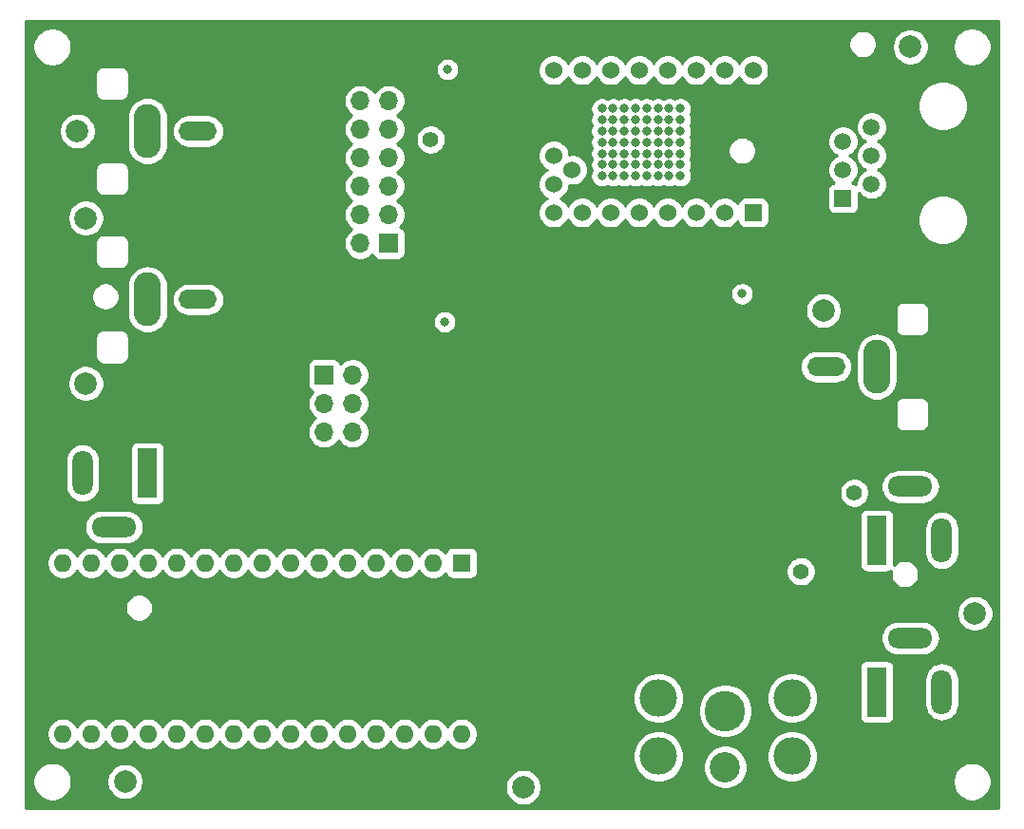
<source format=gbr>
%TF.GenerationSoftware,KiCad,Pcbnew,(5.1.8)-1*%
%TF.CreationDate,2021-03-13T21:34:25+00:00*%
%TF.ProjectId,Trio,5472696f-2e6b-4696-9361-645f70636258,rev?*%
%TF.SameCoordinates,Original*%
%TF.FileFunction,Copper,L3,Inr*%
%TF.FilePolarity,Positive*%
%FSLAX46Y46*%
G04 Gerber Fmt 4.6, Leading zero omitted, Abs format (unit mm)*
G04 Created by KiCad (PCBNEW (5.1.8)-1) date 2021-03-13 21:34:25*
%MOMM*%
%LPD*%
G01*
G04 APERTURE LIST*
%TA.AperFunction,ComponentPad*%
%ADD10O,1.600000X1.600000*%
%TD*%
%TA.AperFunction,ComponentPad*%
%ADD11R,1.600000X1.600000*%
%TD*%
%TA.AperFunction,ComponentPad*%
%ADD12O,1.700000X1.700000*%
%TD*%
%TA.AperFunction,ComponentPad*%
%ADD13R,1.700000X1.700000*%
%TD*%
%TA.AperFunction,ComponentPad*%
%ADD14C,1.524000*%
%TD*%
%TA.AperFunction,ComponentPad*%
%ADD15R,1.524000X1.524000*%
%TD*%
%TA.AperFunction,ComponentPad*%
%ADD16R,1.800000X4.400000*%
%TD*%
%TA.AperFunction,ComponentPad*%
%ADD17O,1.800000X4.000000*%
%TD*%
%TA.AperFunction,ComponentPad*%
%ADD18O,4.000000X1.800000*%
%TD*%
%TA.AperFunction,ComponentPad*%
%ADD19C,2.700000*%
%TD*%
%TA.AperFunction,ComponentPad*%
%ADD20C,3.615000*%
%TD*%
%TA.AperFunction,ComponentPad*%
%ADD21C,3.330000*%
%TD*%
%TA.AperFunction,ComponentPad*%
%ADD22R,1.520000X1.520000*%
%TD*%
%TA.AperFunction,ComponentPad*%
%ADD23C,1.520000*%
%TD*%
%TA.AperFunction,ComponentPad*%
%ADD24O,2.400000X4.800000*%
%TD*%
%TA.AperFunction,ComponentPad*%
%ADD25O,3.400000X1.700000*%
%TD*%
%TA.AperFunction,ViaPad*%
%ADD26C,0.800000*%
%TD*%
%TA.AperFunction,ViaPad*%
%ADD27C,2.000000*%
%TD*%
%TA.AperFunction,ViaPad*%
%ADD28C,1.400000*%
%TD*%
%TA.AperFunction,Conductor*%
%ADD29C,5.000000*%
%TD*%
%TA.AperFunction,Conductor*%
%ADD30C,0.254000*%
%TD*%
%TA.AperFunction,Conductor*%
%ADD31C,0.100000*%
%TD*%
G04 APERTURE END LIST*
D10*
%TO.N,D13*%
%TO.C,A1*%
X105940000Y-136740000D03*
%TO.N,D12*%
X105940000Y-121500000D03*
%TO.N,Net-(A1-Pad30)*%
X141500000Y-136740000D03*
%TO.N,Net-(A1-Pad14)*%
X108480000Y-121500000D03*
%TO.N,GND*%
X138960000Y-136740000D03*
%TO.N,Net-(A1-Pad13)*%
X111020000Y-121500000D03*
%TO.N,N/C*%
X136420000Y-136740000D03*
%TO.N,Net-(A1-Pad12)*%
X113560000Y-121500000D03*
%TO.N,+5V*%
X133880000Y-136740000D03*
%TO.N,STEP*%
X116100000Y-121500000D03*
%TO.N,A7*%
X131340000Y-136740000D03*
%TO.N,SLP*%
X118640000Y-121500000D03*
%TO.N,A6*%
X128800000Y-136740000D03*
%TO.N,EN*%
X121180000Y-121500000D03*
%TO.N,SCL*%
X126260000Y-136740000D03*
%TO.N,M0*%
X123720000Y-121500000D03*
%TO.N,SDA*%
X123720000Y-136740000D03*
%TO.N,M1*%
X126260000Y-121500000D03*
%TO.N,A3*%
X121180000Y-136740000D03*
%TO.N,M2*%
X128800000Y-121500000D03*
%TO.N,A2*%
X118640000Y-136740000D03*
%TO.N,RST*%
X131340000Y-121500000D03*
%TO.N,DIR*%
X116100000Y-136740000D03*
%TO.N,GND*%
X133880000Y-121500000D03*
%TO.N,A0*%
X113560000Y-136740000D03*
%TO.N,N/C*%
X136420000Y-121500000D03*
X111020000Y-136740000D03*
X138960000Y-121500000D03*
%TO.N,+3V3*%
X108480000Y-136740000D03*
D11*
%TO.N,N/C*%
X141500000Y-121500000D03*
%TD*%
D12*
%TO.N,SLP*%
%TO.C,J2*%
X131790000Y-109830000D03*
%TO.N,Net-(J2-Pad1)*%
X129250000Y-109830000D03*
%TO.N,M2*%
X131790000Y-107290000D03*
%TO.N,Net-(J2-Pad1)*%
X129250000Y-107290000D03*
%TO.N,RST*%
X131790000Y-104750000D03*
D13*
%TO.N,Net-(J2-Pad1)*%
X129250000Y-104750000D03*
%TD*%
D14*
%TO.N,N/C*%
%TO.C,U1*%
X151368000Y-86460000D03*
%TO.N,A2*%
X149717000Y-85190000D03*
%TO.N,A3*%
X149717000Y-87730000D03*
D15*
%TO.N,DIR*%
X167497000Y-90270000D03*
D14*
%TO.N,STEP*%
X164957000Y-90270000D03*
%TO.N,SLP*%
X162417000Y-90270000D03*
%TO.N,RST*%
X159877000Y-90270000D03*
%TO.N,M2*%
X157337000Y-90270000D03*
%TO.N,M1*%
X154797000Y-90270000D03*
%TO.N,M0*%
X152257000Y-90270000D03*
%TO.N,EN*%
X149717000Y-90270000D03*
%TO.N,Net-(C1-Pad1)*%
X149717000Y-77570000D03*
%TO.N,GND*%
X152257000Y-77570000D03*
%TO.N,MA2*%
X154797000Y-77570000D03*
%TO.N,MA1*%
X157337000Y-77570000D03*
%TO.N,B1*%
X159877000Y-77570000D03*
%TO.N,B2*%
X162417000Y-77570000D03*
%TO.N,+5V*%
X164957000Y-77570000D03*
%TO.N,GND*%
X167497000Y-77570000D03*
%TD*%
D12*
%TO.N,D12*%
%TO.C,PINOUT1*%
X132460000Y-80300000D03*
%TO.N,GND*%
X135000000Y-80300000D03*
%TO.N,D13*%
X132460000Y-82840000D03*
%TO.N,+5V*%
X135000000Y-82840000D03*
%TO.N,+3V3*%
X132460000Y-85380000D03*
%TO.N,A7*%
X135000000Y-85380000D03*
%TO.N,A0*%
X132460000Y-87920000D03*
%TO.N,A6*%
X135000000Y-87920000D03*
%TO.N,A2*%
X132460000Y-90460000D03*
%TO.N,SCL*%
X135000000Y-90460000D03*
%TO.N,A3*%
X132460000Y-93000000D03*
D13*
%TO.N,SDA*%
X135000000Y-93000000D03*
%TD*%
D16*
%TO.N,Net-(F6-Pad1)*%
%TO.C,PO3*%
X113500000Y-113500000D03*
D17*
%TO.N,GND*%
X107700000Y-113500000D03*
D18*
X110500000Y-118300000D03*
%TD*%
D16*
%TO.N,Net-(F4-Pad1)*%
%TO.C,PO2*%
X178500000Y-133000000D03*
D17*
%TO.N,GND*%
X184300000Y-133000000D03*
D18*
X181500000Y-128200000D03*
%TD*%
D16*
%TO.N,Net-(F3-Pad1)*%
%TO.C,PO1*%
X178500000Y-119500000D03*
D17*
%TO.N,GND*%
X184300000Y-119500000D03*
D18*
X181500000Y-114700000D03*
%TD*%
D19*
%TO.N,+12V*%
%TO.C,PI1*%
X165000000Y-128050000D03*
D20*
%TO.N,GND*%
X165000000Y-134700000D03*
D21*
%TO.N,N/C*%
X170950000Y-133550000D03*
X170950000Y-138750000D03*
D19*
X165000000Y-139700000D03*
D21*
X159050000Y-138750000D03*
X159050000Y-133550000D03*
%TD*%
D22*
%TO.N,B2*%
%TO.C,J1*%
X175500000Y-89000000D03*
D23*
%TO.N,B1*%
X178040000Y-87730000D03*
%TO.N,N/C*%
X175500000Y-86460000D03*
X178040000Y-85190000D03*
%TO.N,MA1*%
X175500000Y-83920000D03*
%TO.N,MA2*%
X178040000Y-82650000D03*
%TD*%
D24*
%TO.N,Net-(DO3-Pad1)*%
%TO.C,DO3*%
X113500000Y-98000000D03*
D25*
%TO.N,Net-(DO3-Pad2)*%
X118000000Y-98000000D03*
%TD*%
D24*
%TO.N,Net-(DO2-Pad1)*%
%TO.C,DO2*%
X113500000Y-83000000D03*
D25*
%TO.N,Net-(DO2-Pad2)*%
X118000000Y-83000000D03*
%TD*%
D24*
%TO.N,Net-(DO1-Pad1)*%
%TO.C,DO1*%
X178500000Y-104000000D03*
D25*
%TO.N,Net-(DO1-Pad2)*%
X174000000Y-104000000D03*
%TD*%
D26*
%TO.N,Net-(A1-Pad12)*%
X166500000Y-97500000D03*
D27*
%TO.N,GND*%
X108000000Y-105500000D03*
X181500000Y-75500000D03*
X173750000Y-99000000D03*
X187250000Y-126000000D03*
X111500000Y-141000000D03*
X147000000Y-141500000D03*
X107250000Y-83000000D03*
X108000000Y-90750000D03*
D26*
X155000000Y-82000000D03*
X155000000Y-83000000D03*
X155000000Y-84000000D03*
X155000000Y-85000000D03*
X155000000Y-86000000D03*
X155000000Y-87000000D03*
X156000000Y-87000000D03*
X156000000Y-86000000D03*
X156000000Y-85000000D03*
X156000000Y-84000000D03*
X156000000Y-83000000D03*
X157000000Y-84000000D03*
X157000000Y-85000000D03*
X157000000Y-86000000D03*
X157000000Y-87000000D03*
X158000000Y-87000000D03*
X158000000Y-86000000D03*
X158000000Y-85000000D03*
X159000000Y-86000000D03*
X159000000Y-87000000D03*
X160000000Y-87000000D03*
X156000000Y-82000000D03*
X157000000Y-83000000D03*
X157000000Y-82000000D03*
X158000000Y-82000000D03*
X158000000Y-83000000D03*
X158000000Y-84000000D03*
X159000000Y-85000000D03*
X159000000Y-84000000D03*
X159000000Y-83000000D03*
X159000000Y-82000000D03*
X160000000Y-86000000D03*
X160000000Y-85000000D03*
X160000000Y-84000000D03*
X160000000Y-83000000D03*
X160000000Y-82000000D03*
X155000000Y-81000000D03*
X156000000Y-81000000D03*
X157000000Y-81000000D03*
X158000000Y-81000000D03*
X159000000Y-81000000D03*
X160000000Y-81000000D03*
X161000000Y-81000000D03*
X161000000Y-82000000D03*
X161000000Y-83000000D03*
X161000000Y-84000000D03*
X161000000Y-85000000D03*
X161000000Y-86000000D03*
X161000000Y-87000000D03*
X154000000Y-81000000D03*
X154000000Y-82000000D03*
X154000000Y-83000000D03*
X154000000Y-84000000D03*
X154000000Y-85000000D03*
X154000000Y-86000000D03*
X154000000Y-87000000D03*
D28*
X138750000Y-83750000D03*
D26*
X140250000Y-77500000D03*
D28*
X171750000Y-122250000D03*
X176500000Y-115250000D03*
D27*
%TO.N,+12V*%
X172000000Y-94250000D03*
X132000000Y-75500000D03*
X128000000Y-75750000D03*
X112250000Y-105000000D03*
X133250000Y-139500000D03*
X126000000Y-91500000D03*
X160500000Y-129000000D03*
X156500000Y-129000000D03*
X169500000Y-129000000D03*
X173000000Y-129000000D03*
X171250000Y-114000000D03*
X171250000Y-119500000D03*
X169250000Y-118000000D03*
X169250000Y-115250000D03*
X172250000Y-96500000D03*
X112250000Y-107000000D03*
X124250000Y-93500000D03*
X128000000Y-80000000D03*
X133000000Y-77500000D03*
X132250000Y-142000000D03*
D26*
%TO.N,A3*%
X140000000Y-100000000D03*
%TD*%
D29*
%TO.N,+12V*%
X165000000Y-128000000D02*
X165000000Y-128050000D01*
%TD*%
D30*
%TO.N,+12V*%
X189340000Y-143340000D02*
X102660000Y-143340000D01*
X102660000Y-140829117D01*
X103265000Y-140829117D01*
X103265000Y-141170883D01*
X103331675Y-141506081D01*
X103462463Y-141821831D01*
X103652337Y-142105998D01*
X103894002Y-142347663D01*
X104178169Y-142537537D01*
X104493919Y-142668325D01*
X104829117Y-142735000D01*
X105170883Y-142735000D01*
X105506081Y-142668325D01*
X105821831Y-142537537D01*
X106105998Y-142347663D01*
X106347663Y-142105998D01*
X106537537Y-141821831D01*
X106668325Y-141506081D01*
X106735000Y-141170883D01*
X106735000Y-140838967D01*
X109865000Y-140838967D01*
X109865000Y-141161033D01*
X109927832Y-141476912D01*
X110051082Y-141774463D01*
X110230013Y-142042252D01*
X110457748Y-142269987D01*
X110725537Y-142448918D01*
X111023088Y-142572168D01*
X111338967Y-142635000D01*
X111661033Y-142635000D01*
X111976912Y-142572168D01*
X112274463Y-142448918D01*
X112542252Y-142269987D01*
X112769987Y-142042252D01*
X112948918Y-141774463D01*
X113072168Y-141476912D01*
X113099606Y-141338967D01*
X145365000Y-141338967D01*
X145365000Y-141661033D01*
X145427832Y-141976912D01*
X145551082Y-142274463D01*
X145730013Y-142542252D01*
X145957748Y-142769987D01*
X146225537Y-142948918D01*
X146523088Y-143072168D01*
X146838967Y-143135000D01*
X147161033Y-143135000D01*
X147476912Y-143072168D01*
X147774463Y-142948918D01*
X148042252Y-142769987D01*
X148269987Y-142542252D01*
X148448918Y-142274463D01*
X148572168Y-141976912D01*
X148635000Y-141661033D01*
X148635000Y-141338967D01*
X148572168Y-141023088D01*
X148448918Y-140725537D01*
X148269987Y-140457748D01*
X148042252Y-140230013D01*
X147774463Y-140051082D01*
X147476912Y-139927832D01*
X147161033Y-139865000D01*
X146838967Y-139865000D01*
X146523088Y-139927832D01*
X146225537Y-140051082D01*
X145957748Y-140230013D01*
X145730013Y-140457748D01*
X145551082Y-140725537D01*
X145427832Y-141023088D01*
X145365000Y-141338967D01*
X113099606Y-141338967D01*
X113135000Y-141161033D01*
X113135000Y-140838967D01*
X113072168Y-140523088D01*
X112948918Y-140225537D01*
X112769987Y-139957748D01*
X112542252Y-139730013D01*
X112274463Y-139551082D01*
X111976912Y-139427832D01*
X111661033Y-139365000D01*
X111338967Y-139365000D01*
X111023088Y-139427832D01*
X110725537Y-139551082D01*
X110457748Y-139730013D01*
X110230013Y-139957748D01*
X110051082Y-140225537D01*
X109927832Y-140523088D01*
X109865000Y-140838967D01*
X106735000Y-140838967D01*
X106735000Y-140829117D01*
X106668325Y-140493919D01*
X106537537Y-140178169D01*
X106347663Y-139894002D01*
X106105998Y-139652337D01*
X105821831Y-139462463D01*
X105506081Y-139331675D01*
X105170883Y-139265000D01*
X104829117Y-139265000D01*
X104493919Y-139331675D01*
X104178169Y-139462463D01*
X103894002Y-139652337D01*
X103652337Y-139894002D01*
X103462463Y-140178169D01*
X103331675Y-140493919D01*
X103265000Y-140829117D01*
X102660000Y-140829117D01*
X102660000Y-138523470D01*
X156750000Y-138523470D01*
X156750000Y-138976530D01*
X156838387Y-139420885D01*
X157011766Y-139839459D01*
X157263473Y-140216165D01*
X157583835Y-140536527D01*
X157960541Y-140788234D01*
X158379115Y-140961613D01*
X158823470Y-141050000D01*
X159276530Y-141050000D01*
X159720885Y-140961613D01*
X160139459Y-140788234D01*
X160516165Y-140536527D01*
X160836527Y-140216165D01*
X161088234Y-139839459D01*
X161226980Y-139504495D01*
X163015000Y-139504495D01*
X163015000Y-139895505D01*
X163091282Y-140279003D01*
X163240915Y-140640250D01*
X163458149Y-140965364D01*
X163734636Y-141241851D01*
X164059750Y-141459085D01*
X164420997Y-141608718D01*
X164804495Y-141685000D01*
X165195505Y-141685000D01*
X165579003Y-141608718D01*
X165940250Y-141459085D01*
X166265364Y-141241851D01*
X166541851Y-140965364D01*
X166759085Y-140640250D01*
X166908718Y-140279003D01*
X166985000Y-139895505D01*
X166985000Y-139504495D01*
X166908718Y-139120997D01*
X166759085Y-138759750D01*
X166601208Y-138523470D01*
X168650000Y-138523470D01*
X168650000Y-138976530D01*
X168738387Y-139420885D01*
X168911766Y-139839459D01*
X169163473Y-140216165D01*
X169483835Y-140536527D01*
X169860541Y-140788234D01*
X170279115Y-140961613D01*
X170723470Y-141050000D01*
X171176530Y-141050000D01*
X171620885Y-140961613D01*
X171940758Y-140829117D01*
X185265000Y-140829117D01*
X185265000Y-141170883D01*
X185331675Y-141506081D01*
X185462463Y-141821831D01*
X185652337Y-142105998D01*
X185894002Y-142347663D01*
X186178169Y-142537537D01*
X186493919Y-142668325D01*
X186829117Y-142735000D01*
X187170883Y-142735000D01*
X187506081Y-142668325D01*
X187821831Y-142537537D01*
X188105998Y-142347663D01*
X188347663Y-142105998D01*
X188537537Y-141821831D01*
X188668325Y-141506081D01*
X188735000Y-141170883D01*
X188735000Y-140829117D01*
X188668325Y-140493919D01*
X188537537Y-140178169D01*
X188347663Y-139894002D01*
X188105998Y-139652337D01*
X187821831Y-139462463D01*
X187506081Y-139331675D01*
X187170883Y-139265000D01*
X186829117Y-139265000D01*
X186493919Y-139331675D01*
X186178169Y-139462463D01*
X185894002Y-139652337D01*
X185652337Y-139894002D01*
X185462463Y-140178169D01*
X185331675Y-140493919D01*
X185265000Y-140829117D01*
X171940758Y-140829117D01*
X172039459Y-140788234D01*
X172416165Y-140536527D01*
X172736527Y-140216165D01*
X172988234Y-139839459D01*
X173161613Y-139420885D01*
X173250000Y-138976530D01*
X173250000Y-138523470D01*
X173161613Y-138079115D01*
X172988234Y-137660541D01*
X172736527Y-137283835D01*
X172416165Y-136963473D01*
X172039459Y-136711766D01*
X171620885Y-136538387D01*
X171176530Y-136450000D01*
X170723470Y-136450000D01*
X170279115Y-136538387D01*
X169860541Y-136711766D01*
X169483835Y-136963473D01*
X169163473Y-137283835D01*
X168911766Y-137660541D01*
X168738387Y-138079115D01*
X168650000Y-138523470D01*
X166601208Y-138523470D01*
X166541851Y-138434636D01*
X166265364Y-138158149D01*
X165940250Y-137940915D01*
X165579003Y-137791282D01*
X165195505Y-137715000D01*
X164804495Y-137715000D01*
X164420997Y-137791282D01*
X164059750Y-137940915D01*
X163734636Y-138158149D01*
X163458149Y-138434636D01*
X163240915Y-138759750D01*
X163091282Y-139120997D01*
X163015000Y-139504495D01*
X161226980Y-139504495D01*
X161261613Y-139420885D01*
X161350000Y-138976530D01*
X161350000Y-138523470D01*
X161261613Y-138079115D01*
X161088234Y-137660541D01*
X160836527Y-137283835D01*
X160516165Y-136963473D01*
X160139459Y-136711766D01*
X159720885Y-136538387D01*
X159276530Y-136450000D01*
X158823470Y-136450000D01*
X158379115Y-136538387D01*
X157960541Y-136711766D01*
X157583835Y-136963473D01*
X157263473Y-137283835D01*
X157011766Y-137660541D01*
X156838387Y-138079115D01*
X156750000Y-138523470D01*
X102660000Y-138523470D01*
X102660000Y-136598665D01*
X104505000Y-136598665D01*
X104505000Y-136881335D01*
X104560147Y-137158574D01*
X104668320Y-137419727D01*
X104825363Y-137654759D01*
X105025241Y-137854637D01*
X105260273Y-138011680D01*
X105521426Y-138119853D01*
X105798665Y-138175000D01*
X106081335Y-138175000D01*
X106358574Y-138119853D01*
X106619727Y-138011680D01*
X106854759Y-137854637D01*
X107054637Y-137654759D01*
X107210000Y-137422241D01*
X107365363Y-137654759D01*
X107565241Y-137854637D01*
X107800273Y-138011680D01*
X108061426Y-138119853D01*
X108338665Y-138175000D01*
X108621335Y-138175000D01*
X108898574Y-138119853D01*
X109159727Y-138011680D01*
X109394759Y-137854637D01*
X109594637Y-137654759D01*
X109750000Y-137422241D01*
X109905363Y-137654759D01*
X110105241Y-137854637D01*
X110340273Y-138011680D01*
X110601426Y-138119853D01*
X110878665Y-138175000D01*
X111161335Y-138175000D01*
X111438574Y-138119853D01*
X111699727Y-138011680D01*
X111934759Y-137854637D01*
X112134637Y-137654759D01*
X112290000Y-137422241D01*
X112445363Y-137654759D01*
X112645241Y-137854637D01*
X112880273Y-138011680D01*
X113141426Y-138119853D01*
X113418665Y-138175000D01*
X113701335Y-138175000D01*
X113978574Y-138119853D01*
X114239727Y-138011680D01*
X114474759Y-137854637D01*
X114674637Y-137654759D01*
X114830000Y-137422241D01*
X114985363Y-137654759D01*
X115185241Y-137854637D01*
X115420273Y-138011680D01*
X115681426Y-138119853D01*
X115958665Y-138175000D01*
X116241335Y-138175000D01*
X116518574Y-138119853D01*
X116779727Y-138011680D01*
X117014759Y-137854637D01*
X117214637Y-137654759D01*
X117370000Y-137422241D01*
X117525363Y-137654759D01*
X117725241Y-137854637D01*
X117960273Y-138011680D01*
X118221426Y-138119853D01*
X118498665Y-138175000D01*
X118781335Y-138175000D01*
X119058574Y-138119853D01*
X119319727Y-138011680D01*
X119554759Y-137854637D01*
X119754637Y-137654759D01*
X119910000Y-137422241D01*
X120065363Y-137654759D01*
X120265241Y-137854637D01*
X120500273Y-138011680D01*
X120761426Y-138119853D01*
X121038665Y-138175000D01*
X121321335Y-138175000D01*
X121598574Y-138119853D01*
X121859727Y-138011680D01*
X122094759Y-137854637D01*
X122294637Y-137654759D01*
X122450000Y-137422241D01*
X122605363Y-137654759D01*
X122805241Y-137854637D01*
X123040273Y-138011680D01*
X123301426Y-138119853D01*
X123578665Y-138175000D01*
X123861335Y-138175000D01*
X124138574Y-138119853D01*
X124399727Y-138011680D01*
X124634759Y-137854637D01*
X124834637Y-137654759D01*
X124990000Y-137422241D01*
X125145363Y-137654759D01*
X125345241Y-137854637D01*
X125580273Y-138011680D01*
X125841426Y-138119853D01*
X126118665Y-138175000D01*
X126401335Y-138175000D01*
X126678574Y-138119853D01*
X126939727Y-138011680D01*
X127174759Y-137854637D01*
X127374637Y-137654759D01*
X127530000Y-137422241D01*
X127685363Y-137654759D01*
X127885241Y-137854637D01*
X128120273Y-138011680D01*
X128381426Y-138119853D01*
X128658665Y-138175000D01*
X128941335Y-138175000D01*
X129218574Y-138119853D01*
X129479727Y-138011680D01*
X129714759Y-137854637D01*
X129914637Y-137654759D01*
X130070000Y-137422241D01*
X130225363Y-137654759D01*
X130425241Y-137854637D01*
X130660273Y-138011680D01*
X130921426Y-138119853D01*
X131198665Y-138175000D01*
X131481335Y-138175000D01*
X131758574Y-138119853D01*
X132019727Y-138011680D01*
X132254759Y-137854637D01*
X132454637Y-137654759D01*
X132610000Y-137422241D01*
X132765363Y-137654759D01*
X132965241Y-137854637D01*
X133200273Y-138011680D01*
X133461426Y-138119853D01*
X133738665Y-138175000D01*
X134021335Y-138175000D01*
X134298574Y-138119853D01*
X134559727Y-138011680D01*
X134794759Y-137854637D01*
X134994637Y-137654759D01*
X135150000Y-137422241D01*
X135305363Y-137654759D01*
X135505241Y-137854637D01*
X135740273Y-138011680D01*
X136001426Y-138119853D01*
X136278665Y-138175000D01*
X136561335Y-138175000D01*
X136838574Y-138119853D01*
X137099727Y-138011680D01*
X137334759Y-137854637D01*
X137534637Y-137654759D01*
X137690000Y-137422241D01*
X137845363Y-137654759D01*
X138045241Y-137854637D01*
X138280273Y-138011680D01*
X138541426Y-138119853D01*
X138818665Y-138175000D01*
X139101335Y-138175000D01*
X139378574Y-138119853D01*
X139639727Y-138011680D01*
X139874759Y-137854637D01*
X140074637Y-137654759D01*
X140230000Y-137422241D01*
X140385363Y-137654759D01*
X140585241Y-137854637D01*
X140820273Y-138011680D01*
X141081426Y-138119853D01*
X141358665Y-138175000D01*
X141641335Y-138175000D01*
X141918574Y-138119853D01*
X142179727Y-138011680D01*
X142414759Y-137854637D01*
X142614637Y-137654759D01*
X142771680Y-137419727D01*
X142879853Y-137158574D01*
X142935000Y-136881335D01*
X142935000Y-136598665D01*
X142879853Y-136321426D01*
X142771680Y-136060273D01*
X142614637Y-135825241D01*
X142414759Y-135625363D01*
X142179727Y-135468320D01*
X141918574Y-135360147D01*
X141641335Y-135305000D01*
X141358665Y-135305000D01*
X141081426Y-135360147D01*
X140820273Y-135468320D01*
X140585241Y-135625363D01*
X140385363Y-135825241D01*
X140230000Y-136057759D01*
X140074637Y-135825241D01*
X139874759Y-135625363D01*
X139639727Y-135468320D01*
X139378574Y-135360147D01*
X139101335Y-135305000D01*
X138818665Y-135305000D01*
X138541426Y-135360147D01*
X138280273Y-135468320D01*
X138045241Y-135625363D01*
X137845363Y-135825241D01*
X137690000Y-136057759D01*
X137534637Y-135825241D01*
X137334759Y-135625363D01*
X137099727Y-135468320D01*
X136838574Y-135360147D01*
X136561335Y-135305000D01*
X136278665Y-135305000D01*
X136001426Y-135360147D01*
X135740273Y-135468320D01*
X135505241Y-135625363D01*
X135305363Y-135825241D01*
X135150000Y-136057759D01*
X134994637Y-135825241D01*
X134794759Y-135625363D01*
X134559727Y-135468320D01*
X134298574Y-135360147D01*
X134021335Y-135305000D01*
X133738665Y-135305000D01*
X133461426Y-135360147D01*
X133200273Y-135468320D01*
X132965241Y-135625363D01*
X132765363Y-135825241D01*
X132610000Y-136057759D01*
X132454637Y-135825241D01*
X132254759Y-135625363D01*
X132019727Y-135468320D01*
X131758574Y-135360147D01*
X131481335Y-135305000D01*
X131198665Y-135305000D01*
X130921426Y-135360147D01*
X130660273Y-135468320D01*
X130425241Y-135625363D01*
X130225363Y-135825241D01*
X130070000Y-136057759D01*
X129914637Y-135825241D01*
X129714759Y-135625363D01*
X129479727Y-135468320D01*
X129218574Y-135360147D01*
X128941335Y-135305000D01*
X128658665Y-135305000D01*
X128381426Y-135360147D01*
X128120273Y-135468320D01*
X127885241Y-135625363D01*
X127685363Y-135825241D01*
X127530000Y-136057759D01*
X127374637Y-135825241D01*
X127174759Y-135625363D01*
X126939727Y-135468320D01*
X126678574Y-135360147D01*
X126401335Y-135305000D01*
X126118665Y-135305000D01*
X125841426Y-135360147D01*
X125580273Y-135468320D01*
X125345241Y-135625363D01*
X125145363Y-135825241D01*
X124990000Y-136057759D01*
X124834637Y-135825241D01*
X124634759Y-135625363D01*
X124399727Y-135468320D01*
X124138574Y-135360147D01*
X123861335Y-135305000D01*
X123578665Y-135305000D01*
X123301426Y-135360147D01*
X123040273Y-135468320D01*
X122805241Y-135625363D01*
X122605363Y-135825241D01*
X122450000Y-136057759D01*
X122294637Y-135825241D01*
X122094759Y-135625363D01*
X121859727Y-135468320D01*
X121598574Y-135360147D01*
X121321335Y-135305000D01*
X121038665Y-135305000D01*
X120761426Y-135360147D01*
X120500273Y-135468320D01*
X120265241Y-135625363D01*
X120065363Y-135825241D01*
X119910000Y-136057759D01*
X119754637Y-135825241D01*
X119554759Y-135625363D01*
X119319727Y-135468320D01*
X119058574Y-135360147D01*
X118781335Y-135305000D01*
X118498665Y-135305000D01*
X118221426Y-135360147D01*
X117960273Y-135468320D01*
X117725241Y-135625363D01*
X117525363Y-135825241D01*
X117370000Y-136057759D01*
X117214637Y-135825241D01*
X117014759Y-135625363D01*
X116779727Y-135468320D01*
X116518574Y-135360147D01*
X116241335Y-135305000D01*
X115958665Y-135305000D01*
X115681426Y-135360147D01*
X115420273Y-135468320D01*
X115185241Y-135625363D01*
X114985363Y-135825241D01*
X114830000Y-136057759D01*
X114674637Y-135825241D01*
X114474759Y-135625363D01*
X114239727Y-135468320D01*
X113978574Y-135360147D01*
X113701335Y-135305000D01*
X113418665Y-135305000D01*
X113141426Y-135360147D01*
X112880273Y-135468320D01*
X112645241Y-135625363D01*
X112445363Y-135825241D01*
X112290000Y-136057759D01*
X112134637Y-135825241D01*
X111934759Y-135625363D01*
X111699727Y-135468320D01*
X111438574Y-135360147D01*
X111161335Y-135305000D01*
X110878665Y-135305000D01*
X110601426Y-135360147D01*
X110340273Y-135468320D01*
X110105241Y-135625363D01*
X109905363Y-135825241D01*
X109750000Y-136057759D01*
X109594637Y-135825241D01*
X109394759Y-135625363D01*
X109159727Y-135468320D01*
X108898574Y-135360147D01*
X108621335Y-135305000D01*
X108338665Y-135305000D01*
X108061426Y-135360147D01*
X107800273Y-135468320D01*
X107565241Y-135625363D01*
X107365363Y-135825241D01*
X107210000Y-136057759D01*
X107054637Y-135825241D01*
X106854759Y-135625363D01*
X106619727Y-135468320D01*
X106358574Y-135360147D01*
X106081335Y-135305000D01*
X105798665Y-135305000D01*
X105521426Y-135360147D01*
X105260273Y-135468320D01*
X105025241Y-135625363D01*
X104825363Y-135825241D01*
X104668320Y-136060273D01*
X104560147Y-136321426D01*
X104505000Y-136598665D01*
X102660000Y-136598665D01*
X102660000Y-133323470D01*
X156750000Y-133323470D01*
X156750000Y-133776530D01*
X156838387Y-134220885D01*
X157011766Y-134639459D01*
X157263473Y-135016165D01*
X157583835Y-135336527D01*
X157960541Y-135588234D01*
X158379115Y-135761613D01*
X158823470Y-135850000D01*
X159276530Y-135850000D01*
X159720885Y-135761613D01*
X160139459Y-135588234D01*
X160516165Y-135336527D01*
X160836527Y-135016165D01*
X161088234Y-134639459D01*
X161162802Y-134459435D01*
X162557500Y-134459435D01*
X162557500Y-134940565D01*
X162651364Y-135412451D01*
X162835485Y-135856957D01*
X163102787Y-136257003D01*
X163442997Y-136597213D01*
X163843043Y-136864515D01*
X164287549Y-137048636D01*
X164759435Y-137142500D01*
X165240565Y-137142500D01*
X165712451Y-137048636D01*
X166156957Y-136864515D01*
X166557003Y-136597213D01*
X166897213Y-136257003D01*
X167164515Y-135856957D01*
X167348636Y-135412451D01*
X167442500Y-134940565D01*
X167442500Y-134459435D01*
X167348636Y-133987549D01*
X167164515Y-133543043D01*
X167017802Y-133323470D01*
X168650000Y-133323470D01*
X168650000Y-133776530D01*
X168738387Y-134220885D01*
X168911766Y-134639459D01*
X169163473Y-135016165D01*
X169483835Y-135336527D01*
X169860541Y-135588234D01*
X170279115Y-135761613D01*
X170723470Y-135850000D01*
X171176530Y-135850000D01*
X171620885Y-135761613D01*
X172039459Y-135588234D01*
X172416165Y-135336527D01*
X172736527Y-135016165D01*
X172988234Y-134639459D01*
X173161613Y-134220885D01*
X173250000Y-133776530D01*
X173250000Y-133323470D01*
X173161613Y-132879115D01*
X172988234Y-132460541D01*
X172736527Y-132083835D01*
X172416165Y-131763473D01*
X172039459Y-131511766D01*
X171620885Y-131338387D01*
X171176530Y-131250000D01*
X170723470Y-131250000D01*
X170279115Y-131338387D01*
X169860541Y-131511766D01*
X169483835Y-131763473D01*
X169163473Y-132083835D01*
X168911766Y-132460541D01*
X168738387Y-132879115D01*
X168650000Y-133323470D01*
X167017802Y-133323470D01*
X166897213Y-133142997D01*
X166557003Y-132802787D01*
X166156957Y-132535485D01*
X165712451Y-132351364D01*
X165240565Y-132257500D01*
X164759435Y-132257500D01*
X164287549Y-132351364D01*
X163843043Y-132535485D01*
X163442997Y-132802787D01*
X163102787Y-133142997D01*
X162835485Y-133543043D01*
X162651364Y-133987549D01*
X162557500Y-134459435D01*
X161162802Y-134459435D01*
X161261613Y-134220885D01*
X161350000Y-133776530D01*
X161350000Y-133323470D01*
X161261613Y-132879115D01*
X161088234Y-132460541D01*
X160836527Y-132083835D01*
X160516165Y-131763473D01*
X160139459Y-131511766D01*
X159720885Y-131338387D01*
X159276530Y-131250000D01*
X158823470Y-131250000D01*
X158379115Y-131338387D01*
X157960541Y-131511766D01*
X157583835Y-131763473D01*
X157263473Y-132083835D01*
X157011766Y-132460541D01*
X156838387Y-132879115D01*
X156750000Y-133323470D01*
X102660000Y-133323470D01*
X102660000Y-130800000D01*
X176961928Y-130800000D01*
X176961928Y-135200000D01*
X176974188Y-135324482D01*
X177010498Y-135444180D01*
X177069463Y-135554494D01*
X177148815Y-135651185D01*
X177245506Y-135730537D01*
X177355820Y-135789502D01*
X177475518Y-135825812D01*
X177600000Y-135838072D01*
X179400000Y-135838072D01*
X179524482Y-135825812D01*
X179644180Y-135789502D01*
X179754494Y-135730537D01*
X179851185Y-135651185D01*
X179930537Y-135554494D01*
X179989502Y-135444180D01*
X180025812Y-135324482D01*
X180038072Y-135200000D01*
X180038072Y-131824593D01*
X182765000Y-131824593D01*
X182765001Y-134175408D01*
X182787211Y-134400913D01*
X182874984Y-134690261D01*
X183017520Y-134956927D01*
X183209340Y-135190661D01*
X183443074Y-135382481D01*
X183709740Y-135525017D01*
X183999088Y-135612790D01*
X184300000Y-135642427D01*
X184600913Y-135612790D01*
X184890261Y-135525017D01*
X185156927Y-135382481D01*
X185390661Y-135190661D01*
X185582481Y-134956927D01*
X185725017Y-134690261D01*
X185812790Y-134400913D01*
X185835000Y-134175408D01*
X185835000Y-131824592D01*
X185812790Y-131599087D01*
X185725017Y-131309739D01*
X185582481Y-131043073D01*
X185390661Y-130809339D01*
X185156926Y-130617519D01*
X184890260Y-130474983D01*
X184600912Y-130387210D01*
X184300000Y-130357573D01*
X183999087Y-130387210D01*
X183709739Y-130474983D01*
X183443073Y-130617519D01*
X183209339Y-130809339D01*
X183017519Y-131043074D01*
X182874983Y-131309740D01*
X182787210Y-131599088D01*
X182765000Y-131824593D01*
X180038072Y-131824593D01*
X180038072Y-130800000D01*
X180025812Y-130675518D01*
X179989502Y-130555820D01*
X179930537Y-130445506D01*
X179851185Y-130348815D01*
X179754494Y-130269463D01*
X179644180Y-130210498D01*
X179524482Y-130174188D01*
X179400000Y-130161928D01*
X177600000Y-130161928D01*
X177475518Y-130174188D01*
X177355820Y-130210498D01*
X177245506Y-130269463D01*
X177148815Y-130348815D01*
X177069463Y-130445506D01*
X177010498Y-130555820D01*
X176974188Y-130675518D01*
X176961928Y-130800000D01*
X102660000Y-130800000D01*
X102660000Y-129434838D01*
X163794767Y-129434838D01*
X163932724Y-129735044D01*
X164281967Y-129910882D01*
X164658804Y-130015207D01*
X165048753Y-130044009D01*
X165436828Y-129996184D01*
X165808116Y-129873568D01*
X166067276Y-129735044D01*
X166205233Y-129434838D01*
X165000000Y-128229605D01*
X163794767Y-129434838D01*
X102660000Y-129434838D01*
X102660000Y-128098753D01*
X163005991Y-128098753D01*
X163053816Y-128486828D01*
X163176432Y-128858116D01*
X163314956Y-129117276D01*
X163615162Y-129255233D01*
X164820395Y-128050000D01*
X165179605Y-128050000D01*
X166384838Y-129255233D01*
X166685044Y-129117276D01*
X166860882Y-128768033D01*
X166965207Y-128391196D01*
X166979328Y-128200000D01*
X178857573Y-128200000D01*
X178887210Y-128500913D01*
X178974983Y-128790261D01*
X179117519Y-129056927D01*
X179309339Y-129290661D01*
X179543073Y-129482481D01*
X179809739Y-129625017D01*
X180099087Y-129712790D01*
X180324592Y-129735000D01*
X182675408Y-129735000D01*
X182900913Y-129712790D01*
X183190261Y-129625017D01*
X183456927Y-129482481D01*
X183690661Y-129290661D01*
X183882481Y-129056927D01*
X184025017Y-128790261D01*
X184112790Y-128500913D01*
X184142427Y-128200000D01*
X184112790Y-127899087D01*
X184025017Y-127609739D01*
X183882481Y-127343073D01*
X183690661Y-127109339D01*
X183456927Y-126917519D01*
X183190261Y-126774983D01*
X182900913Y-126687210D01*
X182675408Y-126665000D01*
X180324592Y-126665000D01*
X180099087Y-126687210D01*
X179809739Y-126774983D01*
X179543073Y-126917519D01*
X179309339Y-127109339D01*
X179117519Y-127343073D01*
X178974983Y-127609739D01*
X178887210Y-127899087D01*
X178857573Y-128200000D01*
X166979328Y-128200000D01*
X166994009Y-128001247D01*
X166946184Y-127613172D01*
X166823568Y-127241884D01*
X166685044Y-126982724D01*
X166384838Y-126844767D01*
X165179605Y-128050000D01*
X164820395Y-128050000D01*
X163615162Y-126844767D01*
X163314956Y-126982724D01*
X163139118Y-127331967D01*
X163034793Y-127708804D01*
X163005991Y-128098753D01*
X102660000Y-128098753D01*
X102660000Y-125376890D01*
X111500048Y-125376890D01*
X111500048Y-125623110D01*
X111548083Y-125864598D01*
X111642307Y-126092074D01*
X111779099Y-126296798D01*
X111953202Y-126470901D01*
X112157926Y-126607693D01*
X112385402Y-126701917D01*
X112626890Y-126749952D01*
X112873110Y-126749952D01*
X113114598Y-126701917D01*
X113203332Y-126665162D01*
X163794767Y-126665162D01*
X165000000Y-127870395D01*
X166205233Y-126665162D01*
X166067276Y-126364956D01*
X165718033Y-126189118D01*
X165341196Y-126084793D01*
X164951247Y-126055991D01*
X164563172Y-126103816D01*
X164191884Y-126226432D01*
X163932724Y-126364956D01*
X163794767Y-126665162D01*
X113203332Y-126665162D01*
X113342074Y-126607693D01*
X113546798Y-126470901D01*
X113720901Y-126296798D01*
X113857693Y-126092074D01*
X113951917Y-125864598D01*
X113957015Y-125838967D01*
X185615000Y-125838967D01*
X185615000Y-126161033D01*
X185677832Y-126476912D01*
X185801082Y-126774463D01*
X185980013Y-127042252D01*
X186207748Y-127269987D01*
X186475537Y-127448918D01*
X186773088Y-127572168D01*
X187088967Y-127635000D01*
X187411033Y-127635000D01*
X187726912Y-127572168D01*
X188024463Y-127448918D01*
X188292252Y-127269987D01*
X188519987Y-127042252D01*
X188698918Y-126774463D01*
X188822168Y-126476912D01*
X188885000Y-126161033D01*
X188885000Y-125838967D01*
X188822168Y-125523088D01*
X188698918Y-125225537D01*
X188519987Y-124957748D01*
X188292252Y-124730013D01*
X188024463Y-124551082D01*
X187726912Y-124427832D01*
X187411033Y-124365000D01*
X187088967Y-124365000D01*
X186773088Y-124427832D01*
X186475537Y-124551082D01*
X186207748Y-124730013D01*
X185980013Y-124957748D01*
X185801082Y-125225537D01*
X185677832Y-125523088D01*
X185615000Y-125838967D01*
X113957015Y-125838967D01*
X113999952Y-125623110D01*
X113999952Y-125376890D01*
X113951917Y-125135402D01*
X113857693Y-124907926D01*
X113720901Y-124703202D01*
X113546798Y-124529099D01*
X113342074Y-124392307D01*
X113114598Y-124298083D01*
X112873110Y-124250048D01*
X112626890Y-124250048D01*
X112385402Y-124298083D01*
X112157926Y-124392307D01*
X111953202Y-124529099D01*
X111779099Y-124703202D01*
X111642307Y-124907926D01*
X111548083Y-125135402D01*
X111500048Y-125376890D01*
X102660000Y-125376890D01*
X102660000Y-121358665D01*
X104505000Y-121358665D01*
X104505000Y-121641335D01*
X104560147Y-121918574D01*
X104668320Y-122179727D01*
X104825363Y-122414759D01*
X105025241Y-122614637D01*
X105260273Y-122771680D01*
X105521426Y-122879853D01*
X105798665Y-122935000D01*
X106081335Y-122935000D01*
X106358574Y-122879853D01*
X106619727Y-122771680D01*
X106854759Y-122614637D01*
X107054637Y-122414759D01*
X107210000Y-122182241D01*
X107365363Y-122414759D01*
X107565241Y-122614637D01*
X107800273Y-122771680D01*
X108061426Y-122879853D01*
X108338665Y-122935000D01*
X108621335Y-122935000D01*
X108898574Y-122879853D01*
X109159727Y-122771680D01*
X109394759Y-122614637D01*
X109594637Y-122414759D01*
X109750000Y-122182241D01*
X109905363Y-122414759D01*
X110105241Y-122614637D01*
X110340273Y-122771680D01*
X110601426Y-122879853D01*
X110878665Y-122935000D01*
X111161335Y-122935000D01*
X111438574Y-122879853D01*
X111699727Y-122771680D01*
X111934759Y-122614637D01*
X112134637Y-122414759D01*
X112290000Y-122182241D01*
X112445363Y-122414759D01*
X112645241Y-122614637D01*
X112880273Y-122771680D01*
X113141426Y-122879853D01*
X113418665Y-122935000D01*
X113701335Y-122935000D01*
X113978574Y-122879853D01*
X114239727Y-122771680D01*
X114474759Y-122614637D01*
X114674637Y-122414759D01*
X114830000Y-122182241D01*
X114985363Y-122414759D01*
X115185241Y-122614637D01*
X115420273Y-122771680D01*
X115681426Y-122879853D01*
X115958665Y-122935000D01*
X116241335Y-122935000D01*
X116518574Y-122879853D01*
X116779727Y-122771680D01*
X117014759Y-122614637D01*
X117214637Y-122414759D01*
X117370000Y-122182241D01*
X117525363Y-122414759D01*
X117725241Y-122614637D01*
X117960273Y-122771680D01*
X118221426Y-122879853D01*
X118498665Y-122935000D01*
X118781335Y-122935000D01*
X119058574Y-122879853D01*
X119319727Y-122771680D01*
X119554759Y-122614637D01*
X119754637Y-122414759D01*
X119910000Y-122182241D01*
X120065363Y-122414759D01*
X120265241Y-122614637D01*
X120500273Y-122771680D01*
X120761426Y-122879853D01*
X121038665Y-122935000D01*
X121321335Y-122935000D01*
X121598574Y-122879853D01*
X121859727Y-122771680D01*
X122094759Y-122614637D01*
X122294637Y-122414759D01*
X122450000Y-122182241D01*
X122605363Y-122414759D01*
X122805241Y-122614637D01*
X123040273Y-122771680D01*
X123301426Y-122879853D01*
X123578665Y-122935000D01*
X123861335Y-122935000D01*
X124138574Y-122879853D01*
X124399727Y-122771680D01*
X124634759Y-122614637D01*
X124834637Y-122414759D01*
X124990000Y-122182241D01*
X125145363Y-122414759D01*
X125345241Y-122614637D01*
X125580273Y-122771680D01*
X125841426Y-122879853D01*
X126118665Y-122935000D01*
X126401335Y-122935000D01*
X126678574Y-122879853D01*
X126939727Y-122771680D01*
X127174759Y-122614637D01*
X127374637Y-122414759D01*
X127530000Y-122182241D01*
X127685363Y-122414759D01*
X127885241Y-122614637D01*
X128120273Y-122771680D01*
X128381426Y-122879853D01*
X128658665Y-122935000D01*
X128941335Y-122935000D01*
X129218574Y-122879853D01*
X129479727Y-122771680D01*
X129714759Y-122614637D01*
X129914637Y-122414759D01*
X130070000Y-122182241D01*
X130225363Y-122414759D01*
X130425241Y-122614637D01*
X130660273Y-122771680D01*
X130921426Y-122879853D01*
X131198665Y-122935000D01*
X131481335Y-122935000D01*
X131758574Y-122879853D01*
X132019727Y-122771680D01*
X132254759Y-122614637D01*
X132454637Y-122414759D01*
X132610000Y-122182241D01*
X132765363Y-122414759D01*
X132965241Y-122614637D01*
X133200273Y-122771680D01*
X133461426Y-122879853D01*
X133738665Y-122935000D01*
X134021335Y-122935000D01*
X134298574Y-122879853D01*
X134559727Y-122771680D01*
X134794759Y-122614637D01*
X134994637Y-122414759D01*
X135150000Y-122182241D01*
X135305363Y-122414759D01*
X135505241Y-122614637D01*
X135740273Y-122771680D01*
X136001426Y-122879853D01*
X136278665Y-122935000D01*
X136561335Y-122935000D01*
X136838574Y-122879853D01*
X137099727Y-122771680D01*
X137334759Y-122614637D01*
X137534637Y-122414759D01*
X137690000Y-122182241D01*
X137845363Y-122414759D01*
X138045241Y-122614637D01*
X138280273Y-122771680D01*
X138541426Y-122879853D01*
X138818665Y-122935000D01*
X139101335Y-122935000D01*
X139378574Y-122879853D01*
X139639727Y-122771680D01*
X139874759Y-122614637D01*
X140073357Y-122416039D01*
X140074188Y-122424482D01*
X140110498Y-122544180D01*
X140169463Y-122654494D01*
X140248815Y-122751185D01*
X140345506Y-122830537D01*
X140455820Y-122889502D01*
X140575518Y-122925812D01*
X140700000Y-122938072D01*
X142300000Y-122938072D01*
X142424482Y-122925812D01*
X142544180Y-122889502D01*
X142654494Y-122830537D01*
X142751185Y-122751185D01*
X142830537Y-122654494D01*
X142889502Y-122544180D01*
X142925812Y-122424482D01*
X142938072Y-122300000D01*
X142938072Y-122118514D01*
X170415000Y-122118514D01*
X170415000Y-122381486D01*
X170466304Y-122639405D01*
X170566939Y-122882359D01*
X170713038Y-123101013D01*
X170898987Y-123286962D01*
X171117641Y-123433061D01*
X171360595Y-123533696D01*
X171618514Y-123585000D01*
X171881486Y-123585000D01*
X172139405Y-123533696D01*
X172382359Y-123433061D01*
X172601013Y-123286962D01*
X172786962Y-123101013D01*
X172933061Y-122882359D01*
X173033696Y-122639405D01*
X173085000Y-122381486D01*
X173085000Y-122118514D01*
X173033696Y-121860595D01*
X172933061Y-121617641D01*
X172786962Y-121398987D01*
X172601013Y-121213038D01*
X172382359Y-121066939D01*
X172139405Y-120966304D01*
X171881486Y-120915000D01*
X171618514Y-120915000D01*
X171360595Y-120966304D01*
X171117641Y-121066939D01*
X170898987Y-121213038D01*
X170713038Y-121398987D01*
X170566939Y-121617641D01*
X170466304Y-121860595D01*
X170415000Y-122118514D01*
X142938072Y-122118514D01*
X142938072Y-120700000D01*
X142925812Y-120575518D01*
X142889502Y-120455820D01*
X142830537Y-120345506D01*
X142751185Y-120248815D01*
X142654494Y-120169463D01*
X142544180Y-120110498D01*
X142424482Y-120074188D01*
X142300000Y-120061928D01*
X140700000Y-120061928D01*
X140575518Y-120074188D01*
X140455820Y-120110498D01*
X140345506Y-120169463D01*
X140248815Y-120248815D01*
X140169463Y-120345506D01*
X140110498Y-120455820D01*
X140074188Y-120575518D01*
X140073357Y-120583961D01*
X139874759Y-120385363D01*
X139639727Y-120228320D01*
X139378574Y-120120147D01*
X139101335Y-120065000D01*
X138818665Y-120065000D01*
X138541426Y-120120147D01*
X138280273Y-120228320D01*
X138045241Y-120385363D01*
X137845363Y-120585241D01*
X137690000Y-120817759D01*
X137534637Y-120585241D01*
X137334759Y-120385363D01*
X137099727Y-120228320D01*
X136838574Y-120120147D01*
X136561335Y-120065000D01*
X136278665Y-120065000D01*
X136001426Y-120120147D01*
X135740273Y-120228320D01*
X135505241Y-120385363D01*
X135305363Y-120585241D01*
X135150000Y-120817759D01*
X134994637Y-120585241D01*
X134794759Y-120385363D01*
X134559727Y-120228320D01*
X134298574Y-120120147D01*
X134021335Y-120065000D01*
X133738665Y-120065000D01*
X133461426Y-120120147D01*
X133200273Y-120228320D01*
X132965241Y-120385363D01*
X132765363Y-120585241D01*
X132610000Y-120817759D01*
X132454637Y-120585241D01*
X132254759Y-120385363D01*
X132019727Y-120228320D01*
X131758574Y-120120147D01*
X131481335Y-120065000D01*
X131198665Y-120065000D01*
X130921426Y-120120147D01*
X130660273Y-120228320D01*
X130425241Y-120385363D01*
X130225363Y-120585241D01*
X130070000Y-120817759D01*
X129914637Y-120585241D01*
X129714759Y-120385363D01*
X129479727Y-120228320D01*
X129218574Y-120120147D01*
X128941335Y-120065000D01*
X128658665Y-120065000D01*
X128381426Y-120120147D01*
X128120273Y-120228320D01*
X127885241Y-120385363D01*
X127685363Y-120585241D01*
X127530000Y-120817759D01*
X127374637Y-120585241D01*
X127174759Y-120385363D01*
X126939727Y-120228320D01*
X126678574Y-120120147D01*
X126401335Y-120065000D01*
X126118665Y-120065000D01*
X125841426Y-120120147D01*
X125580273Y-120228320D01*
X125345241Y-120385363D01*
X125145363Y-120585241D01*
X124990000Y-120817759D01*
X124834637Y-120585241D01*
X124634759Y-120385363D01*
X124399727Y-120228320D01*
X124138574Y-120120147D01*
X123861335Y-120065000D01*
X123578665Y-120065000D01*
X123301426Y-120120147D01*
X123040273Y-120228320D01*
X122805241Y-120385363D01*
X122605363Y-120585241D01*
X122450000Y-120817759D01*
X122294637Y-120585241D01*
X122094759Y-120385363D01*
X121859727Y-120228320D01*
X121598574Y-120120147D01*
X121321335Y-120065000D01*
X121038665Y-120065000D01*
X120761426Y-120120147D01*
X120500273Y-120228320D01*
X120265241Y-120385363D01*
X120065363Y-120585241D01*
X119910000Y-120817759D01*
X119754637Y-120585241D01*
X119554759Y-120385363D01*
X119319727Y-120228320D01*
X119058574Y-120120147D01*
X118781335Y-120065000D01*
X118498665Y-120065000D01*
X118221426Y-120120147D01*
X117960273Y-120228320D01*
X117725241Y-120385363D01*
X117525363Y-120585241D01*
X117370000Y-120817759D01*
X117214637Y-120585241D01*
X117014759Y-120385363D01*
X116779727Y-120228320D01*
X116518574Y-120120147D01*
X116241335Y-120065000D01*
X115958665Y-120065000D01*
X115681426Y-120120147D01*
X115420273Y-120228320D01*
X115185241Y-120385363D01*
X114985363Y-120585241D01*
X114830000Y-120817759D01*
X114674637Y-120585241D01*
X114474759Y-120385363D01*
X114239727Y-120228320D01*
X113978574Y-120120147D01*
X113701335Y-120065000D01*
X113418665Y-120065000D01*
X113141426Y-120120147D01*
X112880273Y-120228320D01*
X112645241Y-120385363D01*
X112445363Y-120585241D01*
X112290000Y-120817759D01*
X112134637Y-120585241D01*
X111934759Y-120385363D01*
X111699727Y-120228320D01*
X111438574Y-120120147D01*
X111161335Y-120065000D01*
X110878665Y-120065000D01*
X110601426Y-120120147D01*
X110340273Y-120228320D01*
X110105241Y-120385363D01*
X109905363Y-120585241D01*
X109750000Y-120817759D01*
X109594637Y-120585241D01*
X109394759Y-120385363D01*
X109159727Y-120228320D01*
X108898574Y-120120147D01*
X108621335Y-120065000D01*
X108338665Y-120065000D01*
X108061426Y-120120147D01*
X107800273Y-120228320D01*
X107565241Y-120385363D01*
X107365363Y-120585241D01*
X107210000Y-120817759D01*
X107054637Y-120585241D01*
X106854759Y-120385363D01*
X106619727Y-120228320D01*
X106358574Y-120120147D01*
X106081335Y-120065000D01*
X105798665Y-120065000D01*
X105521426Y-120120147D01*
X105260273Y-120228320D01*
X105025241Y-120385363D01*
X104825363Y-120585241D01*
X104668320Y-120820273D01*
X104560147Y-121081426D01*
X104505000Y-121358665D01*
X102660000Y-121358665D01*
X102660000Y-118300000D01*
X107857573Y-118300000D01*
X107887210Y-118600913D01*
X107974983Y-118890261D01*
X108117519Y-119156927D01*
X108309339Y-119390661D01*
X108543073Y-119582481D01*
X108809739Y-119725017D01*
X109099087Y-119812790D01*
X109324592Y-119835000D01*
X111675408Y-119835000D01*
X111900913Y-119812790D01*
X112190261Y-119725017D01*
X112456927Y-119582481D01*
X112690661Y-119390661D01*
X112882481Y-119156927D01*
X113025017Y-118890261D01*
X113112790Y-118600913D01*
X113142427Y-118300000D01*
X113112790Y-117999087D01*
X113025017Y-117709739D01*
X112882481Y-117443073D01*
X112765065Y-117300000D01*
X176961928Y-117300000D01*
X176961928Y-121700000D01*
X176974188Y-121824482D01*
X177010498Y-121944180D01*
X177069463Y-122054494D01*
X177148815Y-122151185D01*
X177245506Y-122230537D01*
X177355820Y-122289502D01*
X177475518Y-122325812D01*
X177600000Y-122338072D01*
X179400000Y-122338072D01*
X179524482Y-122325812D01*
X179644180Y-122289502D01*
X179754494Y-122230537D01*
X179783971Y-122206346D01*
X179750048Y-122376890D01*
X179750048Y-122623110D01*
X179798083Y-122864598D01*
X179892307Y-123092074D01*
X180029099Y-123296798D01*
X180203202Y-123470901D01*
X180407926Y-123607693D01*
X180635402Y-123701917D01*
X180876890Y-123749952D01*
X181123110Y-123749952D01*
X181364598Y-123701917D01*
X181592074Y-123607693D01*
X181796798Y-123470901D01*
X181970901Y-123296798D01*
X182107693Y-123092074D01*
X182201917Y-122864598D01*
X182249952Y-122623110D01*
X182249952Y-122376890D01*
X182201917Y-122135402D01*
X182107693Y-121907926D01*
X181970901Y-121703202D01*
X181796798Y-121529099D01*
X181592074Y-121392307D01*
X181364598Y-121298083D01*
X181123110Y-121250048D01*
X180876890Y-121250048D01*
X180635402Y-121298083D01*
X180407926Y-121392307D01*
X180203202Y-121529099D01*
X180038072Y-121694229D01*
X180038072Y-118324593D01*
X182765000Y-118324593D01*
X182765001Y-120675408D01*
X182787211Y-120900913D01*
X182874984Y-121190261D01*
X183017520Y-121456927D01*
X183209340Y-121690661D01*
X183443074Y-121882481D01*
X183709740Y-122025017D01*
X183999088Y-122112790D01*
X184300000Y-122142427D01*
X184600913Y-122112790D01*
X184890261Y-122025017D01*
X185156927Y-121882481D01*
X185390661Y-121690661D01*
X185582481Y-121456927D01*
X185725017Y-121190261D01*
X185812790Y-120900913D01*
X185835000Y-120675408D01*
X185835000Y-118324592D01*
X185812790Y-118099087D01*
X185725017Y-117809739D01*
X185582481Y-117543073D01*
X185390661Y-117309339D01*
X185156926Y-117117519D01*
X184890260Y-116974983D01*
X184600912Y-116887210D01*
X184300000Y-116857573D01*
X183999087Y-116887210D01*
X183709739Y-116974983D01*
X183443073Y-117117519D01*
X183209339Y-117309339D01*
X183017519Y-117543074D01*
X182874983Y-117809740D01*
X182787210Y-118099088D01*
X182765000Y-118324593D01*
X180038072Y-118324593D01*
X180038072Y-117300000D01*
X180025812Y-117175518D01*
X179989502Y-117055820D01*
X179930537Y-116945506D01*
X179851185Y-116848815D01*
X179754494Y-116769463D01*
X179644180Y-116710498D01*
X179524482Y-116674188D01*
X179400000Y-116661928D01*
X177600000Y-116661928D01*
X177475518Y-116674188D01*
X177355820Y-116710498D01*
X177245506Y-116769463D01*
X177148815Y-116848815D01*
X177069463Y-116945506D01*
X177010498Y-117055820D01*
X176974188Y-117175518D01*
X176961928Y-117300000D01*
X112765065Y-117300000D01*
X112690661Y-117209339D01*
X112456927Y-117017519D01*
X112190261Y-116874983D01*
X111900913Y-116787210D01*
X111675408Y-116765000D01*
X109324592Y-116765000D01*
X109099087Y-116787210D01*
X108809739Y-116874983D01*
X108543073Y-117017519D01*
X108309339Y-117209339D01*
X108117519Y-117443073D01*
X107974983Y-117709739D01*
X107887210Y-117999087D01*
X107857573Y-118300000D01*
X102660000Y-118300000D01*
X102660000Y-114675407D01*
X106165000Y-114675407D01*
X106187210Y-114900912D01*
X106274983Y-115190260D01*
X106417519Y-115456926D01*
X106609339Y-115690661D01*
X106843073Y-115882481D01*
X107109739Y-116025017D01*
X107399087Y-116112790D01*
X107700000Y-116142427D01*
X108000912Y-116112790D01*
X108290260Y-116025017D01*
X108556926Y-115882481D01*
X108790661Y-115690661D01*
X108982481Y-115456927D01*
X109125017Y-115190261D01*
X109212790Y-114900913D01*
X109235000Y-114675408D01*
X109235000Y-112324592D01*
X109212790Y-112099087D01*
X109125017Y-111809739D01*
X108982481Y-111543073D01*
X108790661Y-111309339D01*
X108779282Y-111300000D01*
X111961928Y-111300000D01*
X111961928Y-115700000D01*
X111974188Y-115824482D01*
X112010498Y-115944180D01*
X112069463Y-116054494D01*
X112148815Y-116151185D01*
X112245506Y-116230537D01*
X112355820Y-116289502D01*
X112475518Y-116325812D01*
X112600000Y-116338072D01*
X114400000Y-116338072D01*
X114524482Y-116325812D01*
X114644180Y-116289502D01*
X114754494Y-116230537D01*
X114851185Y-116151185D01*
X114930537Y-116054494D01*
X114989502Y-115944180D01*
X115025812Y-115824482D01*
X115038072Y-115700000D01*
X115038072Y-115118514D01*
X175165000Y-115118514D01*
X175165000Y-115381486D01*
X175216304Y-115639405D01*
X175316939Y-115882359D01*
X175463038Y-116101013D01*
X175648987Y-116286962D01*
X175867641Y-116433061D01*
X176110595Y-116533696D01*
X176368514Y-116585000D01*
X176631486Y-116585000D01*
X176889405Y-116533696D01*
X177132359Y-116433061D01*
X177351013Y-116286962D01*
X177536962Y-116101013D01*
X177683061Y-115882359D01*
X177783696Y-115639405D01*
X177835000Y-115381486D01*
X177835000Y-115118514D01*
X177783696Y-114860595D01*
X177717176Y-114700000D01*
X178857573Y-114700000D01*
X178887210Y-115000913D01*
X178974983Y-115290261D01*
X179117519Y-115556927D01*
X179309339Y-115790661D01*
X179543073Y-115982481D01*
X179809739Y-116125017D01*
X180099087Y-116212790D01*
X180324592Y-116235000D01*
X182675408Y-116235000D01*
X182900913Y-116212790D01*
X183190261Y-116125017D01*
X183456927Y-115982481D01*
X183690661Y-115790661D01*
X183882481Y-115556927D01*
X184025017Y-115290261D01*
X184112790Y-115000913D01*
X184142427Y-114700000D01*
X184112790Y-114399087D01*
X184025017Y-114109739D01*
X183882481Y-113843073D01*
X183690661Y-113609339D01*
X183456927Y-113417519D01*
X183190261Y-113274983D01*
X182900913Y-113187210D01*
X182675408Y-113165000D01*
X180324592Y-113165000D01*
X180099087Y-113187210D01*
X179809739Y-113274983D01*
X179543073Y-113417519D01*
X179309339Y-113609339D01*
X179117519Y-113843073D01*
X178974983Y-114109739D01*
X178887210Y-114399087D01*
X178857573Y-114700000D01*
X177717176Y-114700000D01*
X177683061Y-114617641D01*
X177536962Y-114398987D01*
X177351013Y-114213038D01*
X177132359Y-114066939D01*
X176889405Y-113966304D01*
X176631486Y-113915000D01*
X176368514Y-113915000D01*
X176110595Y-113966304D01*
X175867641Y-114066939D01*
X175648987Y-114213038D01*
X175463038Y-114398987D01*
X175316939Y-114617641D01*
X175216304Y-114860595D01*
X175165000Y-115118514D01*
X115038072Y-115118514D01*
X115038072Y-111300000D01*
X115025812Y-111175518D01*
X114989502Y-111055820D01*
X114930537Y-110945506D01*
X114851185Y-110848815D01*
X114754494Y-110769463D01*
X114644180Y-110710498D01*
X114524482Y-110674188D01*
X114400000Y-110661928D01*
X112600000Y-110661928D01*
X112475518Y-110674188D01*
X112355820Y-110710498D01*
X112245506Y-110769463D01*
X112148815Y-110848815D01*
X112069463Y-110945506D01*
X112010498Y-111055820D01*
X111974188Y-111175518D01*
X111961928Y-111300000D01*
X108779282Y-111300000D01*
X108556927Y-111117519D01*
X108290261Y-110974983D01*
X108000913Y-110887210D01*
X107700000Y-110857573D01*
X107399088Y-110887210D01*
X107109740Y-110974983D01*
X106843074Y-111117519D01*
X106609340Y-111309339D01*
X106417520Y-111543073D01*
X106274984Y-111809739D01*
X106187211Y-112099087D01*
X106165001Y-112324592D01*
X106165000Y-114675407D01*
X102660000Y-114675407D01*
X102660000Y-105338967D01*
X106365000Y-105338967D01*
X106365000Y-105661033D01*
X106427832Y-105976912D01*
X106551082Y-106274463D01*
X106730013Y-106542252D01*
X106957748Y-106769987D01*
X107225537Y-106948918D01*
X107523088Y-107072168D01*
X107838967Y-107135000D01*
X108161033Y-107135000D01*
X108476912Y-107072168D01*
X108774463Y-106948918D01*
X109042252Y-106769987D01*
X109269987Y-106542252D01*
X109448918Y-106274463D01*
X109572168Y-105976912D01*
X109635000Y-105661033D01*
X109635000Y-105338967D01*
X109572168Y-105023088D01*
X109448918Y-104725537D01*
X109269987Y-104457748D01*
X109042252Y-104230013D01*
X108774463Y-104051082D01*
X108476912Y-103927832D01*
X108336991Y-103900000D01*
X127761928Y-103900000D01*
X127761928Y-105600000D01*
X127774188Y-105724482D01*
X127810498Y-105844180D01*
X127869463Y-105954494D01*
X127948815Y-106051185D01*
X128045506Y-106130537D01*
X128155820Y-106189502D01*
X128228380Y-106211513D01*
X128096525Y-106343368D01*
X127934010Y-106586589D01*
X127822068Y-106856842D01*
X127765000Y-107143740D01*
X127765000Y-107436260D01*
X127822068Y-107723158D01*
X127934010Y-107993411D01*
X128096525Y-108236632D01*
X128303368Y-108443475D01*
X128477760Y-108560000D01*
X128303368Y-108676525D01*
X128096525Y-108883368D01*
X127934010Y-109126589D01*
X127822068Y-109396842D01*
X127765000Y-109683740D01*
X127765000Y-109976260D01*
X127822068Y-110263158D01*
X127934010Y-110533411D01*
X128096525Y-110776632D01*
X128303368Y-110983475D01*
X128546589Y-111145990D01*
X128816842Y-111257932D01*
X129103740Y-111315000D01*
X129396260Y-111315000D01*
X129683158Y-111257932D01*
X129953411Y-111145990D01*
X130196632Y-110983475D01*
X130403475Y-110776632D01*
X130520000Y-110602240D01*
X130636525Y-110776632D01*
X130843368Y-110983475D01*
X131086589Y-111145990D01*
X131356842Y-111257932D01*
X131643740Y-111315000D01*
X131936260Y-111315000D01*
X132223158Y-111257932D01*
X132493411Y-111145990D01*
X132736632Y-110983475D01*
X132943475Y-110776632D01*
X133105990Y-110533411D01*
X133217932Y-110263158D01*
X133275000Y-109976260D01*
X133275000Y-109683740D01*
X133217932Y-109396842D01*
X133105990Y-109126589D01*
X132943475Y-108883368D01*
X132736632Y-108676525D01*
X132562240Y-108560000D01*
X132736632Y-108443475D01*
X132943475Y-108236632D01*
X133105990Y-107993411D01*
X133217932Y-107723158D01*
X133275000Y-107436260D01*
X133275000Y-107350000D01*
X180161878Y-107350000D01*
X180164950Y-107381192D01*
X180164951Y-109118799D01*
X180161878Y-109150000D01*
X180174139Y-109274491D01*
X180210452Y-109394199D01*
X180269421Y-109504522D01*
X180348780Y-109601220D01*
X180445478Y-109680579D01*
X180555801Y-109739548D01*
X180675509Y-109775861D01*
X180768809Y-109785050D01*
X180800000Y-109788122D01*
X180831191Y-109785050D01*
X182468809Y-109785050D01*
X182500000Y-109788122D01*
X182531191Y-109785050D01*
X182624491Y-109775861D01*
X182744199Y-109739548D01*
X182854522Y-109680579D01*
X182951220Y-109601220D01*
X183030579Y-109504522D01*
X183089548Y-109394199D01*
X183125861Y-109274491D01*
X183138122Y-109150000D01*
X183135050Y-109118809D01*
X183135050Y-107381191D01*
X183138122Y-107350000D01*
X183125861Y-107225509D01*
X183089548Y-107105801D01*
X183030579Y-106995478D01*
X182951220Y-106898780D01*
X182854522Y-106819421D01*
X182744199Y-106760452D01*
X182624491Y-106724139D01*
X182531191Y-106714950D01*
X182500000Y-106711878D01*
X182468809Y-106714950D01*
X180831191Y-106714950D01*
X180800000Y-106711878D01*
X180768809Y-106714950D01*
X180675509Y-106724139D01*
X180555801Y-106760452D01*
X180445478Y-106819421D01*
X180348780Y-106898780D01*
X180269421Y-106995478D01*
X180210452Y-107105801D01*
X180174139Y-107225509D01*
X180161878Y-107350000D01*
X133275000Y-107350000D01*
X133275000Y-107143740D01*
X133217932Y-106856842D01*
X133105990Y-106586589D01*
X132943475Y-106343368D01*
X132736632Y-106136525D01*
X132562240Y-106020000D01*
X132736632Y-105903475D01*
X132943475Y-105696632D01*
X133105990Y-105453411D01*
X133217932Y-105183158D01*
X133275000Y-104896260D01*
X133275000Y-104603740D01*
X133217932Y-104316842D01*
X133105990Y-104046589D01*
X133074861Y-104000000D01*
X171657815Y-104000000D01*
X171686487Y-104291111D01*
X171771401Y-104571034D01*
X171909294Y-104829014D01*
X172094866Y-105055134D01*
X172320986Y-105240706D01*
X172578966Y-105378599D01*
X172858889Y-105463513D01*
X173077050Y-105485000D01*
X174922950Y-105485000D01*
X175141111Y-105463513D01*
X175421034Y-105378599D01*
X175679014Y-105240706D01*
X175905134Y-105055134D01*
X176090706Y-104829014D01*
X176228599Y-104571034D01*
X176313513Y-104291111D01*
X176342185Y-104000000D01*
X176313513Y-103708889D01*
X176228599Y-103428966D01*
X176090706Y-103170986D01*
X175905134Y-102944866D01*
X175679014Y-102759294D01*
X175586534Y-102709862D01*
X176665000Y-102709862D01*
X176665001Y-105290139D01*
X176691553Y-105559723D01*
X176796480Y-105905622D01*
X176966872Y-106224404D01*
X177196182Y-106503819D01*
X177475597Y-106733129D01*
X177794379Y-106903521D01*
X178140278Y-107008448D01*
X178500000Y-107043878D01*
X178859723Y-107008448D01*
X179205622Y-106903521D01*
X179524404Y-106733129D01*
X179803819Y-106503819D01*
X180033129Y-106224404D01*
X180203521Y-105905622D01*
X180308448Y-105559723D01*
X180335000Y-105290139D01*
X180335000Y-102709861D01*
X180308448Y-102440277D01*
X180203521Y-102094378D01*
X180033129Y-101775596D01*
X179803819Y-101496181D01*
X179524403Y-101266871D01*
X179205621Y-101096479D01*
X178859722Y-100991552D01*
X178500000Y-100956122D01*
X178140277Y-100991552D01*
X177794378Y-101096479D01*
X177475596Y-101266871D01*
X177196181Y-101496181D01*
X176966871Y-101775597D01*
X176796479Y-102094379D01*
X176691552Y-102440278D01*
X176665000Y-102709862D01*
X175586534Y-102709862D01*
X175421034Y-102621401D01*
X175141111Y-102536487D01*
X174922950Y-102515000D01*
X173077050Y-102515000D01*
X172858889Y-102536487D01*
X172578966Y-102621401D01*
X172320986Y-102759294D01*
X172094866Y-102944866D01*
X171909294Y-103170986D01*
X171771401Y-103428966D01*
X171686487Y-103708889D01*
X171657815Y-104000000D01*
X133074861Y-104000000D01*
X132943475Y-103803368D01*
X132736632Y-103596525D01*
X132493411Y-103434010D01*
X132223158Y-103322068D01*
X131936260Y-103265000D01*
X131643740Y-103265000D01*
X131356842Y-103322068D01*
X131086589Y-103434010D01*
X130843368Y-103596525D01*
X130711513Y-103728380D01*
X130689502Y-103655820D01*
X130630537Y-103545506D01*
X130551185Y-103448815D01*
X130454494Y-103369463D01*
X130344180Y-103310498D01*
X130224482Y-103274188D01*
X130100000Y-103261928D01*
X128400000Y-103261928D01*
X128275518Y-103274188D01*
X128155820Y-103310498D01*
X128045506Y-103369463D01*
X127948815Y-103448815D01*
X127869463Y-103545506D01*
X127810498Y-103655820D01*
X127774188Y-103775518D01*
X127761928Y-103900000D01*
X108336991Y-103900000D01*
X108161033Y-103865000D01*
X107838967Y-103865000D01*
X107523088Y-103927832D01*
X107225537Y-104051082D01*
X106957748Y-104230013D01*
X106730013Y-104457748D01*
X106551082Y-104725537D01*
X106427832Y-105023088D01*
X106365000Y-105338967D01*
X102660000Y-105338967D01*
X102660000Y-101350000D01*
X108861878Y-101350000D01*
X108864950Y-101381192D01*
X108864951Y-103118799D01*
X108861878Y-103150000D01*
X108874139Y-103274491D01*
X108910452Y-103394199D01*
X108969421Y-103504522D01*
X109048780Y-103601220D01*
X109145478Y-103680579D01*
X109255801Y-103739548D01*
X109375509Y-103775861D01*
X109468809Y-103785050D01*
X109500000Y-103788122D01*
X109531191Y-103785050D01*
X111168809Y-103785050D01*
X111200000Y-103788122D01*
X111231191Y-103785050D01*
X111324491Y-103775861D01*
X111444199Y-103739548D01*
X111554522Y-103680579D01*
X111651220Y-103601220D01*
X111730579Y-103504522D01*
X111789548Y-103394199D01*
X111825861Y-103274491D01*
X111838122Y-103150000D01*
X111835050Y-103118809D01*
X111835050Y-101381191D01*
X111838122Y-101350000D01*
X111825861Y-101225509D01*
X111789548Y-101105801D01*
X111730579Y-100995478D01*
X111651220Y-100898780D01*
X111554522Y-100819421D01*
X111444199Y-100760452D01*
X111324491Y-100724139D01*
X111231191Y-100714950D01*
X111200000Y-100711878D01*
X111168809Y-100714950D01*
X109531191Y-100714950D01*
X109500000Y-100711878D01*
X109468809Y-100714950D01*
X109375509Y-100724139D01*
X109255801Y-100760452D01*
X109145478Y-100819421D01*
X109048780Y-100898780D01*
X108969421Y-100995478D01*
X108910452Y-101105801D01*
X108874139Y-101225509D01*
X108861878Y-101350000D01*
X102660000Y-101350000D01*
X102660000Y-99290138D01*
X111665000Y-99290138D01*
X111691552Y-99559722D01*
X111796479Y-99905621D01*
X111966871Y-100224403D01*
X112196181Y-100503819D01*
X112475596Y-100733129D01*
X112794378Y-100903521D01*
X113140277Y-101008448D01*
X113500000Y-101043878D01*
X113859722Y-101008448D01*
X114205621Y-100903521D01*
X114524403Y-100733129D01*
X114803819Y-100503819D01*
X115033129Y-100224404D01*
X115203521Y-99905622D01*
X115205814Y-99898061D01*
X138965000Y-99898061D01*
X138965000Y-100101939D01*
X139004774Y-100301898D01*
X139082795Y-100490256D01*
X139196063Y-100659774D01*
X139340226Y-100803937D01*
X139509744Y-100917205D01*
X139698102Y-100995226D01*
X139898061Y-101035000D01*
X140101939Y-101035000D01*
X140301898Y-100995226D01*
X140490256Y-100917205D01*
X140659774Y-100803937D01*
X140803937Y-100659774D01*
X140917205Y-100490256D01*
X140995226Y-100301898D01*
X141035000Y-100101939D01*
X141035000Y-99898061D01*
X140995226Y-99698102D01*
X140917205Y-99509744D01*
X140803937Y-99340226D01*
X140659774Y-99196063D01*
X140490256Y-99082795D01*
X140301898Y-99004774D01*
X140101939Y-98965000D01*
X139898061Y-98965000D01*
X139698102Y-99004774D01*
X139509744Y-99082795D01*
X139340226Y-99196063D01*
X139196063Y-99340226D01*
X139082795Y-99509744D01*
X139004774Y-99698102D01*
X138965000Y-99898061D01*
X115205814Y-99898061D01*
X115308448Y-99559723D01*
X115335000Y-99290139D01*
X115335000Y-98000000D01*
X115657815Y-98000000D01*
X115686487Y-98291111D01*
X115771401Y-98571034D01*
X115909294Y-98829014D01*
X116094866Y-99055134D01*
X116320986Y-99240706D01*
X116578966Y-99378599D01*
X116858889Y-99463513D01*
X117077050Y-99485000D01*
X118922950Y-99485000D01*
X119141111Y-99463513D01*
X119421034Y-99378599D01*
X119679014Y-99240706D01*
X119905134Y-99055134D01*
X120082537Y-98838967D01*
X172115000Y-98838967D01*
X172115000Y-99161033D01*
X172177832Y-99476912D01*
X172301082Y-99774463D01*
X172480013Y-100042252D01*
X172707748Y-100269987D01*
X172975537Y-100448918D01*
X173273088Y-100572168D01*
X173588967Y-100635000D01*
X173911033Y-100635000D01*
X174226912Y-100572168D01*
X174524463Y-100448918D01*
X174792252Y-100269987D01*
X175019987Y-100042252D01*
X175198918Y-99774463D01*
X175322168Y-99476912D01*
X175385000Y-99161033D01*
X175385000Y-98850000D01*
X180161878Y-98850000D01*
X180164950Y-98881192D01*
X180164951Y-100618799D01*
X180161878Y-100650000D01*
X180174139Y-100774491D01*
X180210452Y-100894199D01*
X180269421Y-101004522D01*
X180348780Y-101101220D01*
X180445478Y-101180579D01*
X180555801Y-101239548D01*
X180675509Y-101275861D01*
X180768809Y-101285050D01*
X180800000Y-101288122D01*
X180831191Y-101285050D01*
X182468809Y-101285050D01*
X182500000Y-101288122D01*
X182531191Y-101285050D01*
X182624491Y-101275861D01*
X182744199Y-101239548D01*
X182854522Y-101180579D01*
X182951220Y-101101220D01*
X183030579Y-101004522D01*
X183089548Y-100894199D01*
X183125861Y-100774491D01*
X183138122Y-100650000D01*
X183135050Y-100618809D01*
X183135050Y-98881191D01*
X183138122Y-98850000D01*
X183125861Y-98725509D01*
X183089548Y-98605801D01*
X183030579Y-98495478D01*
X182951220Y-98398780D01*
X182854522Y-98319421D01*
X182744199Y-98260452D01*
X182624491Y-98224139D01*
X182531191Y-98214950D01*
X182500000Y-98211878D01*
X182468809Y-98214950D01*
X180831191Y-98214950D01*
X180800000Y-98211878D01*
X180768809Y-98214950D01*
X180675509Y-98224139D01*
X180555801Y-98260452D01*
X180445478Y-98319421D01*
X180348780Y-98398780D01*
X180269421Y-98495478D01*
X180210452Y-98605801D01*
X180174139Y-98725509D01*
X180161878Y-98850000D01*
X175385000Y-98850000D01*
X175385000Y-98838967D01*
X175322168Y-98523088D01*
X175198918Y-98225537D01*
X175019987Y-97957748D01*
X174792252Y-97730013D01*
X174524463Y-97551082D01*
X174226912Y-97427832D01*
X173911033Y-97365000D01*
X173588967Y-97365000D01*
X173273088Y-97427832D01*
X172975537Y-97551082D01*
X172707748Y-97730013D01*
X172480013Y-97957748D01*
X172301082Y-98225537D01*
X172177832Y-98523088D01*
X172115000Y-98838967D01*
X120082537Y-98838967D01*
X120090706Y-98829014D01*
X120228599Y-98571034D01*
X120313513Y-98291111D01*
X120342185Y-98000000D01*
X120313513Y-97708889D01*
X120228599Y-97428966D01*
X120212080Y-97398061D01*
X165465000Y-97398061D01*
X165465000Y-97601939D01*
X165504774Y-97801898D01*
X165582795Y-97990256D01*
X165696063Y-98159774D01*
X165840226Y-98303937D01*
X166009744Y-98417205D01*
X166198102Y-98495226D01*
X166398061Y-98535000D01*
X166601939Y-98535000D01*
X166801898Y-98495226D01*
X166990256Y-98417205D01*
X167159774Y-98303937D01*
X167303937Y-98159774D01*
X167417205Y-97990256D01*
X167495226Y-97801898D01*
X167535000Y-97601939D01*
X167535000Y-97398061D01*
X167495226Y-97198102D01*
X167417205Y-97009744D01*
X167303937Y-96840226D01*
X167159774Y-96696063D01*
X166990256Y-96582795D01*
X166801898Y-96504774D01*
X166601939Y-96465000D01*
X166398061Y-96465000D01*
X166198102Y-96504774D01*
X166009744Y-96582795D01*
X165840226Y-96696063D01*
X165696063Y-96840226D01*
X165582795Y-97009744D01*
X165504774Y-97198102D01*
X165465000Y-97398061D01*
X120212080Y-97398061D01*
X120090706Y-97170986D01*
X119905134Y-96944866D01*
X119679014Y-96759294D01*
X119421034Y-96621401D01*
X119141111Y-96536487D01*
X118922950Y-96515000D01*
X117077050Y-96515000D01*
X116858889Y-96536487D01*
X116578966Y-96621401D01*
X116320986Y-96759294D01*
X116094866Y-96944866D01*
X115909294Y-97170986D01*
X115771401Y-97428966D01*
X115686487Y-97708889D01*
X115657815Y-98000000D01*
X115335000Y-98000000D01*
X115335000Y-96709861D01*
X115308448Y-96440277D01*
X115203521Y-96094378D01*
X115033129Y-95775596D01*
X114803819Y-95496181D01*
X114524404Y-95266871D01*
X114205622Y-95096479D01*
X113859723Y-94991552D01*
X113500000Y-94956122D01*
X113140278Y-94991552D01*
X112794379Y-95096479D01*
X112475597Y-95266871D01*
X112196182Y-95496181D01*
X111966872Y-95775596D01*
X111796480Y-96094378D01*
X111691553Y-96440277D01*
X111665001Y-96709861D01*
X111665000Y-99290138D01*
X102660000Y-99290138D01*
X102660000Y-97626890D01*
X108500048Y-97626890D01*
X108500048Y-97873110D01*
X108548083Y-98114598D01*
X108642307Y-98342074D01*
X108779099Y-98546798D01*
X108953202Y-98720901D01*
X109157926Y-98857693D01*
X109385402Y-98951917D01*
X109626890Y-98999952D01*
X109873110Y-98999952D01*
X110114598Y-98951917D01*
X110342074Y-98857693D01*
X110546798Y-98720901D01*
X110720901Y-98546798D01*
X110857693Y-98342074D01*
X110951917Y-98114598D01*
X110999952Y-97873110D01*
X110999952Y-97626890D01*
X110951917Y-97385402D01*
X110857693Y-97157926D01*
X110720901Y-96953202D01*
X110546798Y-96779099D01*
X110342074Y-96642307D01*
X110114598Y-96548083D01*
X109873110Y-96500048D01*
X109626890Y-96500048D01*
X109385402Y-96548083D01*
X109157926Y-96642307D01*
X108953202Y-96779099D01*
X108779099Y-96953202D01*
X108642307Y-97157926D01*
X108548083Y-97385402D01*
X108500048Y-97626890D01*
X102660000Y-97626890D01*
X102660000Y-92850000D01*
X108861878Y-92850000D01*
X108864950Y-92881192D01*
X108864951Y-94618799D01*
X108861878Y-94650000D01*
X108874139Y-94774491D01*
X108910452Y-94894199D01*
X108969421Y-95004522D01*
X109048780Y-95101220D01*
X109145478Y-95180579D01*
X109255801Y-95239548D01*
X109375509Y-95275861D01*
X109468809Y-95285050D01*
X109500000Y-95288122D01*
X109531191Y-95285050D01*
X111168809Y-95285050D01*
X111200000Y-95288122D01*
X111231191Y-95285050D01*
X111324491Y-95275861D01*
X111444199Y-95239548D01*
X111554522Y-95180579D01*
X111651220Y-95101220D01*
X111730579Y-95004522D01*
X111789548Y-94894199D01*
X111825861Y-94774491D01*
X111838122Y-94650000D01*
X111835050Y-94618809D01*
X111835050Y-92881191D01*
X111838122Y-92850000D01*
X111825861Y-92725509D01*
X111789548Y-92605801D01*
X111730579Y-92495478D01*
X111651220Y-92398780D01*
X111554522Y-92319421D01*
X111444199Y-92260452D01*
X111324491Y-92224139D01*
X111231191Y-92214950D01*
X111200000Y-92211878D01*
X111168809Y-92214950D01*
X109531191Y-92214950D01*
X109500000Y-92211878D01*
X109468809Y-92214950D01*
X109375509Y-92224139D01*
X109255801Y-92260452D01*
X109145478Y-92319421D01*
X109048780Y-92398780D01*
X108969421Y-92495478D01*
X108910452Y-92605801D01*
X108874139Y-92725509D01*
X108861878Y-92850000D01*
X102660000Y-92850000D01*
X102660000Y-90588967D01*
X106365000Y-90588967D01*
X106365000Y-90911033D01*
X106427832Y-91226912D01*
X106551082Y-91524463D01*
X106730013Y-91792252D01*
X106957748Y-92019987D01*
X107225537Y-92198918D01*
X107523088Y-92322168D01*
X107838967Y-92385000D01*
X108161033Y-92385000D01*
X108476912Y-92322168D01*
X108774463Y-92198918D01*
X109042252Y-92019987D01*
X109269987Y-91792252D01*
X109448918Y-91524463D01*
X109572168Y-91226912D01*
X109635000Y-90911033D01*
X109635000Y-90588967D01*
X109572168Y-90273088D01*
X109448918Y-89975537D01*
X109269987Y-89707748D01*
X109042252Y-89480013D01*
X108774463Y-89301082D01*
X108476912Y-89177832D01*
X108161033Y-89115000D01*
X107838967Y-89115000D01*
X107523088Y-89177832D01*
X107225537Y-89301082D01*
X106957748Y-89480013D01*
X106730013Y-89707748D01*
X106551082Y-89975537D01*
X106427832Y-90273088D01*
X106365000Y-90588967D01*
X102660000Y-90588967D01*
X102660000Y-86350000D01*
X108861878Y-86350000D01*
X108864950Y-86381192D01*
X108864951Y-88118799D01*
X108861878Y-88150000D01*
X108874139Y-88274491D01*
X108910452Y-88394199D01*
X108969421Y-88504522D01*
X109048780Y-88601220D01*
X109145478Y-88680579D01*
X109255801Y-88739548D01*
X109375509Y-88775861D01*
X109468809Y-88785050D01*
X109500000Y-88788122D01*
X109531191Y-88785050D01*
X111168809Y-88785050D01*
X111200000Y-88788122D01*
X111231191Y-88785050D01*
X111324491Y-88775861D01*
X111444199Y-88739548D01*
X111554522Y-88680579D01*
X111651220Y-88601220D01*
X111730579Y-88504522D01*
X111789548Y-88394199D01*
X111825861Y-88274491D01*
X111838122Y-88150000D01*
X111835050Y-88118809D01*
X111835050Y-86381191D01*
X111838122Y-86350000D01*
X111825861Y-86225509D01*
X111789548Y-86105801D01*
X111730579Y-85995478D01*
X111651220Y-85898780D01*
X111554522Y-85819421D01*
X111444199Y-85760452D01*
X111324491Y-85724139D01*
X111231191Y-85714950D01*
X111200000Y-85711878D01*
X111168809Y-85714950D01*
X109531191Y-85714950D01*
X109500000Y-85711878D01*
X109468809Y-85714950D01*
X109375509Y-85724139D01*
X109255801Y-85760452D01*
X109145478Y-85819421D01*
X109048780Y-85898780D01*
X108969421Y-85995478D01*
X108910452Y-86105801D01*
X108874139Y-86225509D01*
X108861878Y-86350000D01*
X102660000Y-86350000D01*
X102660000Y-82838967D01*
X105615000Y-82838967D01*
X105615000Y-83161033D01*
X105677832Y-83476912D01*
X105801082Y-83774463D01*
X105980013Y-84042252D01*
X106207748Y-84269987D01*
X106475537Y-84448918D01*
X106773088Y-84572168D01*
X107088967Y-84635000D01*
X107411033Y-84635000D01*
X107726912Y-84572168D01*
X108024463Y-84448918D01*
X108262093Y-84290138D01*
X111665000Y-84290138D01*
X111691552Y-84559722D01*
X111796479Y-84905621D01*
X111966871Y-85224403D01*
X112196181Y-85503819D01*
X112475596Y-85733129D01*
X112794378Y-85903521D01*
X113140277Y-86008448D01*
X113500000Y-86043878D01*
X113859722Y-86008448D01*
X114205621Y-85903521D01*
X114524403Y-85733129D01*
X114803819Y-85503819D01*
X115033129Y-85224404D01*
X115203521Y-84905622D01*
X115308448Y-84559723D01*
X115335000Y-84290139D01*
X115335000Y-83000000D01*
X115657815Y-83000000D01*
X115686487Y-83291111D01*
X115771401Y-83571034D01*
X115909294Y-83829014D01*
X116094866Y-84055134D01*
X116320986Y-84240706D01*
X116578966Y-84378599D01*
X116858889Y-84463513D01*
X117077050Y-84485000D01*
X118922950Y-84485000D01*
X119141111Y-84463513D01*
X119421034Y-84378599D01*
X119679014Y-84240706D01*
X119905134Y-84055134D01*
X120090706Y-83829014D01*
X120228599Y-83571034D01*
X120313513Y-83291111D01*
X120342185Y-83000000D01*
X120313513Y-82708889D01*
X120228599Y-82428966D01*
X120090706Y-82170986D01*
X119905134Y-81944866D01*
X119679014Y-81759294D01*
X119421034Y-81621401D01*
X119141111Y-81536487D01*
X118922950Y-81515000D01*
X117077050Y-81515000D01*
X116858889Y-81536487D01*
X116578966Y-81621401D01*
X116320986Y-81759294D01*
X116094866Y-81944866D01*
X115909294Y-82170986D01*
X115771401Y-82428966D01*
X115686487Y-82708889D01*
X115657815Y-83000000D01*
X115335000Y-83000000D01*
X115335000Y-81709861D01*
X115308448Y-81440277D01*
X115203521Y-81094378D01*
X115033129Y-80775596D01*
X114803819Y-80496181D01*
X114524404Y-80266871D01*
X114312751Y-80153740D01*
X130975000Y-80153740D01*
X130975000Y-80446260D01*
X131032068Y-80733158D01*
X131144010Y-81003411D01*
X131306525Y-81246632D01*
X131513368Y-81453475D01*
X131687760Y-81570000D01*
X131513368Y-81686525D01*
X131306525Y-81893368D01*
X131144010Y-82136589D01*
X131032068Y-82406842D01*
X130975000Y-82693740D01*
X130975000Y-82986260D01*
X131032068Y-83273158D01*
X131144010Y-83543411D01*
X131306525Y-83786632D01*
X131513368Y-83993475D01*
X131687760Y-84110000D01*
X131513368Y-84226525D01*
X131306525Y-84433368D01*
X131144010Y-84676589D01*
X131032068Y-84946842D01*
X130975000Y-85233740D01*
X130975000Y-85526260D01*
X131032068Y-85813158D01*
X131144010Y-86083411D01*
X131306525Y-86326632D01*
X131513368Y-86533475D01*
X131687760Y-86650000D01*
X131513368Y-86766525D01*
X131306525Y-86973368D01*
X131144010Y-87216589D01*
X131032068Y-87486842D01*
X130975000Y-87773740D01*
X130975000Y-88066260D01*
X131032068Y-88353158D01*
X131144010Y-88623411D01*
X131306525Y-88866632D01*
X131513368Y-89073475D01*
X131687760Y-89190000D01*
X131513368Y-89306525D01*
X131306525Y-89513368D01*
X131144010Y-89756589D01*
X131032068Y-90026842D01*
X130975000Y-90313740D01*
X130975000Y-90606260D01*
X131032068Y-90893158D01*
X131144010Y-91163411D01*
X131306525Y-91406632D01*
X131513368Y-91613475D01*
X131687760Y-91730000D01*
X131513368Y-91846525D01*
X131306525Y-92053368D01*
X131144010Y-92296589D01*
X131032068Y-92566842D01*
X130975000Y-92853740D01*
X130975000Y-93146260D01*
X131032068Y-93433158D01*
X131144010Y-93703411D01*
X131306525Y-93946632D01*
X131513368Y-94153475D01*
X131756589Y-94315990D01*
X132026842Y-94427932D01*
X132313740Y-94485000D01*
X132606260Y-94485000D01*
X132893158Y-94427932D01*
X133163411Y-94315990D01*
X133406632Y-94153475D01*
X133538487Y-94021620D01*
X133560498Y-94094180D01*
X133619463Y-94204494D01*
X133698815Y-94301185D01*
X133795506Y-94380537D01*
X133905820Y-94439502D01*
X134025518Y-94475812D01*
X134150000Y-94488072D01*
X135850000Y-94488072D01*
X135974482Y-94475812D01*
X136094180Y-94439502D01*
X136204494Y-94380537D01*
X136301185Y-94301185D01*
X136380537Y-94204494D01*
X136439502Y-94094180D01*
X136475812Y-93974482D01*
X136488072Y-93850000D01*
X136488072Y-92150000D01*
X136475812Y-92025518D01*
X136439502Y-91905820D01*
X136380537Y-91795506D01*
X136301185Y-91698815D01*
X136204494Y-91619463D01*
X136094180Y-91560498D01*
X136021620Y-91538487D01*
X136153475Y-91406632D01*
X136315990Y-91163411D01*
X136427932Y-90893158D01*
X136485000Y-90606260D01*
X136485000Y-90313740D01*
X136427932Y-90026842D01*
X136315990Y-89756589D01*
X136153475Y-89513368D01*
X135946632Y-89306525D01*
X135772240Y-89190000D01*
X135946632Y-89073475D01*
X136153475Y-88866632D01*
X136315990Y-88623411D01*
X136427932Y-88353158D01*
X136485000Y-88066260D01*
X136485000Y-87773740D01*
X136427932Y-87486842D01*
X136315990Y-87216589D01*
X136153475Y-86973368D01*
X135946632Y-86766525D01*
X135772240Y-86650000D01*
X135946632Y-86533475D01*
X136153475Y-86326632D01*
X136315990Y-86083411D01*
X136427932Y-85813158D01*
X136485000Y-85526260D01*
X136485000Y-85233740D01*
X136427932Y-84946842D01*
X136315990Y-84676589D01*
X136153475Y-84433368D01*
X135946632Y-84226525D01*
X135772240Y-84110000D01*
X135946632Y-83993475D01*
X136153475Y-83786632D01*
X136265807Y-83618514D01*
X137415000Y-83618514D01*
X137415000Y-83881486D01*
X137466304Y-84139405D01*
X137566939Y-84382359D01*
X137713038Y-84601013D01*
X137898987Y-84786962D01*
X138117641Y-84933061D01*
X138360595Y-85033696D01*
X138618514Y-85085000D01*
X138881486Y-85085000D01*
X139045334Y-85052408D01*
X148320000Y-85052408D01*
X148320000Y-85327592D01*
X148373686Y-85597490D01*
X148478995Y-85851727D01*
X148631880Y-86080535D01*
X148826465Y-86275120D01*
X149055273Y-86428005D01*
X149132515Y-86460000D01*
X149055273Y-86491995D01*
X148826465Y-86644880D01*
X148631880Y-86839465D01*
X148478995Y-87068273D01*
X148373686Y-87322510D01*
X148320000Y-87592408D01*
X148320000Y-87867592D01*
X148373686Y-88137490D01*
X148478995Y-88391727D01*
X148631880Y-88620535D01*
X148826465Y-88815120D01*
X149055273Y-88968005D01*
X149132515Y-89000000D01*
X149055273Y-89031995D01*
X148826465Y-89184880D01*
X148631880Y-89379465D01*
X148478995Y-89608273D01*
X148373686Y-89862510D01*
X148320000Y-90132408D01*
X148320000Y-90407592D01*
X148373686Y-90677490D01*
X148478995Y-90931727D01*
X148631880Y-91160535D01*
X148826465Y-91355120D01*
X149055273Y-91508005D01*
X149309510Y-91613314D01*
X149579408Y-91667000D01*
X149854592Y-91667000D01*
X150124490Y-91613314D01*
X150378727Y-91508005D01*
X150607535Y-91355120D01*
X150802120Y-91160535D01*
X150955005Y-90931727D01*
X150987000Y-90854485D01*
X151018995Y-90931727D01*
X151171880Y-91160535D01*
X151366465Y-91355120D01*
X151595273Y-91508005D01*
X151849510Y-91613314D01*
X152119408Y-91667000D01*
X152394592Y-91667000D01*
X152664490Y-91613314D01*
X152918727Y-91508005D01*
X153147535Y-91355120D01*
X153342120Y-91160535D01*
X153495005Y-90931727D01*
X153527000Y-90854485D01*
X153558995Y-90931727D01*
X153711880Y-91160535D01*
X153906465Y-91355120D01*
X154135273Y-91508005D01*
X154389510Y-91613314D01*
X154659408Y-91667000D01*
X154934592Y-91667000D01*
X155204490Y-91613314D01*
X155458727Y-91508005D01*
X155687535Y-91355120D01*
X155882120Y-91160535D01*
X156035005Y-90931727D01*
X156067000Y-90854485D01*
X156098995Y-90931727D01*
X156251880Y-91160535D01*
X156446465Y-91355120D01*
X156675273Y-91508005D01*
X156929510Y-91613314D01*
X157199408Y-91667000D01*
X157474592Y-91667000D01*
X157744490Y-91613314D01*
X157998727Y-91508005D01*
X158227535Y-91355120D01*
X158422120Y-91160535D01*
X158575005Y-90931727D01*
X158607000Y-90854485D01*
X158638995Y-90931727D01*
X158791880Y-91160535D01*
X158986465Y-91355120D01*
X159215273Y-91508005D01*
X159469510Y-91613314D01*
X159739408Y-91667000D01*
X160014592Y-91667000D01*
X160284490Y-91613314D01*
X160538727Y-91508005D01*
X160767535Y-91355120D01*
X160962120Y-91160535D01*
X161115005Y-90931727D01*
X161147000Y-90854485D01*
X161178995Y-90931727D01*
X161331880Y-91160535D01*
X161526465Y-91355120D01*
X161755273Y-91508005D01*
X162009510Y-91613314D01*
X162279408Y-91667000D01*
X162554592Y-91667000D01*
X162824490Y-91613314D01*
X163078727Y-91508005D01*
X163307535Y-91355120D01*
X163502120Y-91160535D01*
X163655005Y-90931727D01*
X163687000Y-90854485D01*
X163718995Y-90931727D01*
X163871880Y-91160535D01*
X164066465Y-91355120D01*
X164295273Y-91508005D01*
X164549510Y-91613314D01*
X164819408Y-91667000D01*
X165094592Y-91667000D01*
X165364490Y-91613314D01*
X165618727Y-91508005D01*
X165847535Y-91355120D01*
X166042120Y-91160535D01*
X166100920Y-91072535D01*
X166109188Y-91156482D01*
X166145498Y-91276180D01*
X166204463Y-91386494D01*
X166283815Y-91483185D01*
X166380506Y-91562537D01*
X166490820Y-91621502D01*
X166610518Y-91657812D01*
X166735000Y-91670072D01*
X168259000Y-91670072D01*
X168383482Y-91657812D01*
X168503180Y-91621502D01*
X168613494Y-91562537D01*
X168710185Y-91483185D01*
X168789537Y-91386494D01*
X168848502Y-91276180D01*
X168884812Y-91156482D01*
X168897072Y-91032000D01*
X168897072Y-90687409D01*
X182130000Y-90687409D01*
X182130000Y-91132591D01*
X182216851Y-91569218D01*
X182387214Y-91980511D01*
X182634544Y-92350666D01*
X182949334Y-92665456D01*
X183319489Y-92912786D01*
X183730782Y-93083149D01*
X184167409Y-93170000D01*
X184612591Y-93170000D01*
X185049218Y-93083149D01*
X185460511Y-92912786D01*
X185830666Y-92665456D01*
X186145456Y-92350666D01*
X186392786Y-91980511D01*
X186563149Y-91569218D01*
X186650000Y-91132591D01*
X186650000Y-90687409D01*
X186563149Y-90250782D01*
X186392786Y-89839489D01*
X186145456Y-89469334D01*
X185830666Y-89154544D01*
X185460511Y-88907214D01*
X185049218Y-88736851D01*
X184612591Y-88650000D01*
X184167409Y-88650000D01*
X183730782Y-88736851D01*
X183319489Y-88907214D01*
X182949334Y-89154544D01*
X182634544Y-89469334D01*
X182387214Y-89839489D01*
X182216851Y-90250782D01*
X182130000Y-90687409D01*
X168897072Y-90687409D01*
X168897072Y-89508000D01*
X168884812Y-89383518D01*
X168848502Y-89263820D01*
X168789537Y-89153506D01*
X168710185Y-89056815D01*
X168613494Y-88977463D01*
X168503180Y-88918498D01*
X168383482Y-88882188D01*
X168259000Y-88869928D01*
X166735000Y-88869928D01*
X166610518Y-88882188D01*
X166490820Y-88918498D01*
X166380506Y-88977463D01*
X166283815Y-89056815D01*
X166204463Y-89153506D01*
X166145498Y-89263820D01*
X166109188Y-89383518D01*
X166100920Y-89467465D01*
X166042120Y-89379465D01*
X165847535Y-89184880D01*
X165618727Y-89031995D01*
X165364490Y-88926686D01*
X165094592Y-88873000D01*
X164819408Y-88873000D01*
X164549510Y-88926686D01*
X164295273Y-89031995D01*
X164066465Y-89184880D01*
X163871880Y-89379465D01*
X163718995Y-89608273D01*
X163687000Y-89685515D01*
X163655005Y-89608273D01*
X163502120Y-89379465D01*
X163307535Y-89184880D01*
X163078727Y-89031995D01*
X162824490Y-88926686D01*
X162554592Y-88873000D01*
X162279408Y-88873000D01*
X162009510Y-88926686D01*
X161755273Y-89031995D01*
X161526465Y-89184880D01*
X161331880Y-89379465D01*
X161178995Y-89608273D01*
X161147000Y-89685515D01*
X161115005Y-89608273D01*
X160962120Y-89379465D01*
X160767535Y-89184880D01*
X160538727Y-89031995D01*
X160284490Y-88926686D01*
X160014592Y-88873000D01*
X159739408Y-88873000D01*
X159469510Y-88926686D01*
X159215273Y-89031995D01*
X158986465Y-89184880D01*
X158791880Y-89379465D01*
X158638995Y-89608273D01*
X158607000Y-89685515D01*
X158575005Y-89608273D01*
X158422120Y-89379465D01*
X158227535Y-89184880D01*
X157998727Y-89031995D01*
X157744490Y-88926686D01*
X157474592Y-88873000D01*
X157199408Y-88873000D01*
X156929510Y-88926686D01*
X156675273Y-89031995D01*
X156446465Y-89184880D01*
X156251880Y-89379465D01*
X156098995Y-89608273D01*
X156067000Y-89685515D01*
X156035005Y-89608273D01*
X155882120Y-89379465D01*
X155687535Y-89184880D01*
X155458727Y-89031995D01*
X155204490Y-88926686D01*
X154934592Y-88873000D01*
X154659408Y-88873000D01*
X154389510Y-88926686D01*
X154135273Y-89031995D01*
X153906465Y-89184880D01*
X153711880Y-89379465D01*
X153558995Y-89608273D01*
X153527000Y-89685515D01*
X153495005Y-89608273D01*
X153342120Y-89379465D01*
X153147535Y-89184880D01*
X152918727Y-89031995D01*
X152664490Y-88926686D01*
X152394592Y-88873000D01*
X152119408Y-88873000D01*
X151849510Y-88926686D01*
X151595273Y-89031995D01*
X151366465Y-89184880D01*
X151171880Y-89379465D01*
X151018995Y-89608273D01*
X150987000Y-89685515D01*
X150955005Y-89608273D01*
X150802120Y-89379465D01*
X150607535Y-89184880D01*
X150378727Y-89031995D01*
X150301485Y-89000000D01*
X150378727Y-88968005D01*
X150607535Y-88815120D01*
X150802120Y-88620535D01*
X150955005Y-88391727D01*
X151017852Y-88240000D01*
X174101928Y-88240000D01*
X174101928Y-89760000D01*
X174114188Y-89884482D01*
X174150498Y-90004180D01*
X174209463Y-90114494D01*
X174288815Y-90211185D01*
X174385506Y-90290537D01*
X174495820Y-90349502D01*
X174615518Y-90385812D01*
X174740000Y-90398072D01*
X176260000Y-90398072D01*
X176384482Y-90385812D01*
X176504180Y-90349502D01*
X176614494Y-90290537D01*
X176711185Y-90211185D01*
X176790537Y-90114494D01*
X176849502Y-90004180D01*
X176885812Y-89884482D01*
X176898072Y-89760000D01*
X176898072Y-88531918D01*
X176956433Y-88619261D01*
X177150739Y-88813567D01*
X177379220Y-88966233D01*
X177633093Y-89071391D01*
X177902604Y-89125000D01*
X178177396Y-89125000D01*
X178446907Y-89071391D01*
X178700780Y-88966233D01*
X178929261Y-88813567D01*
X179123567Y-88619261D01*
X179276233Y-88390780D01*
X179381391Y-88136907D01*
X179435000Y-87867396D01*
X179435000Y-87592604D01*
X179381391Y-87323093D01*
X179276233Y-87069220D01*
X179123567Y-86840739D01*
X178929261Y-86646433D01*
X178700780Y-86493767D01*
X178619260Y-86460000D01*
X178700780Y-86426233D01*
X178929261Y-86273567D01*
X179123567Y-86079261D01*
X179276233Y-85850780D01*
X179381391Y-85596907D01*
X179435000Y-85327396D01*
X179435000Y-85052604D01*
X179381391Y-84783093D01*
X179276233Y-84529220D01*
X179123567Y-84300739D01*
X178929261Y-84106433D01*
X178700780Y-83953767D01*
X178619260Y-83920000D01*
X178700780Y-83886233D01*
X178929261Y-83733567D01*
X179123567Y-83539261D01*
X179276233Y-83310780D01*
X179381391Y-83056907D01*
X179435000Y-82787396D01*
X179435000Y-82512604D01*
X179381391Y-82243093D01*
X179276233Y-81989220D01*
X179123567Y-81760739D01*
X178929261Y-81566433D01*
X178700780Y-81413767D01*
X178446907Y-81308609D01*
X178177396Y-81255000D01*
X177902604Y-81255000D01*
X177633093Y-81308609D01*
X177379220Y-81413767D01*
X177150739Y-81566433D01*
X176956433Y-81760739D01*
X176803767Y-81989220D01*
X176698609Y-82243093D01*
X176645000Y-82512604D01*
X176645000Y-82787396D01*
X176698609Y-83056907D01*
X176803767Y-83310780D01*
X176956433Y-83539261D01*
X177150739Y-83733567D01*
X177379220Y-83886233D01*
X177460740Y-83920000D01*
X177379220Y-83953767D01*
X177150739Y-84106433D01*
X176956433Y-84300739D01*
X176803767Y-84529220D01*
X176698609Y-84783093D01*
X176645000Y-85052604D01*
X176645000Y-85327396D01*
X176698609Y-85596907D01*
X176803767Y-85850780D01*
X176956433Y-86079261D01*
X177150739Y-86273567D01*
X177379220Y-86426233D01*
X177460740Y-86460000D01*
X177379220Y-86493767D01*
X177150739Y-86646433D01*
X176956433Y-86840739D01*
X176803767Y-87069220D01*
X176698609Y-87323093D01*
X176645000Y-87592604D01*
X176645000Y-87734499D01*
X176614494Y-87709463D01*
X176504180Y-87650498D01*
X176384482Y-87614188D01*
X176296533Y-87605526D01*
X176389261Y-87543567D01*
X176583567Y-87349261D01*
X176736233Y-87120780D01*
X176841391Y-86866907D01*
X176895000Y-86597396D01*
X176895000Y-86322604D01*
X176841391Y-86053093D01*
X176736233Y-85799220D01*
X176583567Y-85570739D01*
X176389261Y-85376433D01*
X176160780Y-85223767D01*
X176079260Y-85190000D01*
X176160780Y-85156233D01*
X176389261Y-85003567D01*
X176583567Y-84809261D01*
X176736233Y-84580780D01*
X176841391Y-84326907D01*
X176895000Y-84057396D01*
X176895000Y-83782604D01*
X176841391Y-83513093D01*
X176736233Y-83259220D01*
X176583567Y-83030739D01*
X176389261Y-82836433D01*
X176160780Y-82683767D01*
X175906907Y-82578609D01*
X175637396Y-82525000D01*
X175362604Y-82525000D01*
X175093093Y-82578609D01*
X174839220Y-82683767D01*
X174610739Y-82836433D01*
X174416433Y-83030739D01*
X174263767Y-83259220D01*
X174158609Y-83513093D01*
X174105000Y-83782604D01*
X174105000Y-84057396D01*
X174158609Y-84326907D01*
X174263767Y-84580780D01*
X174416433Y-84809261D01*
X174610739Y-85003567D01*
X174839220Y-85156233D01*
X174920740Y-85190000D01*
X174839220Y-85223767D01*
X174610739Y-85376433D01*
X174416433Y-85570739D01*
X174263767Y-85799220D01*
X174158609Y-86053093D01*
X174105000Y-86322604D01*
X174105000Y-86597396D01*
X174158609Y-86866907D01*
X174263767Y-87120780D01*
X174416433Y-87349261D01*
X174610739Y-87543567D01*
X174703467Y-87605526D01*
X174615518Y-87614188D01*
X174495820Y-87650498D01*
X174385506Y-87709463D01*
X174288815Y-87788815D01*
X174209463Y-87885506D01*
X174150498Y-87995820D01*
X174114188Y-88115518D01*
X174101928Y-88240000D01*
X151017852Y-88240000D01*
X151060314Y-88137490D01*
X151114000Y-87867592D01*
X151114000Y-87833845D01*
X151230408Y-87857000D01*
X151505592Y-87857000D01*
X151775490Y-87803314D01*
X152029727Y-87698005D01*
X152258535Y-87545120D01*
X152453120Y-87350535D01*
X152606005Y-87121727D01*
X152711314Y-86867490D01*
X152765000Y-86597592D01*
X152765000Y-86322408D01*
X152711314Y-86052510D01*
X152606005Y-85798273D01*
X152453120Y-85569465D01*
X152258535Y-85374880D01*
X152029727Y-85221995D01*
X151775490Y-85116686D01*
X151505592Y-85063000D01*
X151230408Y-85063000D01*
X151114000Y-85086155D01*
X151114000Y-85052408D01*
X151060314Y-84782510D01*
X150955005Y-84528273D01*
X150802120Y-84299465D01*
X150607535Y-84104880D01*
X150378727Y-83951995D01*
X150124490Y-83846686D01*
X149854592Y-83793000D01*
X149579408Y-83793000D01*
X149309510Y-83846686D01*
X149055273Y-83951995D01*
X148826465Y-84104880D01*
X148631880Y-84299465D01*
X148478995Y-84528273D01*
X148373686Y-84782510D01*
X148320000Y-85052408D01*
X139045334Y-85052408D01*
X139139405Y-85033696D01*
X139382359Y-84933061D01*
X139601013Y-84786962D01*
X139786962Y-84601013D01*
X139933061Y-84382359D01*
X140033696Y-84139405D01*
X140085000Y-83881486D01*
X140085000Y-83618514D01*
X140033696Y-83360595D01*
X139933061Y-83117641D01*
X139786962Y-82898987D01*
X139601013Y-82713038D01*
X139382359Y-82566939D01*
X139139405Y-82466304D01*
X138881486Y-82415000D01*
X138618514Y-82415000D01*
X138360595Y-82466304D01*
X138117641Y-82566939D01*
X137898987Y-82713038D01*
X137713038Y-82898987D01*
X137566939Y-83117641D01*
X137466304Y-83360595D01*
X137415000Y-83618514D01*
X136265807Y-83618514D01*
X136315990Y-83543411D01*
X136427932Y-83273158D01*
X136485000Y-82986260D01*
X136485000Y-82693740D01*
X136427932Y-82406842D01*
X136315990Y-82136589D01*
X136153475Y-81893368D01*
X135946632Y-81686525D01*
X135772240Y-81570000D01*
X135946632Y-81453475D01*
X136153475Y-81246632D01*
X136315990Y-81003411D01*
X136359627Y-80898061D01*
X152965000Y-80898061D01*
X152965000Y-81101939D01*
X153004774Y-81301898D01*
X153082795Y-81490256D01*
X153089306Y-81500000D01*
X153082795Y-81509744D01*
X153004774Y-81698102D01*
X152965000Y-81898061D01*
X152965000Y-82101939D01*
X153004774Y-82301898D01*
X153082795Y-82490256D01*
X153089306Y-82500000D01*
X153082795Y-82509744D01*
X153004774Y-82698102D01*
X152965000Y-82898061D01*
X152965000Y-83101939D01*
X153004774Y-83301898D01*
X153082795Y-83490256D01*
X153089306Y-83500000D01*
X153082795Y-83509744D01*
X153004774Y-83698102D01*
X152965000Y-83898061D01*
X152965000Y-84101939D01*
X153004774Y-84301898D01*
X153082795Y-84490256D01*
X153089306Y-84500000D01*
X153082795Y-84509744D01*
X153004774Y-84698102D01*
X152965000Y-84898061D01*
X152965000Y-85101939D01*
X153004774Y-85301898D01*
X153082795Y-85490256D01*
X153089306Y-85500000D01*
X153082795Y-85509744D01*
X153004774Y-85698102D01*
X152965000Y-85898061D01*
X152965000Y-86101939D01*
X153004774Y-86301898D01*
X153082795Y-86490256D01*
X153089306Y-86500000D01*
X153082795Y-86509744D01*
X153004774Y-86698102D01*
X152965000Y-86898061D01*
X152965000Y-87101939D01*
X153004774Y-87301898D01*
X153082795Y-87490256D01*
X153196063Y-87659774D01*
X153340226Y-87803937D01*
X153509744Y-87917205D01*
X153698102Y-87995226D01*
X153898061Y-88035000D01*
X154101939Y-88035000D01*
X154301898Y-87995226D01*
X154490256Y-87917205D01*
X154500000Y-87910694D01*
X154509744Y-87917205D01*
X154698102Y-87995226D01*
X154898061Y-88035000D01*
X155101939Y-88035000D01*
X155301898Y-87995226D01*
X155490256Y-87917205D01*
X155500000Y-87910694D01*
X155509744Y-87917205D01*
X155698102Y-87995226D01*
X155898061Y-88035000D01*
X156101939Y-88035000D01*
X156301898Y-87995226D01*
X156490256Y-87917205D01*
X156500000Y-87910694D01*
X156509744Y-87917205D01*
X156698102Y-87995226D01*
X156898061Y-88035000D01*
X157101939Y-88035000D01*
X157301898Y-87995226D01*
X157490256Y-87917205D01*
X157500000Y-87910694D01*
X157509744Y-87917205D01*
X157698102Y-87995226D01*
X157898061Y-88035000D01*
X158101939Y-88035000D01*
X158301898Y-87995226D01*
X158490256Y-87917205D01*
X158500000Y-87910694D01*
X158509744Y-87917205D01*
X158698102Y-87995226D01*
X158898061Y-88035000D01*
X159101939Y-88035000D01*
X159301898Y-87995226D01*
X159490256Y-87917205D01*
X159500000Y-87910694D01*
X159509744Y-87917205D01*
X159698102Y-87995226D01*
X159898061Y-88035000D01*
X160101939Y-88035000D01*
X160301898Y-87995226D01*
X160490256Y-87917205D01*
X160500000Y-87910694D01*
X160509744Y-87917205D01*
X160698102Y-87995226D01*
X160898061Y-88035000D01*
X161101939Y-88035000D01*
X161301898Y-87995226D01*
X161490256Y-87917205D01*
X161659774Y-87803937D01*
X161803937Y-87659774D01*
X161917205Y-87490256D01*
X161995226Y-87301898D01*
X162035000Y-87101939D01*
X162035000Y-86898061D01*
X161995226Y-86698102D01*
X161917205Y-86509744D01*
X161910694Y-86500000D01*
X161917205Y-86490256D01*
X161995226Y-86301898D01*
X162035000Y-86101939D01*
X162035000Y-85898061D01*
X161995226Y-85698102D01*
X161917205Y-85509744D01*
X161910694Y-85500000D01*
X161917205Y-85490256D01*
X161995226Y-85301898D01*
X162035000Y-85101939D01*
X162035000Y-84898061D01*
X161995226Y-84698102D01*
X161965729Y-84626890D01*
X165250048Y-84626890D01*
X165250048Y-84873110D01*
X165298083Y-85114598D01*
X165392307Y-85342074D01*
X165529099Y-85546798D01*
X165703202Y-85720901D01*
X165907926Y-85857693D01*
X166135402Y-85951917D01*
X166376890Y-85999952D01*
X166623110Y-85999952D01*
X166864598Y-85951917D01*
X167092074Y-85857693D01*
X167296798Y-85720901D01*
X167470901Y-85546798D01*
X167607693Y-85342074D01*
X167701917Y-85114598D01*
X167749952Y-84873110D01*
X167749952Y-84626890D01*
X167701917Y-84385402D01*
X167607693Y-84157926D01*
X167470901Y-83953202D01*
X167296798Y-83779099D01*
X167092074Y-83642307D01*
X166864598Y-83548083D01*
X166623110Y-83500048D01*
X166376890Y-83500048D01*
X166135402Y-83548083D01*
X165907926Y-83642307D01*
X165703202Y-83779099D01*
X165529099Y-83953202D01*
X165392307Y-84157926D01*
X165298083Y-84385402D01*
X165250048Y-84626890D01*
X161965729Y-84626890D01*
X161917205Y-84509744D01*
X161910694Y-84500000D01*
X161917205Y-84490256D01*
X161995226Y-84301898D01*
X162035000Y-84101939D01*
X162035000Y-83898061D01*
X161995226Y-83698102D01*
X161917205Y-83509744D01*
X161910694Y-83500000D01*
X161917205Y-83490256D01*
X161995226Y-83301898D01*
X162035000Y-83101939D01*
X162035000Y-82898061D01*
X161995226Y-82698102D01*
X161917205Y-82509744D01*
X161910694Y-82500000D01*
X161917205Y-82490256D01*
X161995226Y-82301898D01*
X162035000Y-82101939D01*
X162035000Y-81898061D01*
X161995226Y-81698102D01*
X161917205Y-81509744D01*
X161910694Y-81500000D01*
X161917205Y-81490256D01*
X161995226Y-81301898D01*
X162035000Y-81101939D01*
X162035000Y-80898061D01*
X161995226Y-80698102D01*
X161924523Y-80527409D01*
X182130000Y-80527409D01*
X182130000Y-80972591D01*
X182216851Y-81409218D01*
X182387214Y-81820511D01*
X182634544Y-82190666D01*
X182949334Y-82505456D01*
X183319489Y-82752786D01*
X183730782Y-82923149D01*
X184167409Y-83010000D01*
X184612591Y-83010000D01*
X185049218Y-82923149D01*
X185460511Y-82752786D01*
X185830666Y-82505456D01*
X186145456Y-82190666D01*
X186392786Y-81820511D01*
X186563149Y-81409218D01*
X186650000Y-80972591D01*
X186650000Y-80527409D01*
X186563149Y-80090782D01*
X186392786Y-79679489D01*
X186145456Y-79309334D01*
X185830666Y-78994544D01*
X185460511Y-78747214D01*
X185049218Y-78576851D01*
X184612591Y-78490000D01*
X184167409Y-78490000D01*
X183730782Y-78576851D01*
X183319489Y-78747214D01*
X182949334Y-78994544D01*
X182634544Y-79309334D01*
X182387214Y-79679489D01*
X182216851Y-80090782D01*
X182130000Y-80527409D01*
X161924523Y-80527409D01*
X161917205Y-80509744D01*
X161803937Y-80340226D01*
X161659774Y-80196063D01*
X161490256Y-80082795D01*
X161301898Y-80004774D01*
X161101939Y-79965000D01*
X160898061Y-79965000D01*
X160698102Y-80004774D01*
X160509744Y-80082795D01*
X160500000Y-80089306D01*
X160490256Y-80082795D01*
X160301898Y-80004774D01*
X160101939Y-79965000D01*
X159898061Y-79965000D01*
X159698102Y-80004774D01*
X159509744Y-80082795D01*
X159500000Y-80089306D01*
X159490256Y-80082795D01*
X159301898Y-80004774D01*
X159101939Y-79965000D01*
X158898061Y-79965000D01*
X158698102Y-80004774D01*
X158509744Y-80082795D01*
X158500000Y-80089306D01*
X158490256Y-80082795D01*
X158301898Y-80004774D01*
X158101939Y-79965000D01*
X157898061Y-79965000D01*
X157698102Y-80004774D01*
X157509744Y-80082795D01*
X157500000Y-80089306D01*
X157490256Y-80082795D01*
X157301898Y-80004774D01*
X157101939Y-79965000D01*
X156898061Y-79965000D01*
X156698102Y-80004774D01*
X156509744Y-80082795D01*
X156500000Y-80089306D01*
X156490256Y-80082795D01*
X156301898Y-80004774D01*
X156101939Y-79965000D01*
X155898061Y-79965000D01*
X155698102Y-80004774D01*
X155509744Y-80082795D01*
X155500000Y-80089306D01*
X155490256Y-80082795D01*
X155301898Y-80004774D01*
X155101939Y-79965000D01*
X154898061Y-79965000D01*
X154698102Y-80004774D01*
X154509744Y-80082795D01*
X154500000Y-80089306D01*
X154490256Y-80082795D01*
X154301898Y-80004774D01*
X154101939Y-79965000D01*
X153898061Y-79965000D01*
X153698102Y-80004774D01*
X153509744Y-80082795D01*
X153340226Y-80196063D01*
X153196063Y-80340226D01*
X153082795Y-80509744D01*
X153004774Y-80698102D01*
X152965000Y-80898061D01*
X136359627Y-80898061D01*
X136427932Y-80733158D01*
X136485000Y-80446260D01*
X136485000Y-80153740D01*
X136427932Y-79866842D01*
X136315990Y-79596589D01*
X136153475Y-79353368D01*
X135946632Y-79146525D01*
X135703411Y-78984010D01*
X135433158Y-78872068D01*
X135146260Y-78815000D01*
X134853740Y-78815000D01*
X134566842Y-78872068D01*
X134296589Y-78984010D01*
X134053368Y-79146525D01*
X133846525Y-79353368D01*
X133730000Y-79527760D01*
X133613475Y-79353368D01*
X133406632Y-79146525D01*
X133163411Y-78984010D01*
X132893158Y-78872068D01*
X132606260Y-78815000D01*
X132313740Y-78815000D01*
X132026842Y-78872068D01*
X131756589Y-78984010D01*
X131513368Y-79146525D01*
X131306525Y-79353368D01*
X131144010Y-79596589D01*
X131032068Y-79866842D01*
X130975000Y-80153740D01*
X114312751Y-80153740D01*
X114205622Y-80096479D01*
X113859723Y-79991552D01*
X113500000Y-79956122D01*
X113140278Y-79991552D01*
X112794379Y-80096479D01*
X112475597Y-80266871D01*
X112196182Y-80496181D01*
X111966872Y-80775596D01*
X111796480Y-81094378D01*
X111691553Y-81440277D01*
X111665001Y-81709861D01*
X111665000Y-84290138D01*
X108262093Y-84290138D01*
X108292252Y-84269987D01*
X108519987Y-84042252D01*
X108698918Y-83774463D01*
X108822168Y-83476912D01*
X108885000Y-83161033D01*
X108885000Y-82838967D01*
X108822168Y-82523088D01*
X108698918Y-82225537D01*
X108519987Y-81957748D01*
X108292252Y-81730013D01*
X108024463Y-81551082D01*
X107726912Y-81427832D01*
X107411033Y-81365000D01*
X107088967Y-81365000D01*
X106773088Y-81427832D01*
X106475537Y-81551082D01*
X106207748Y-81730013D01*
X105980013Y-81957748D01*
X105801082Y-82225537D01*
X105677832Y-82523088D01*
X105615000Y-82838967D01*
X102660000Y-82838967D01*
X102660000Y-77850000D01*
X108861878Y-77850000D01*
X108864950Y-77881192D01*
X108864951Y-79618799D01*
X108861878Y-79650000D01*
X108874139Y-79774491D01*
X108910452Y-79894199D01*
X108969421Y-80004522D01*
X109048780Y-80101220D01*
X109145478Y-80180579D01*
X109255801Y-80239548D01*
X109375509Y-80275861D01*
X109468809Y-80285050D01*
X109500000Y-80288122D01*
X109531191Y-80285050D01*
X111168809Y-80285050D01*
X111200000Y-80288122D01*
X111231191Y-80285050D01*
X111324491Y-80275861D01*
X111444199Y-80239548D01*
X111554522Y-80180579D01*
X111651220Y-80101220D01*
X111730579Y-80004522D01*
X111789548Y-79894199D01*
X111825861Y-79774491D01*
X111838122Y-79650000D01*
X111835050Y-79618809D01*
X111835050Y-77881191D01*
X111838122Y-77850000D01*
X111825861Y-77725509D01*
X111789548Y-77605801D01*
X111730579Y-77495478D01*
X111651220Y-77398780D01*
X111650344Y-77398061D01*
X139215000Y-77398061D01*
X139215000Y-77601939D01*
X139254774Y-77801898D01*
X139332795Y-77990256D01*
X139446063Y-78159774D01*
X139590226Y-78303937D01*
X139759744Y-78417205D01*
X139948102Y-78495226D01*
X140148061Y-78535000D01*
X140351939Y-78535000D01*
X140551898Y-78495226D01*
X140740256Y-78417205D01*
X140909774Y-78303937D01*
X141053937Y-78159774D01*
X141167205Y-77990256D01*
X141245226Y-77801898D01*
X141285000Y-77601939D01*
X141285000Y-77432408D01*
X148320000Y-77432408D01*
X148320000Y-77707592D01*
X148373686Y-77977490D01*
X148478995Y-78231727D01*
X148631880Y-78460535D01*
X148826465Y-78655120D01*
X149055273Y-78808005D01*
X149309510Y-78913314D01*
X149579408Y-78967000D01*
X149854592Y-78967000D01*
X150124490Y-78913314D01*
X150378727Y-78808005D01*
X150607535Y-78655120D01*
X150802120Y-78460535D01*
X150955005Y-78231727D01*
X150987000Y-78154485D01*
X151018995Y-78231727D01*
X151171880Y-78460535D01*
X151366465Y-78655120D01*
X151595273Y-78808005D01*
X151849510Y-78913314D01*
X152119408Y-78967000D01*
X152394592Y-78967000D01*
X152664490Y-78913314D01*
X152918727Y-78808005D01*
X153147535Y-78655120D01*
X153342120Y-78460535D01*
X153495005Y-78231727D01*
X153527000Y-78154485D01*
X153558995Y-78231727D01*
X153711880Y-78460535D01*
X153906465Y-78655120D01*
X154135273Y-78808005D01*
X154389510Y-78913314D01*
X154659408Y-78967000D01*
X154934592Y-78967000D01*
X155204490Y-78913314D01*
X155458727Y-78808005D01*
X155687535Y-78655120D01*
X155882120Y-78460535D01*
X156035005Y-78231727D01*
X156067000Y-78154485D01*
X156098995Y-78231727D01*
X156251880Y-78460535D01*
X156446465Y-78655120D01*
X156675273Y-78808005D01*
X156929510Y-78913314D01*
X157199408Y-78967000D01*
X157474592Y-78967000D01*
X157744490Y-78913314D01*
X157998727Y-78808005D01*
X158227535Y-78655120D01*
X158422120Y-78460535D01*
X158575005Y-78231727D01*
X158607000Y-78154485D01*
X158638995Y-78231727D01*
X158791880Y-78460535D01*
X158986465Y-78655120D01*
X159215273Y-78808005D01*
X159469510Y-78913314D01*
X159739408Y-78967000D01*
X160014592Y-78967000D01*
X160284490Y-78913314D01*
X160538727Y-78808005D01*
X160767535Y-78655120D01*
X160962120Y-78460535D01*
X161115005Y-78231727D01*
X161147000Y-78154485D01*
X161178995Y-78231727D01*
X161331880Y-78460535D01*
X161526465Y-78655120D01*
X161755273Y-78808005D01*
X162009510Y-78913314D01*
X162279408Y-78967000D01*
X162554592Y-78967000D01*
X162824490Y-78913314D01*
X163078727Y-78808005D01*
X163307535Y-78655120D01*
X163502120Y-78460535D01*
X163655005Y-78231727D01*
X163687000Y-78154485D01*
X163718995Y-78231727D01*
X163871880Y-78460535D01*
X164066465Y-78655120D01*
X164295273Y-78808005D01*
X164549510Y-78913314D01*
X164819408Y-78967000D01*
X165094592Y-78967000D01*
X165364490Y-78913314D01*
X165618727Y-78808005D01*
X165847535Y-78655120D01*
X166042120Y-78460535D01*
X166195005Y-78231727D01*
X166227000Y-78154485D01*
X166258995Y-78231727D01*
X166411880Y-78460535D01*
X166606465Y-78655120D01*
X166835273Y-78808005D01*
X167089510Y-78913314D01*
X167359408Y-78967000D01*
X167634592Y-78967000D01*
X167904490Y-78913314D01*
X168158727Y-78808005D01*
X168387535Y-78655120D01*
X168582120Y-78460535D01*
X168735005Y-78231727D01*
X168840314Y-77977490D01*
X168894000Y-77707592D01*
X168894000Y-77432408D01*
X168840314Y-77162510D01*
X168735005Y-76908273D01*
X168582120Y-76679465D01*
X168387535Y-76484880D01*
X168158727Y-76331995D01*
X167904490Y-76226686D01*
X167634592Y-76173000D01*
X167359408Y-76173000D01*
X167089510Y-76226686D01*
X166835273Y-76331995D01*
X166606465Y-76484880D01*
X166411880Y-76679465D01*
X166258995Y-76908273D01*
X166227000Y-76985515D01*
X166195005Y-76908273D01*
X166042120Y-76679465D01*
X165847535Y-76484880D01*
X165618727Y-76331995D01*
X165364490Y-76226686D01*
X165094592Y-76173000D01*
X164819408Y-76173000D01*
X164549510Y-76226686D01*
X164295273Y-76331995D01*
X164066465Y-76484880D01*
X163871880Y-76679465D01*
X163718995Y-76908273D01*
X163687000Y-76985515D01*
X163655005Y-76908273D01*
X163502120Y-76679465D01*
X163307535Y-76484880D01*
X163078727Y-76331995D01*
X162824490Y-76226686D01*
X162554592Y-76173000D01*
X162279408Y-76173000D01*
X162009510Y-76226686D01*
X161755273Y-76331995D01*
X161526465Y-76484880D01*
X161331880Y-76679465D01*
X161178995Y-76908273D01*
X161147000Y-76985515D01*
X161115005Y-76908273D01*
X160962120Y-76679465D01*
X160767535Y-76484880D01*
X160538727Y-76331995D01*
X160284490Y-76226686D01*
X160014592Y-76173000D01*
X159739408Y-76173000D01*
X159469510Y-76226686D01*
X159215273Y-76331995D01*
X158986465Y-76484880D01*
X158791880Y-76679465D01*
X158638995Y-76908273D01*
X158607000Y-76985515D01*
X158575005Y-76908273D01*
X158422120Y-76679465D01*
X158227535Y-76484880D01*
X157998727Y-76331995D01*
X157744490Y-76226686D01*
X157474592Y-76173000D01*
X157199408Y-76173000D01*
X156929510Y-76226686D01*
X156675273Y-76331995D01*
X156446465Y-76484880D01*
X156251880Y-76679465D01*
X156098995Y-76908273D01*
X156067000Y-76985515D01*
X156035005Y-76908273D01*
X155882120Y-76679465D01*
X155687535Y-76484880D01*
X155458727Y-76331995D01*
X155204490Y-76226686D01*
X154934592Y-76173000D01*
X154659408Y-76173000D01*
X154389510Y-76226686D01*
X154135273Y-76331995D01*
X153906465Y-76484880D01*
X153711880Y-76679465D01*
X153558995Y-76908273D01*
X153527000Y-76985515D01*
X153495005Y-76908273D01*
X153342120Y-76679465D01*
X153147535Y-76484880D01*
X152918727Y-76331995D01*
X152664490Y-76226686D01*
X152394592Y-76173000D01*
X152119408Y-76173000D01*
X151849510Y-76226686D01*
X151595273Y-76331995D01*
X151366465Y-76484880D01*
X151171880Y-76679465D01*
X151018995Y-76908273D01*
X150987000Y-76985515D01*
X150955005Y-76908273D01*
X150802120Y-76679465D01*
X150607535Y-76484880D01*
X150378727Y-76331995D01*
X150124490Y-76226686D01*
X149854592Y-76173000D01*
X149579408Y-76173000D01*
X149309510Y-76226686D01*
X149055273Y-76331995D01*
X148826465Y-76484880D01*
X148631880Y-76679465D01*
X148478995Y-76908273D01*
X148373686Y-77162510D01*
X148320000Y-77432408D01*
X141285000Y-77432408D01*
X141285000Y-77398061D01*
X141245226Y-77198102D01*
X141167205Y-77009744D01*
X141053937Y-76840226D01*
X140909774Y-76696063D01*
X140740256Y-76582795D01*
X140551898Y-76504774D01*
X140351939Y-76465000D01*
X140148061Y-76465000D01*
X139948102Y-76504774D01*
X139759744Y-76582795D01*
X139590226Y-76696063D01*
X139446063Y-76840226D01*
X139332795Y-77009744D01*
X139254774Y-77198102D01*
X139215000Y-77398061D01*
X111650344Y-77398061D01*
X111554522Y-77319421D01*
X111444199Y-77260452D01*
X111324491Y-77224139D01*
X111231191Y-77214950D01*
X111200000Y-77211878D01*
X111168809Y-77214950D01*
X109531191Y-77214950D01*
X109500000Y-77211878D01*
X109468809Y-77214950D01*
X109375509Y-77224139D01*
X109255801Y-77260452D01*
X109145478Y-77319421D01*
X109048780Y-77398780D01*
X108969421Y-77495478D01*
X108910452Y-77605801D01*
X108874139Y-77725509D01*
X108861878Y-77850000D01*
X102660000Y-77850000D01*
X102660000Y-75329117D01*
X103265000Y-75329117D01*
X103265000Y-75670883D01*
X103331675Y-76006081D01*
X103462463Y-76321831D01*
X103652337Y-76605998D01*
X103894002Y-76847663D01*
X104178169Y-77037537D01*
X104493919Y-77168325D01*
X104829117Y-77235000D01*
X105170883Y-77235000D01*
X105506081Y-77168325D01*
X105821831Y-77037537D01*
X106105998Y-76847663D01*
X106347663Y-76605998D01*
X106537537Y-76321831D01*
X106668325Y-76006081D01*
X106735000Y-75670883D01*
X106735000Y-75329117D01*
X106694775Y-75126890D01*
X176000048Y-75126890D01*
X176000048Y-75373110D01*
X176048083Y-75614598D01*
X176142307Y-75842074D01*
X176279099Y-76046798D01*
X176453202Y-76220901D01*
X176657926Y-76357693D01*
X176885402Y-76451917D01*
X177126890Y-76499952D01*
X177373110Y-76499952D01*
X177614598Y-76451917D01*
X177842074Y-76357693D01*
X178046798Y-76220901D01*
X178220901Y-76046798D01*
X178357693Y-75842074D01*
X178451917Y-75614598D01*
X178499952Y-75373110D01*
X178499952Y-75338967D01*
X179865000Y-75338967D01*
X179865000Y-75661033D01*
X179927832Y-75976912D01*
X180051082Y-76274463D01*
X180230013Y-76542252D01*
X180457748Y-76769987D01*
X180725537Y-76948918D01*
X181023088Y-77072168D01*
X181338967Y-77135000D01*
X181661033Y-77135000D01*
X181976912Y-77072168D01*
X182274463Y-76948918D01*
X182542252Y-76769987D01*
X182769987Y-76542252D01*
X182948918Y-76274463D01*
X183072168Y-75976912D01*
X183135000Y-75661033D01*
X183135000Y-75338967D01*
X183133041Y-75329117D01*
X185265000Y-75329117D01*
X185265000Y-75670883D01*
X185331675Y-76006081D01*
X185462463Y-76321831D01*
X185652337Y-76605998D01*
X185894002Y-76847663D01*
X186178169Y-77037537D01*
X186493919Y-77168325D01*
X186829117Y-77235000D01*
X187170883Y-77235000D01*
X187506081Y-77168325D01*
X187821831Y-77037537D01*
X188105998Y-76847663D01*
X188347663Y-76605998D01*
X188537537Y-76321831D01*
X188668325Y-76006081D01*
X188735000Y-75670883D01*
X188735000Y-75329117D01*
X188668325Y-74993919D01*
X188537537Y-74678169D01*
X188347663Y-74394002D01*
X188105998Y-74152337D01*
X187821831Y-73962463D01*
X187506081Y-73831675D01*
X187170883Y-73765000D01*
X186829117Y-73765000D01*
X186493919Y-73831675D01*
X186178169Y-73962463D01*
X185894002Y-74152337D01*
X185652337Y-74394002D01*
X185462463Y-74678169D01*
X185331675Y-74993919D01*
X185265000Y-75329117D01*
X183133041Y-75329117D01*
X183072168Y-75023088D01*
X182948918Y-74725537D01*
X182769987Y-74457748D01*
X182542252Y-74230013D01*
X182274463Y-74051082D01*
X181976912Y-73927832D01*
X181661033Y-73865000D01*
X181338967Y-73865000D01*
X181023088Y-73927832D01*
X180725537Y-74051082D01*
X180457748Y-74230013D01*
X180230013Y-74457748D01*
X180051082Y-74725537D01*
X179927832Y-75023088D01*
X179865000Y-75338967D01*
X178499952Y-75338967D01*
X178499952Y-75126890D01*
X178451917Y-74885402D01*
X178357693Y-74657926D01*
X178220901Y-74453202D01*
X178046798Y-74279099D01*
X177842074Y-74142307D01*
X177614598Y-74048083D01*
X177373110Y-74000048D01*
X177126890Y-74000048D01*
X176885402Y-74048083D01*
X176657926Y-74142307D01*
X176453202Y-74279099D01*
X176279099Y-74453202D01*
X176142307Y-74657926D01*
X176048083Y-74885402D01*
X176000048Y-75126890D01*
X106694775Y-75126890D01*
X106668325Y-74993919D01*
X106537537Y-74678169D01*
X106347663Y-74394002D01*
X106105998Y-74152337D01*
X105821831Y-73962463D01*
X105506081Y-73831675D01*
X105170883Y-73765000D01*
X104829117Y-73765000D01*
X104493919Y-73831675D01*
X104178169Y-73962463D01*
X103894002Y-74152337D01*
X103652337Y-74394002D01*
X103462463Y-74678169D01*
X103331675Y-74993919D01*
X103265000Y-75329117D01*
X102660000Y-75329117D01*
X102660000Y-73160000D01*
X189340001Y-73160000D01*
X189340000Y-143340000D01*
%TA.AperFunction,Conductor*%
D31*
G36*
X189340000Y-143340000D02*
G01*
X102660000Y-143340000D01*
X102660000Y-140829117D01*
X103265000Y-140829117D01*
X103265000Y-141170883D01*
X103331675Y-141506081D01*
X103462463Y-141821831D01*
X103652337Y-142105998D01*
X103894002Y-142347663D01*
X104178169Y-142537537D01*
X104493919Y-142668325D01*
X104829117Y-142735000D01*
X105170883Y-142735000D01*
X105506081Y-142668325D01*
X105821831Y-142537537D01*
X106105998Y-142347663D01*
X106347663Y-142105998D01*
X106537537Y-141821831D01*
X106668325Y-141506081D01*
X106735000Y-141170883D01*
X106735000Y-140838967D01*
X109865000Y-140838967D01*
X109865000Y-141161033D01*
X109927832Y-141476912D01*
X110051082Y-141774463D01*
X110230013Y-142042252D01*
X110457748Y-142269987D01*
X110725537Y-142448918D01*
X111023088Y-142572168D01*
X111338967Y-142635000D01*
X111661033Y-142635000D01*
X111976912Y-142572168D01*
X112274463Y-142448918D01*
X112542252Y-142269987D01*
X112769987Y-142042252D01*
X112948918Y-141774463D01*
X113072168Y-141476912D01*
X113099606Y-141338967D01*
X145365000Y-141338967D01*
X145365000Y-141661033D01*
X145427832Y-141976912D01*
X145551082Y-142274463D01*
X145730013Y-142542252D01*
X145957748Y-142769987D01*
X146225537Y-142948918D01*
X146523088Y-143072168D01*
X146838967Y-143135000D01*
X147161033Y-143135000D01*
X147476912Y-143072168D01*
X147774463Y-142948918D01*
X148042252Y-142769987D01*
X148269987Y-142542252D01*
X148448918Y-142274463D01*
X148572168Y-141976912D01*
X148635000Y-141661033D01*
X148635000Y-141338967D01*
X148572168Y-141023088D01*
X148448918Y-140725537D01*
X148269987Y-140457748D01*
X148042252Y-140230013D01*
X147774463Y-140051082D01*
X147476912Y-139927832D01*
X147161033Y-139865000D01*
X146838967Y-139865000D01*
X146523088Y-139927832D01*
X146225537Y-140051082D01*
X145957748Y-140230013D01*
X145730013Y-140457748D01*
X145551082Y-140725537D01*
X145427832Y-141023088D01*
X145365000Y-141338967D01*
X113099606Y-141338967D01*
X113135000Y-141161033D01*
X113135000Y-140838967D01*
X113072168Y-140523088D01*
X112948918Y-140225537D01*
X112769987Y-139957748D01*
X112542252Y-139730013D01*
X112274463Y-139551082D01*
X111976912Y-139427832D01*
X111661033Y-139365000D01*
X111338967Y-139365000D01*
X111023088Y-139427832D01*
X110725537Y-139551082D01*
X110457748Y-139730013D01*
X110230013Y-139957748D01*
X110051082Y-140225537D01*
X109927832Y-140523088D01*
X109865000Y-140838967D01*
X106735000Y-140838967D01*
X106735000Y-140829117D01*
X106668325Y-140493919D01*
X106537537Y-140178169D01*
X106347663Y-139894002D01*
X106105998Y-139652337D01*
X105821831Y-139462463D01*
X105506081Y-139331675D01*
X105170883Y-139265000D01*
X104829117Y-139265000D01*
X104493919Y-139331675D01*
X104178169Y-139462463D01*
X103894002Y-139652337D01*
X103652337Y-139894002D01*
X103462463Y-140178169D01*
X103331675Y-140493919D01*
X103265000Y-140829117D01*
X102660000Y-140829117D01*
X102660000Y-138523470D01*
X156750000Y-138523470D01*
X156750000Y-138976530D01*
X156838387Y-139420885D01*
X157011766Y-139839459D01*
X157263473Y-140216165D01*
X157583835Y-140536527D01*
X157960541Y-140788234D01*
X158379115Y-140961613D01*
X158823470Y-141050000D01*
X159276530Y-141050000D01*
X159720885Y-140961613D01*
X160139459Y-140788234D01*
X160516165Y-140536527D01*
X160836527Y-140216165D01*
X161088234Y-139839459D01*
X161226980Y-139504495D01*
X163015000Y-139504495D01*
X163015000Y-139895505D01*
X163091282Y-140279003D01*
X163240915Y-140640250D01*
X163458149Y-140965364D01*
X163734636Y-141241851D01*
X164059750Y-141459085D01*
X164420997Y-141608718D01*
X164804495Y-141685000D01*
X165195505Y-141685000D01*
X165579003Y-141608718D01*
X165940250Y-141459085D01*
X166265364Y-141241851D01*
X166541851Y-140965364D01*
X166759085Y-140640250D01*
X166908718Y-140279003D01*
X166985000Y-139895505D01*
X166985000Y-139504495D01*
X166908718Y-139120997D01*
X166759085Y-138759750D01*
X166601208Y-138523470D01*
X168650000Y-138523470D01*
X168650000Y-138976530D01*
X168738387Y-139420885D01*
X168911766Y-139839459D01*
X169163473Y-140216165D01*
X169483835Y-140536527D01*
X169860541Y-140788234D01*
X170279115Y-140961613D01*
X170723470Y-141050000D01*
X171176530Y-141050000D01*
X171620885Y-140961613D01*
X171940758Y-140829117D01*
X185265000Y-140829117D01*
X185265000Y-141170883D01*
X185331675Y-141506081D01*
X185462463Y-141821831D01*
X185652337Y-142105998D01*
X185894002Y-142347663D01*
X186178169Y-142537537D01*
X186493919Y-142668325D01*
X186829117Y-142735000D01*
X187170883Y-142735000D01*
X187506081Y-142668325D01*
X187821831Y-142537537D01*
X188105998Y-142347663D01*
X188347663Y-142105998D01*
X188537537Y-141821831D01*
X188668325Y-141506081D01*
X188735000Y-141170883D01*
X188735000Y-140829117D01*
X188668325Y-140493919D01*
X188537537Y-140178169D01*
X188347663Y-139894002D01*
X188105998Y-139652337D01*
X187821831Y-139462463D01*
X187506081Y-139331675D01*
X187170883Y-139265000D01*
X186829117Y-139265000D01*
X186493919Y-139331675D01*
X186178169Y-139462463D01*
X185894002Y-139652337D01*
X185652337Y-139894002D01*
X185462463Y-140178169D01*
X185331675Y-140493919D01*
X185265000Y-140829117D01*
X171940758Y-140829117D01*
X172039459Y-140788234D01*
X172416165Y-140536527D01*
X172736527Y-140216165D01*
X172988234Y-139839459D01*
X173161613Y-139420885D01*
X173250000Y-138976530D01*
X173250000Y-138523470D01*
X173161613Y-138079115D01*
X172988234Y-137660541D01*
X172736527Y-137283835D01*
X172416165Y-136963473D01*
X172039459Y-136711766D01*
X171620885Y-136538387D01*
X171176530Y-136450000D01*
X170723470Y-136450000D01*
X170279115Y-136538387D01*
X169860541Y-136711766D01*
X169483835Y-136963473D01*
X169163473Y-137283835D01*
X168911766Y-137660541D01*
X168738387Y-138079115D01*
X168650000Y-138523470D01*
X166601208Y-138523470D01*
X166541851Y-138434636D01*
X166265364Y-138158149D01*
X165940250Y-137940915D01*
X165579003Y-137791282D01*
X165195505Y-137715000D01*
X164804495Y-137715000D01*
X164420997Y-137791282D01*
X164059750Y-137940915D01*
X163734636Y-138158149D01*
X163458149Y-138434636D01*
X163240915Y-138759750D01*
X163091282Y-139120997D01*
X163015000Y-139504495D01*
X161226980Y-139504495D01*
X161261613Y-139420885D01*
X161350000Y-138976530D01*
X161350000Y-138523470D01*
X161261613Y-138079115D01*
X161088234Y-137660541D01*
X160836527Y-137283835D01*
X160516165Y-136963473D01*
X160139459Y-136711766D01*
X159720885Y-136538387D01*
X159276530Y-136450000D01*
X158823470Y-136450000D01*
X158379115Y-136538387D01*
X157960541Y-136711766D01*
X157583835Y-136963473D01*
X157263473Y-137283835D01*
X157011766Y-137660541D01*
X156838387Y-138079115D01*
X156750000Y-138523470D01*
X102660000Y-138523470D01*
X102660000Y-136598665D01*
X104505000Y-136598665D01*
X104505000Y-136881335D01*
X104560147Y-137158574D01*
X104668320Y-137419727D01*
X104825363Y-137654759D01*
X105025241Y-137854637D01*
X105260273Y-138011680D01*
X105521426Y-138119853D01*
X105798665Y-138175000D01*
X106081335Y-138175000D01*
X106358574Y-138119853D01*
X106619727Y-138011680D01*
X106854759Y-137854637D01*
X107054637Y-137654759D01*
X107210000Y-137422241D01*
X107365363Y-137654759D01*
X107565241Y-137854637D01*
X107800273Y-138011680D01*
X108061426Y-138119853D01*
X108338665Y-138175000D01*
X108621335Y-138175000D01*
X108898574Y-138119853D01*
X109159727Y-138011680D01*
X109394759Y-137854637D01*
X109594637Y-137654759D01*
X109750000Y-137422241D01*
X109905363Y-137654759D01*
X110105241Y-137854637D01*
X110340273Y-138011680D01*
X110601426Y-138119853D01*
X110878665Y-138175000D01*
X111161335Y-138175000D01*
X111438574Y-138119853D01*
X111699727Y-138011680D01*
X111934759Y-137854637D01*
X112134637Y-137654759D01*
X112290000Y-137422241D01*
X112445363Y-137654759D01*
X112645241Y-137854637D01*
X112880273Y-138011680D01*
X113141426Y-138119853D01*
X113418665Y-138175000D01*
X113701335Y-138175000D01*
X113978574Y-138119853D01*
X114239727Y-138011680D01*
X114474759Y-137854637D01*
X114674637Y-137654759D01*
X114830000Y-137422241D01*
X114985363Y-137654759D01*
X115185241Y-137854637D01*
X115420273Y-138011680D01*
X115681426Y-138119853D01*
X115958665Y-138175000D01*
X116241335Y-138175000D01*
X116518574Y-138119853D01*
X116779727Y-138011680D01*
X117014759Y-137854637D01*
X117214637Y-137654759D01*
X117370000Y-137422241D01*
X117525363Y-137654759D01*
X117725241Y-137854637D01*
X117960273Y-138011680D01*
X118221426Y-138119853D01*
X118498665Y-138175000D01*
X118781335Y-138175000D01*
X119058574Y-138119853D01*
X119319727Y-138011680D01*
X119554759Y-137854637D01*
X119754637Y-137654759D01*
X119910000Y-137422241D01*
X120065363Y-137654759D01*
X120265241Y-137854637D01*
X120500273Y-138011680D01*
X120761426Y-138119853D01*
X121038665Y-138175000D01*
X121321335Y-138175000D01*
X121598574Y-138119853D01*
X121859727Y-138011680D01*
X122094759Y-137854637D01*
X122294637Y-137654759D01*
X122450000Y-137422241D01*
X122605363Y-137654759D01*
X122805241Y-137854637D01*
X123040273Y-138011680D01*
X123301426Y-138119853D01*
X123578665Y-138175000D01*
X123861335Y-138175000D01*
X124138574Y-138119853D01*
X124399727Y-138011680D01*
X124634759Y-137854637D01*
X124834637Y-137654759D01*
X124990000Y-137422241D01*
X125145363Y-137654759D01*
X125345241Y-137854637D01*
X125580273Y-138011680D01*
X125841426Y-138119853D01*
X126118665Y-138175000D01*
X126401335Y-138175000D01*
X126678574Y-138119853D01*
X126939727Y-138011680D01*
X127174759Y-137854637D01*
X127374637Y-137654759D01*
X127530000Y-137422241D01*
X127685363Y-137654759D01*
X127885241Y-137854637D01*
X128120273Y-138011680D01*
X128381426Y-138119853D01*
X128658665Y-138175000D01*
X128941335Y-138175000D01*
X129218574Y-138119853D01*
X129479727Y-138011680D01*
X129714759Y-137854637D01*
X129914637Y-137654759D01*
X130070000Y-137422241D01*
X130225363Y-137654759D01*
X130425241Y-137854637D01*
X130660273Y-138011680D01*
X130921426Y-138119853D01*
X131198665Y-138175000D01*
X131481335Y-138175000D01*
X131758574Y-138119853D01*
X132019727Y-138011680D01*
X132254759Y-137854637D01*
X132454637Y-137654759D01*
X132610000Y-137422241D01*
X132765363Y-137654759D01*
X132965241Y-137854637D01*
X133200273Y-138011680D01*
X133461426Y-138119853D01*
X133738665Y-138175000D01*
X134021335Y-138175000D01*
X134298574Y-138119853D01*
X134559727Y-138011680D01*
X134794759Y-137854637D01*
X134994637Y-137654759D01*
X135150000Y-137422241D01*
X135305363Y-137654759D01*
X135505241Y-137854637D01*
X135740273Y-138011680D01*
X136001426Y-138119853D01*
X136278665Y-138175000D01*
X136561335Y-138175000D01*
X136838574Y-138119853D01*
X137099727Y-138011680D01*
X137334759Y-137854637D01*
X137534637Y-137654759D01*
X137690000Y-137422241D01*
X137845363Y-137654759D01*
X138045241Y-137854637D01*
X138280273Y-138011680D01*
X138541426Y-138119853D01*
X138818665Y-138175000D01*
X139101335Y-138175000D01*
X139378574Y-138119853D01*
X139639727Y-138011680D01*
X139874759Y-137854637D01*
X140074637Y-137654759D01*
X140230000Y-137422241D01*
X140385363Y-137654759D01*
X140585241Y-137854637D01*
X140820273Y-138011680D01*
X141081426Y-138119853D01*
X141358665Y-138175000D01*
X141641335Y-138175000D01*
X141918574Y-138119853D01*
X142179727Y-138011680D01*
X142414759Y-137854637D01*
X142614637Y-137654759D01*
X142771680Y-137419727D01*
X142879853Y-137158574D01*
X142935000Y-136881335D01*
X142935000Y-136598665D01*
X142879853Y-136321426D01*
X142771680Y-136060273D01*
X142614637Y-135825241D01*
X142414759Y-135625363D01*
X142179727Y-135468320D01*
X141918574Y-135360147D01*
X141641335Y-135305000D01*
X141358665Y-135305000D01*
X141081426Y-135360147D01*
X140820273Y-135468320D01*
X140585241Y-135625363D01*
X140385363Y-135825241D01*
X140230000Y-136057759D01*
X140074637Y-135825241D01*
X139874759Y-135625363D01*
X139639727Y-135468320D01*
X139378574Y-135360147D01*
X139101335Y-135305000D01*
X138818665Y-135305000D01*
X138541426Y-135360147D01*
X138280273Y-135468320D01*
X138045241Y-135625363D01*
X137845363Y-135825241D01*
X137690000Y-136057759D01*
X137534637Y-135825241D01*
X137334759Y-135625363D01*
X137099727Y-135468320D01*
X136838574Y-135360147D01*
X136561335Y-135305000D01*
X136278665Y-135305000D01*
X136001426Y-135360147D01*
X135740273Y-135468320D01*
X135505241Y-135625363D01*
X135305363Y-135825241D01*
X135150000Y-136057759D01*
X134994637Y-135825241D01*
X134794759Y-135625363D01*
X134559727Y-135468320D01*
X134298574Y-135360147D01*
X134021335Y-135305000D01*
X133738665Y-135305000D01*
X133461426Y-135360147D01*
X133200273Y-135468320D01*
X132965241Y-135625363D01*
X132765363Y-135825241D01*
X132610000Y-136057759D01*
X132454637Y-135825241D01*
X132254759Y-135625363D01*
X132019727Y-135468320D01*
X131758574Y-135360147D01*
X131481335Y-135305000D01*
X131198665Y-135305000D01*
X130921426Y-135360147D01*
X130660273Y-135468320D01*
X130425241Y-135625363D01*
X130225363Y-135825241D01*
X130070000Y-136057759D01*
X129914637Y-135825241D01*
X129714759Y-135625363D01*
X129479727Y-135468320D01*
X129218574Y-135360147D01*
X128941335Y-135305000D01*
X128658665Y-135305000D01*
X128381426Y-135360147D01*
X128120273Y-135468320D01*
X127885241Y-135625363D01*
X127685363Y-135825241D01*
X127530000Y-136057759D01*
X127374637Y-135825241D01*
X127174759Y-135625363D01*
X126939727Y-135468320D01*
X126678574Y-135360147D01*
X126401335Y-135305000D01*
X126118665Y-135305000D01*
X125841426Y-135360147D01*
X125580273Y-135468320D01*
X125345241Y-135625363D01*
X125145363Y-135825241D01*
X124990000Y-136057759D01*
X124834637Y-135825241D01*
X124634759Y-135625363D01*
X124399727Y-135468320D01*
X124138574Y-135360147D01*
X123861335Y-135305000D01*
X123578665Y-135305000D01*
X123301426Y-135360147D01*
X123040273Y-135468320D01*
X122805241Y-135625363D01*
X122605363Y-135825241D01*
X122450000Y-136057759D01*
X122294637Y-135825241D01*
X122094759Y-135625363D01*
X121859727Y-135468320D01*
X121598574Y-135360147D01*
X121321335Y-135305000D01*
X121038665Y-135305000D01*
X120761426Y-135360147D01*
X120500273Y-135468320D01*
X120265241Y-135625363D01*
X120065363Y-135825241D01*
X119910000Y-136057759D01*
X119754637Y-135825241D01*
X119554759Y-135625363D01*
X119319727Y-135468320D01*
X119058574Y-135360147D01*
X118781335Y-135305000D01*
X118498665Y-135305000D01*
X118221426Y-135360147D01*
X117960273Y-135468320D01*
X117725241Y-135625363D01*
X117525363Y-135825241D01*
X117370000Y-136057759D01*
X117214637Y-135825241D01*
X117014759Y-135625363D01*
X116779727Y-135468320D01*
X116518574Y-135360147D01*
X116241335Y-135305000D01*
X115958665Y-135305000D01*
X115681426Y-135360147D01*
X115420273Y-135468320D01*
X115185241Y-135625363D01*
X114985363Y-135825241D01*
X114830000Y-136057759D01*
X114674637Y-135825241D01*
X114474759Y-135625363D01*
X114239727Y-135468320D01*
X113978574Y-135360147D01*
X113701335Y-135305000D01*
X113418665Y-135305000D01*
X113141426Y-135360147D01*
X112880273Y-135468320D01*
X112645241Y-135625363D01*
X112445363Y-135825241D01*
X112290000Y-136057759D01*
X112134637Y-135825241D01*
X111934759Y-135625363D01*
X111699727Y-135468320D01*
X111438574Y-135360147D01*
X111161335Y-135305000D01*
X110878665Y-135305000D01*
X110601426Y-135360147D01*
X110340273Y-135468320D01*
X110105241Y-135625363D01*
X109905363Y-135825241D01*
X109750000Y-136057759D01*
X109594637Y-135825241D01*
X109394759Y-135625363D01*
X109159727Y-135468320D01*
X108898574Y-135360147D01*
X108621335Y-135305000D01*
X108338665Y-135305000D01*
X108061426Y-135360147D01*
X107800273Y-135468320D01*
X107565241Y-135625363D01*
X107365363Y-135825241D01*
X107210000Y-136057759D01*
X107054637Y-135825241D01*
X106854759Y-135625363D01*
X106619727Y-135468320D01*
X106358574Y-135360147D01*
X106081335Y-135305000D01*
X105798665Y-135305000D01*
X105521426Y-135360147D01*
X105260273Y-135468320D01*
X105025241Y-135625363D01*
X104825363Y-135825241D01*
X104668320Y-136060273D01*
X104560147Y-136321426D01*
X104505000Y-136598665D01*
X102660000Y-136598665D01*
X102660000Y-133323470D01*
X156750000Y-133323470D01*
X156750000Y-133776530D01*
X156838387Y-134220885D01*
X157011766Y-134639459D01*
X157263473Y-135016165D01*
X157583835Y-135336527D01*
X157960541Y-135588234D01*
X158379115Y-135761613D01*
X158823470Y-135850000D01*
X159276530Y-135850000D01*
X159720885Y-135761613D01*
X160139459Y-135588234D01*
X160516165Y-135336527D01*
X160836527Y-135016165D01*
X161088234Y-134639459D01*
X161162802Y-134459435D01*
X162557500Y-134459435D01*
X162557500Y-134940565D01*
X162651364Y-135412451D01*
X162835485Y-135856957D01*
X163102787Y-136257003D01*
X163442997Y-136597213D01*
X163843043Y-136864515D01*
X164287549Y-137048636D01*
X164759435Y-137142500D01*
X165240565Y-137142500D01*
X165712451Y-137048636D01*
X166156957Y-136864515D01*
X166557003Y-136597213D01*
X166897213Y-136257003D01*
X167164515Y-135856957D01*
X167348636Y-135412451D01*
X167442500Y-134940565D01*
X167442500Y-134459435D01*
X167348636Y-133987549D01*
X167164515Y-133543043D01*
X167017802Y-133323470D01*
X168650000Y-133323470D01*
X168650000Y-133776530D01*
X168738387Y-134220885D01*
X168911766Y-134639459D01*
X169163473Y-135016165D01*
X169483835Y-135336527D01*
X169860541Y-135588234D01*
X170279115Y-135761613D01*
X170723470Y-135850000D01*
X171176530Y-135850000D01*
X171620885Y-135761613D01*
X172039459Y-135588234D01*
X172416165Y-135336527D01*
X172736527Y-135016165D01*
X172988234Y-134639459D01*
X173161613Y-134220885D01*
X173250000Y-133776530D01*
X173250000Y-133323470D01*
X173161613Y-132879115D01*
X172988234Y-132460541D01*
X172736527Y-132083835D01*
X172416165Y-131763473D01*
X172039459Y-131511766D01*
X171620885Y-131338387D01*
X171176530Y-131250000D01*
X170723470Y-131250000D01*
X170279115Y-131338387D01*
X169860541Y-131511766D01*
X169483835Y-131763473D01*
X169163473Y-132083835D01*
X168911766Y-132460541D01*
X168738387Y-132879115D01*
X168650000Y-133323470D01*
X167017802Y-133323470D01*
X166897213Y-133142997D01*
X166557003Y-132802787D01*
X166156957Y-132535485D01*
X165712451Y-132351364D01*
X165240565Y-132257500D01*
X164759435Y-132257500D01*
X164287549Y-132351364D01*
X163843043Y-132535485D01*
X163442997Y-132802787D01*
X163102787Y-133142997D01*
X162835485Y-133543043D01*
X162651364Y-133987549D01*
X162557500Y-134459435D01*
X161162802Y-134459435D01*
X161261613Y-134220885D01*
X161350000Y-133776530D01*
X161350000Y-133323470D01*
X161261613Y-132879115D01*
X161088234Y-132460541D01*
X160836527Y-132083835D01*
X160516165Y-131763473D01*
X160139459Y-131511766D01*
X159720885Y-131338387D01*
X159276530Y-131250000D01*
X158823470Y-131250000D01*
X158379115Y-131338387D01*
X157960541Y-131511766D01*
X157583835Y-131763473D01*
X157263473Y-132083835D01*
X157011766Y-132460541D01*
X156838387Y-132879115D01*
X156750000Y-133323470D01*
X102660000Y-133323470D01*
X102660000Y-130800000D01*
X176961928Y-130800000D01*
X176961928Y-135200000D01*
X176974188Y-135324482D01*
X177010498Y-135444180D01*
X177069463Y-135554494D01*
X177148815Y-135651185D01*
X177245506Y-135730537D01*
X177355820Y-135789502D01*
X177475518Y-135825812D01*
X177600000Y-135838072D01*
X179400000Y-135838072D01*
X179524482Y-135825812D01*
X179644180Y-135789502D01*
X179754494Y-135730537D01*
X179851185Y-135651185D01*
X179930537Y-135554494D01*
X179989502Y-135444180D01*
X180025812Y-135324482D01*
X180038072Y-135200000D01*
X180038072Y-131824593D01*
X182765000Y-131824593D01*
X182765001Y-134175408D01*
X182787211Y-134400913D01*
X182874984Y-134690261D01*
X183017520Y-134956927D01*
X183209340Y-135190661D01*
X183443074Y-135382481D01*
X183709740Y-135525017D01*
X183999088Y-135612790D01*
X184300000Y-135642427D01*
X184600913Y-135612790D01*
X184890261Y-135525017D01*
X185156927Y-135382481D01*
X185390661Y-135190661D01*
X185582481Y-134956927D01*
X185725017Y-134690261D01*
X185812790Y-134400913D01*
X185835000Y-134175408D01*
X185835000Y-131824592D01*
X185812790Y-131599087D01*
X185725017Y-131309739D01*
X185582481Y-131043073D01*
X185390661Y-130809339D01*
X185156926Y-130617519D01*
X184890260Y-130474983D01*
X184600912Y-130387210D01*
X184300000Y-130357573D01*
X183999087Y-130387210D01*
X183709739Y-130474983D01*
X183443073Y-130617519D01*
X183209339Y-130809339D01*
X183017519Y-131043074D01*
X182874983Y-131309740D01*
X182787210Y-131599088D01*
X182765000Y-131824593D01*
X180038072Y-131824593D01*
X180038072Y-130800000D01*
X180025812Y-130675518D01*
X179989502Y-130555820D01*
X179930537Y-130445506D01*
X179851185Y-130348815D01*
X179754494Y-130269463D01*
X179644180Y-130210498D01*
X179524482Y-130174188D01*
X179400000Y-130161928D01*
X177600000Y-130161928D01*
X177475518Y-130174188D01*
X177355820Y-130210498D01*
X177245506Y-130269463D01*
X177148815Y-130348815D01*
X177069463Y-130445506D01*
X177010498Y-130555820D01*
X176974188Y-130675518D01*
X176961928Y-130800000D01*
X102660000Y-130800000D01*
X102660000Y-129434838D01*
X163794767Y-129434838D01*
X163932724Y-129735044D01*
X164281967Y-129910882D01*
X164658804Y-130015207D01*
X165048753Y-130044009D01*
X165436828Y-129996184D01*
X165808116Y-129873568D01*
X166067276Y-129735044D01*
X166205233Y-129434838D01*
X165000000Y-128229605D01*
X163794767Y-129434838D01*
X102660000Y-129434838D01*
X102660000Y-128098753D01*
X163005991Y-128098753D01*
X163053816Y-128486828D01*
X163176432Y-128858116D01*
X163314956Y-129117276D01*
X163615162Y-129255233D01*
X164820395Y-128050000D01*
X165179605Y-128050000D01*
X166384838Y-129255233D01*
X166685044Y-129117276D01*
X166860882Y-128768033D01*
X166965207Y-128391196D01*
X166979328Y-128200000D01*
X178857573Y-128200000D01*
X178887210Y-128500913D01*
X178974983Y-128790261D01*
X179117519Y-129056927D01*
X179309339Y-129290661D01*
X179543073Y-129482481D01*
X179809739Y-129625017D01*
X180099087Y-129712790D01*
X180324592Y-129735000D01*
X182675408Y-129735000D01*
X182900913Y-129712790D01*
X183190261Y-129625017D01*
X183456927Y-129482481D01*
X183690661Y-129290661D01*
X183882481Y-129056927D01*
X184025017Y-128790261D01*
X184112790Y-128500913D01*
X184142427Y-128200000D01*
X184112790Y-127899087D01*
X184025017Y-127609739D01*
X183882481Y-127343073D01*
X183690661Y-127109339D01*
X183456927Y-126917519D01*
X183190261Y-126774983D01*
X182900913Y-126687210D01*
X182675408Y-126665000D01*
X180324592Y-126665000D01*
X180099087Y-126687210D01*
X179809739Y-126774983D01*
X179543073Y-126917519D01*
X179309339Y-127109339D01*
X179117519Y-127343073D01*
X178974983Y-127609739D01*
X178887210Y-127899087D01*
X178857573Y-128200000D01*
X166979328Y-128200000D01*
X166994009Y-128001247D01*
X166946184Y-127613172D01*
X166823568Y-127241884D01*
X166685044Y-126982724D01*
X166384838Y-126844767D01*
X165179605Y-128050000D01*
X164820395Y-128050000D01*
X163615162Y-126844767D01*
X163314956Y-126982724D01*
X163139118Y-127331967D01*
X163034793Y-127708804D01*
X163005991Y-128098753D01*
X102660000Y-128098753D01*
X102660000Y-125376890D01*
X111500048Y-125376890D01*
X111500048Y-125623110D01*
X111548083Y-125864598D01*
X111642307Y-126092074D01*
X111779099Y-126296798D01*
X111953202Y-126470901D01*
X112157926Y-126607693D01*
X112385402Y-126701917D01*
X112626890Y-126749952D01*
X112873110Y-126749952D01*
X113114598Y-126701917D01*
X113203332Y-126665162D01*
X163794767Y-126665162D01*
X165000000Y-127870395D01*
X166205233Y-126665162D01*
X166067276Y-126364956D01*
X165718033Y-126189118D01*
X165341196Y-126084793D01*
X164951247Y-126055991D01*
X164563172Y-126103816D01*
X164191884Y-126226432D01*
X163932724Y-126364956D01*
X163794767Y-126665162D01*
X113203332Y-126665162D01*
X113342074Y-126607693D01*
X113546798Y-126470901D01*
X113720901Y-126296798D01*
X113857693Y-126092074D01*
X113951917Y-125864598D01*
X113957015Y-125838967D01*
X185615000Y-125838967D01*
X185615000Y-126161033D01*
X185677832Y-126476912D01*
X185801082Y-126774463D01*
X185980013Y-127042252D01*
X186207748Y-127269987D01*
X186475537Y-127448918D01*
X186773088Y-127572168D01*
X187088967Y-127635000D01*
X187411033Y-127635000D01*
X187726912Y-127572168D01*
X188024463Y-127448918D01*
X188292252Y-127269987D01*
X188519987Y-127042252D01*
X188698918Y-126774463D01*
X188822168Y-126476912D01*
X188885000Y-126161033D01*
X188885000Y-125838967D01*
X188822168Y-125523088D01*
X188698918Y-125225537D01*
X188519987Y-124957748D01*
X188292252Y-124730013D01*
X188024463Y-124551082D01*
X187726912Y-124427832D01*
X187411033Y-124365000D01*
X187088967Y-124365000D01*
X186773088Y-124427832D01*
X186475537Y-124551082D01*
X186207748Y-124730013D01*
X185980013Y-124957748D01*
X185801082Y-125225537D01*
X185677832Y-125523088D01*
X185615000Y-125838967D01*
X113957015Y-125838967D01*
X113999952Y-125623110D01*
X113999952Y-125376890D01*
X113951917Y-125135402D01*
X113857693Y-124907926D01*
X113720901Y-124703202D01*
X113546798Y-124529099D01*
X113342074Y-124392307D01*
X113114598Y-124298083D01*
X112873110Y-124250048D01*
X112626890Y-124250048D01*
X112385402Y-124298083D01*
X112157926Y-124392307D01*
X111953202Y-124529099D01*
X111779099Y-124703202D01*
X111642307Y-124907926D01*
X111548083Y-125135402D01*
X111500048Y-125376890D01*
X102660000Y-125376890D01*
X102660000Y-121358665D01*
X104505000Y-121358665D01*
X104505000Y-121641335D01*
X104560147Y-121918574D01*
X104668320Y-122179727D01*
X104825363Y-122414759D01*
X105025241Y-122614637D01*
X105260273Y-122771680D01*
X105521426Y-122879853D01*
X105798665Y-122935000D01*
X106081335Y-122935000D01*
X106358574Y-122879853D01*
X106619727Y-122771680D01*
X106854759Y-122614637D01*
X107054637Y-122414759D01*
X107210000Y-122182241D01*
X107365363Y-122414759D01*
X107565241Y-122614637D01*
X107800273Y-122771680D01*
X108061426Y-122879853D01*
X108338665Y-122935000D01*
X108621335Y-122935000D01*
X108898574Y-122879853D01*
X109159727Y-122771680D01*
X109394759Y-122614637D01*
X109594637Y-122414759D01*
X109750000Y-122182241D01*
X109905363Y-122414759D01*
X110105241Y-122614637D01*
X110340273Y-122771680D01*
X110601426Y-122879853D01*
X110878665Y-122935000D01*
X111161335Y-122935000D01*
X111438574Y-122879853D01*
X111699727Y-122771680D01*
X111934759Y-122614637D01*
X112134637Y-122414759D01*
X112290000Y-122182241D01*
X112445363Y-122414759D01*
X112645241Y-122614637D01*
X112880273Y-122771680D01*
X113141426Y-122879853D01*
X113418665Y-122935000D01*
X113701335Y-122935000D01*
X113978574Y-122879853D01*
X114239727Y-122771680D01*
X114474759Y-122614637D01*
X114674637Y-122414759D01*
X114830000Y-122182241D01*
X114985363Y-122414759D01*
X115185241Y-122614637D01*
X115420273Y-122771680D01*
X115681426Y-122879853D01*
X115958665Y-122935000D01*
X116241335Y-122935000D01*
X116518574Y-122879853D01*
X116779727Y-122771680D01*
X117014759Y-122614637D01*
X117214637Y-122414759D01*
X117370000Y-122182241D01*
X117525363Y-122414759D01*
X117725241Y-122614637D01*
X117960273Y-122771680D01*
X118221426Y-122879853D01*
X118498665Y-122935000D01*
X118781335Y-122935000D01*
X119058574Y-122879853D01*
X119319727Y-122771680D01*
X119554759Y-122614637D01*
X119754637Y-122414759D01*
X119910000Y-122182241D01*
X120065363Y-122414759D01*
X120265241Y-122614637D01*
X120500273Y-122771680D01*
X120761426Y-122879853D01*
X121038665Y-122935000D01*
X121321335Y-122935000D01*
X121598574Y-122879853D01*
X121859727Y-122771680D01*
X122094759Y-122614637D01*
X122294637Y-122414759D01*
X122450000Y-122182241D01*
X122605363Y-122414759D01*
X122805241Y-122614637D01*
X123040273Y-122771680D01*
X123301426Y-122879853D01*
X123578665Y-122935000D01*
X123861335Y-122935000D01*
X124138574Y-122879853D01*
X124399727Y-122771680D01*
X124634759Y-122614637D01*
X124834637Y-122414759D01*
X124990000Y-122182241D01*
X125145363Y-122414759D01*
X125345241Y-122614637D01*
X125580273Y-122771680D01*
X125841426Y-122879853D01*
X126118665Y-122935000D01*
X126401335Y-122935000D01*
X126678574Y-122879853D01*
X126939727Y-122771680D01*
X127174759Y-122614637D01*
X127374637Y-122414759D01*
X127530000Y-122182241D01*
X127685363Y-122414759D01*
X127885241Y-122614637D01*
X128120273Y-122771680D01*
X128381426Y-122879853D01*
X128658665Y-122935000D01*
X128941335Y-122935000D01*
X129218574Y-122879853D01*
X129479727Y-122771680D01*
X129714759Y-122614637D01*
X129914637Y-122414759D01*
X130070000Y-122182241D01*
X130225363Y-122414759D01*
X130425241Y-122614637D01*
X130660273Y-122771680D01*
X130921426Y-122879853D01*
X131198665Y-122935000D01*
X131481335Y-122935000D01*
X131758574Y-122879853D01*
X132019727Y-122771680D01*
X132254759Y-122614637D01*
X132454637Y-122414759D01*
X132610000Y-122182241D01*
X132765363Y-122414759D01*
X132965241Y-122614637D01*
X133200273Y-122771680D01*
X133461426Y-122879853D01*
X133738665Y-122935000D01*
X134021335Y-122935000D01*
X134298574Y-122879853D01*
X134559727Y-122771680D01*
X134794759Y-122614637D01*
X134994637Y-122414759D01*
X135150000Y-122182241D01*
X135305363Y-122414759D01*
X135505241Y-122614637D01*
X135740273Y-122771680D01*
X136001426Y-122879853D01*
X136278665Y-122935000D01*
X136561335Y-122935000D01*
X136838574Y-122879853D01*
X137099727Y-122771680D01*
X137334759Y-122614637D01*
X137534637Y-122414759D01*
X137690000Y-122182241D01*
X137845363Y-122414759D01*
X138045241Y-122614637D01*
X138280273Y-122771680D01*
X138541426Y-122879853D01*
X138818665Y-122935000D01*
X139101335Y-122935000D01*
X139378574Y-122879853D01*
X139639727Y-122771680D01*
X139874759Y-122614637D01*
X140073357Y-122416039D01*
X140074188Y-122424482D01*
X140110498Y-122544180D01*
X140169463Y-122654494D01*
X140248815Y-122751185D01*
X140345506Y-122830537D01*
X140455820Y-122889502D01*
X140575518Y-122925812D01*
X140700000Y-122938072D01*
X142300000Y-122938072D01*
X142424482Y-122925812D01*
X142544180Y-122889502D01*
X142654494Y-122830537D01*
X142751185Y-122751185D01*
X142830537Y-122654494D01*
X142889502Y-122544180D01*
X142925812Y-122424482D01*
X142938072Y-122300000D01*
X142938072Y-122118514D01*
X170415000Y-122118514D01*
X170415000Y-122381486D01*
X170466304Y-122639405D01*
X170566939Y-122882359D01*
X170713038Y-123101013D01*
X170898987Y-123286962D01*
X171117641Y-123433061D01*
X171360595Y-123533696D01*
X171618514Y-123585000D01*
X171881486Y-123585000D01*
X172139405Y-123533696D01*
X172382359Y-123433061D01*
X172601013Y-123286962D01*
X172786962Y-123101013D01*
X172933061Y-122882359D01*
X173033696Y-122639405D01*
X173085000Y-122381486D01*
X173085000Y-122118514D01*
X173033696Y-121860595D01*
X172933061Y-121617641D01*
X172786962Y-121398987D01*
X172601013Y-121213038D01*
X172382359Y-121066939D01*
X172139405Y-120966304D01*
X171881486Y-120915000D01*
X171618514Y-120915000D01*
X171360595Y-120966304D01*
X171117641Y-121066939D01*
X170898987Y-121213038D01*
X170713038Y-121398987D01*
X170566939Y-121617641D01*
X170466304Y-121860595D01*
X170415000Y-122118514D01*
X142938072Y-122118514D01*
X142938072Y-120700000D01*
X142925812Y-120575518D01*
X142889502Y-120455820D01*
X142830537Y-120345506D01*
X142751185Y-120248815D01*
X142654494Y-120169463D01*
X142544180Y-120110498D01*
X142424482Y-120074188D01*
X142300000Y-120061928D01*
X140700000Y-120061928D01*
X140575518Y-120074188D01*
X140455820Y-120110498D01*
X140345506Y-120169463D01*
X140248815Y-120248815D01*
X140169463Y-120345506D01*
X140110498Y-120455820D01*
X140074188Y-120575518D01*
X140073357Y-120583961D01*
X139874759Y-120385363D01*
X139639727Y-120228320D01*
X139378574Y-120120147D01*
X139101335Y-120065000D01*
X138818665Y-120065000D01*
X138541426Y-120120147D01*
X138280273Y-120228320D01*
X138045241Y-120385363D01*
X137845363Y-120585241D01*
X137690000Y-120817759D01*
X137534637Y-120585241D01*
X137334759Y-120385363D01*
X137099727Y-120228320D01*
X136838574Y-120120147D01*
X136561335Y-120065000D01*
X136278665Y-120065000D01*
X136001426Y-120120147D01*
X135740273Y-120228320D01*
X135505241Y-120385363D01*
X135305363Y-120585241D01*
X135150000Y-120817759D01*
X134994637Y-120585241D01*
X134794759Y-120385363D01*
X134559727Y-120228320D01*
X134298574Y-120120147D01*
X134021335Y-120065000D01*
X133738665Y-120065000D01*
X133461426Y-120120147D01*
X133200273Y-120228320D01*
X132965241Y-120385363D01*
X132765363Y-120585241D01*
X132610000Y-120817759D01*
X132454637Y-120585241D01*
X132254759Y-120385363D01*
X132019727Y-120228320D01*
X131758574Y-120120147D01*
X131481335Y-120065000D01*
X131198665Y-120065000D01*
X130921426Y-120120147D01*
X130660273Y-120228320D01*
X130425241Y-120385363D01*
X130225363Y-120585241D01*
X130070000Y-120817759D01*
X129914637Y-120585241D01*
X129714759Y-120385363D01*
X129479727Y-120228320D01*
X129218574Y-120120147D01*
X128941335Y-120065000D01*
X128658665Y-120065000D01*
X128381426Y-120120147D01*
X128120273Y-120228320D01*
X127885241Y-120385363D01*
X127685363Y-120585241D01*
X127530000Y-120817759D01*
X127374637Y-120585241D01*
X127174759Y-120385363D01*
X126939727Y-120228320D01*
X126678574Y-120120147D01*
X126401335Y-120065000D01*
X126118665Y-120065000D01*
X125841426Y-120120147D01*
X125580273Y-120228320D01*
X125345241Y-120385363D01*
X125145363Y-120585241D01*
X124990000Y-120817759D01*
X124834637Y-120585241D01*
X124634759Y-120385363D01*
X124399727Y-120228320D01*
X124138574Y-120120147D01*
X123861335Y-120065000D01*
X123578665Y-120065000D01*
X123301426Y-120120147D01*
X123040273Y-120228320D01*
X122805241Y-120385363D01*
X122605363Y-120585241D01*
X122450000Y-120817759D01*
X122294637Y-120585241D01*
X122094759Y-120385363D01*
X121859727Y-120228320D01*
X121598574Y-120120147D01*
X121321335Y-120065000D01*
X121038665Y-120065000D01*
X120761426Y-120120147D01*
X120500273Y-120228320D01*
X120265241Y-120385363D01*
X120065363Y-120585241D01*
X119910000Y-120817759D01*
X119754637Y-120585241D01*
X119554759Y-120385363D01*
X119319727Y-120228320D01*
X119058574Y-120120147D01*
X118781335Y-120065000D01*
X118498665Y-120065000D01*
X118221426Y-120120147D01*
X117960273Y-120228320D01*
X117725241Y-120385363D01*
X117525363Y-120585241D01*
X117370000Y-120817759D01*
X117214637Y-120585241D01*
X117014759Y-120385363D01*
X116779727Y-120228320D01*
X116518574Y-120120147D01*
X116241335Y-120065000D01*
X115958665Y-120065000D01*
X115681426Y-120120147D01*
X115420273Y-120228320D01*
X115185241Y-120385363D01*
X114985363Y-120585241D01*
X114830000Y-120817759D01*
X114674637Y-120585241D01*
X114474759Y-120385363D01*
X114239727Y-120228320D01*
X113978574Y-120120147D01*
X113701335Y-120065000D01*
X113418665Y-120065000D01*
X113141426Y-120120147D01*
X112880273Y-120228320D01*
X112645241Y-120385363D01*
X112445363Y-120585241D01*
X112290000Y-120817759D01*
X112134637Y-120585241D01*
X111934759Y-120385363D01*
X111699727Y-120228320D01*
X111438574Y-120120147D01*
X111161335Y-120065000D01*
X110878665Y-120065000D01*
X110601426Y-120120147D01*
X110340273Y-120228320D01*
X110105241Y-120385363D01*
X109905363Y-120585241D01*
X109750000Y-120817759D01*
X109594637Y-120585241D01*
X109394759Y-120385363D01*
X109159727Y-120228320D01*
X108898574Y-120120147D01*
X108621335Y-120065000D01*
X108338665Y-120065000D01*
X108061426Y-120120147D01*
X107800273Y-120228320D01*
X107565241Y-120385363D01*
X107365363Y-120585241D01*
X107210000Y-120817759D01*
X107054637Y-120585241D01*
X106854759Y-120385363D01*
X106619727Y-120228320D01*
X106358574Y-120120147D01*
X106081335Y-120065000D01*
X105798665Y-120065000D01*
X105521426Y-120120147D01*
X105260273Y-120228320D01*
X105025241Y-120385363D01*
X104825363Y-120585241D01*
X104668320Y-120820273D01*
X104560147Y-121081426D01*
X104505000Y-121358665D01*
X102660000Y-121358665D01*
X102660000Y-118300000D01*
X107857573Y-118300000D01*
X107887210Y-118600913D01*
X107974983Y-118890261D01*
X108117519Y-119156927D01*
X108309339Y-119390661D01*
X108543073Y-119582481D01*
X108809739Y-119725017D01*
X109099087Y-119812790D01*
X109324592Y-119835000D01*
X111675408Y-119835000D01*
X111900913Y-119812790D01*
X112190261Y-119725017D01*
X112456927Y-119582481D01*
X112690661Y-119390661D01*
X112882481Y-119156927D01*
X113025017Y-118890261D01*
X113112790Y-118600913D01*
X113142427Y-118300000D01*
X113112790Y-117999087D01*
X113025017Y-117709739D01*
X112882481Y-117443073D01*
X112765065Y-117300000D01*
X176961928Y-117300000D01*
X176961928Y-121700000D01*
X176974188Y-121824482D01*
X177010498Y-121944180D01*
X177069463Y-122054494D01*
X177148815Y-122151185D01*
X177245506Y-122230537D01*
X177355820Y-122289502D01*
X177475518Y-122325812D01*
X177600000Y-122338072D01*
X179400000Y-122338072D01*
X179524482Y-122325812D01*
X179644180Y-122289502D01*
X179754494Y-122230537D01*
X179783971Y-122206346D01*
X179750048Y-122376890D01*
X179750048Y-122623110D01*
X179798083Y-122864598D01*
X179892307Y-123092074D01*
X180029099Y-123296798D01*
X180203202Y-123470901D01*
X180407926Y-123607693D01*
X180635402Y-123701917D01*
X180876890Y-123749952D01*
X181123110Y-123749952D01*
X181364598Y-123701917D01*
X181592074Y-123607693D01*
X181796798Y-123470901D01*
X181970901Y-123296798D01*
X182107693Y-123092074D01*
X182201917Y-122864598D01*
X182249952Y-122623110D01*
X182249952Y-122376890D01*
X182201917Y-122135402D01*
X182107693Y-121907926D01*
X181970901Y-121703202D01*
X181796798Y-121529099D01*
X181592074Y-121392307D01*
X181364598Y-121298083D01*
X181123110Y-121250048D01*
X180876890Y-121250048D01*
X180635402Y-121298083D01*
X180407926Y-121392307D01*
X180203202Y-121529099D01*
X180038072Y-121694229D01*
X180038072Y-118324593D01*
X182765000Y-118324593D01*
X182765001Y-120675408D01*
X182787211Y-120900913D01*
X182874984Y-121190261D01*
X183017520Y-121456927D01*
X183209340Y-121690661D01*
X183443074Y-121882481D01*
X183709740Y-122025017D01*
X183999088Y-122112790D01*
X184300000Y-122142427D01*
X184600913Y-122112790D01*
X184890261Y-122025017D01*
X185156927Y-121882481D01*
X185390661Y-121690661D01*
X185582481Y-121456927D01*
X185725017Y-121190261D01*
X185812790Y-120900913D01*
X185835000Y-120675408D01*
X185835000Y-118324592D01*
X185812790Y-118099087D01*
X185725017Y-117809739D01*
X185582481Y-117543073D01*
X185390661Y-117309339D01*
X185156926Y-117117519D01*
X184890260Y-116974983D01*
X184600912Y-116887210D01*
X184300000Y-116857573D01*
X183999087Y-116887210D01*
X183709739Y-116974983D01*
X183443073Y-117117519D01*
X183209339Y-117309339D01*
X183017519Y-117543074D01*
X182874983Y-117809740D01*
X182787210Y-118099088D01*
X182765000Y-118324593D01*
X180038072Y-118324593D01*
X180038072Y-117300000D01*
X180025812Y-117175518D01*
X179989502Y-117055820D01*
X179930537Y-116945506D01*
X179851185Y-116848815D01*
X179754494Y-116769463D01*
X179644180Y-116710498D01*
X179524482Y-116674188D01*
X179400000Y-116661928D01*
X177600000Y-116661928D01*
X177475518Y-116674188D01*
X177355820Y-116710498D01*
X177245506Y-116769463D01*
X177148815Y-116848815D01*
X177069463Y-116945506D01*
X177010498Y-117055820D01*
X176974188Y-117175518D01*
X176961928Y-117300000D01*
X112765065Y-117300000D01*
X112690661Y-117209339D01*
X112456927Y-117017519D01*
X112190261Y-116874983D01*
X111900913Y-116787210D01*
X111675408Y-116765000D01*
X109324592Y-116765000D01*
X109099087Y-116787210D01*
X108809739Y-116874983D01*
X108543073Y-117017519D01*
X108309339Y-117209339D01*
X108117519Y-117443073D01*
X107974983Y-117709739D01*
X107887210Y-117999087D01*
X107857573Y-118300000D01*
X102660000Y-118300000D01*
X102660000Y-114675407D01*
X106165000Y-114675407D01*
X106187210Y-114900912D01*
X106274983Y-115190260D01*
X106417519Y-115456926D01*
X106609339Y-115690661D01*
X106843073Y-115882481D01*
X107109739Y-116025017D01*
X107399087Y-116112790D01*
X107700000Y-116142427D01*
X108000912Y-116112790D01*
X108290260Y-116025017D01*
X108556926Y-115882481D01*
X108790661Y-115690661D01*
X108982481Y-115456927D01*
X109125017Y-115190261D01*
X109212790Y-114900913D01*
X109235000Y-114675408D01*
X109235000Y-112324592D01*
X109212790Y-112099087D01*
X109125017Y-111809739D01*
X108982481Y-111543073D01*
X108790661Y-111309339D01*
X108779282Y-111300000D01*
X111961928Y-111300000D01*
X111961928Y-115700000D01*
X111974188Y-115824482D01*
X112010498Y-115944180D01*
X112069463Y-116054494D01*
X112148815Y-116151185D01*
X112245506Y-116230537D01*
X112355820Y-116289502D01*
X112475518Y-116325812D01*
X112600000Y-116338072D01*
X114400000Y-116338072D01*
X114524482Y-116325812D01*
X114644180Y-116289502D01*
X114754494Y-116230537D01*
X114851185Y-116151185D01*
X114930537Y-116054494D01*
X114989502Y-115944180D01*
X115025812Y-115824482D01*
X115038072Y-115700000D01*
X115038072Y-115118514D01*
X175165000Y-115118514D01*
X175165000Y-115381486D01*
X175216304Y-115639405D01*
X175316939Y-115882359D01*
X175463038Y-116101013D01*
X175648987Y-116286962D01*
X175867641Y-116433061D01*
X176110595Y-116533696D01*
X176368514Y-116585000D01*
X176631486Y-116585000D01*
X176889405Y-116533696D01*
X177132359Y-116433061D01*
X177351013Y-116286962D01*
X177536962Y-116101013D01*
X177683061Y-115882359D01*
X177783696Y-115639405D01*
X177835000Y-115381486D01*
X177835000Y-115118514D01*
X177783696Y-114860595D01*
X177717176Y-114700000D01*
X178857573Y-114700000D01*
X178887210Y-115000913D01*
X178974983Y-115290261D01*
X179117519Y-115556927D01*
X179309339Y-115790661D01*
X179543073Y-115982481D01*
X179809739Y-116125017D01*
X180099087Y-116212790D01*
X180324592Y-116235000D01*
X182675408Y-116235000D01*
X182900913Y-116212790D01*
X183190261Y-116125017D01*
X183456927Y-115982481D01*
X183690661Y-115790661D01*
X183882481Y-115556927D01*
X184025017Y-115290261D01*
X184112790Y-115000913D01*
X184142427Y-114700000D01*
X184112790Y-114399087D01*
X184025017Y-114109739D01*
X183882481Y-113843073D01*
X183690661Y-113609339D01*
X183456927Y-113417519D01*
X183190261Y-113274983D01*
X182900913Y-113187210D01*
X182675408Y-113165000D01*
X180324592Y-113165000D01*
X180099087Y-113187210D01*
X179809739Y-113274983D01*
X179543073Y-113417519D01*
X179309339Y-113609339D01*
X179117519Y-113843073D01*
X178974983Y-114109739D01*
X178887210Y-114399087D01*
X178857573Y-114700000D01*
X177717176Y-114700000D01*
X177683061Y-114617641D01*
X177536962Y-114398987D01*
X177351013Y-114213038D01*
X177132359Y-114066939D01*
X176889405Y-113966304D01*
X176631486Y-113915000D01*
X176368514Y-113915000D01*
X176110595Y-113966304D01*
X175867641Y-114066939D01*
X175648987Y-114213038D01*
X175463038Y-114398987D01*
X175316939Y-114617641D01*
X175216304Y-114860595D01*
X175165000Y-115118514D01*
X115038072Y-115118514D01*
X115038072Y-111300000D01*
X115025812Y-111175518D01*
X114989502Y-111055820D01*
X114930537Y-110945506D01*
X114851185Y-110848815D01*
X114754494Y-110769463D01*
X114644180Y-110710498D01*
X114524482Y-110674188D01*
X114400000Y-110661928D01*
X112600000Y-110661928D01*
X112475518Y-110674188D01*
X112355820Y-110710498D01*
X112245506Y-110769463D01*
X112148815Y-110848815D01*
X112069463Y-110945506D01*
X112010498Y-111055820D01*
X111974188Y-111175518D01*
X111961928Y-111300000D01*
X108779282Y-111300000D01*
X108556927Y-111117519D01*
X108290261Y-110974983D01*
X108000913Y-110887210D01*
X107700000Y-110857573D01*
X107399088Y-110887210D01*
X107109740Y-110974983D01*
X106843074Y-111117519D01*
X106609340Y-111309339D01*
X106417520Y-111543073D01*
X106274984Y-111809739D01*
X106187211Y-112099087D01*
X106165001Y-112324592D01*
X106165000Y-114675407D01*
X102660000Y-114675407D01*
X102660000Y-105338967D01*
X106365000Y-105338967D01*
X106365000Y-105661033D01*
X106427832Y-105976912D01*
X106551082Y-106274463D01*
X106730013Y-106542252D01*
X106957748Y-106769987D01*
X107225537Y-106948918D01*
X107523088Y-107072168D01*
X107838967Y-107135000D01*
X108161033Y-107135000D01*
X108476912Y-107072168D01*
X108774463Y-106948918D01*
X109042252Y-106769987D01*
X109269987Y-106542252D01*
X109448918Y-106274463D01*
X109572168Y-105976912D01*
X109635000Y-105661033D01*
X109635000Y-105338967D01*
X109572168Y-105023088D01*
X109448918Y-104725537D01*
X109269987Y-104457748D01*
X109042252Y-104230013D01*
X108774463Y-104051082D01*
X108476912Y-103927832D01*
X108336991Y-103900000D01*
X127761928Y-103900000D01*
X127761928Y-105600000D01*
X127774188Y-105724482D01*
X127810498Y-105844180D01*
X127869463Y-105954494D01*
X127948815Y-106051185D01*
X128045506Y-106130537D01*
X128155820Y-106189502D01*
X128228380Y-106211513D01*
X128096525Y-106343368D01*
X127934010Y-106586589D01*
X127822068Y-106856842D01*
X127765000Y-107143740D01*
X127765000Y-107436260D01*
X127822068Y-107723158D01*
X127934010Y-107993411D01*
X128096525Y-108236632D01*
X128303368Y-108443475D01*
X128477760Y-108560000D01*
X128303368Y-108676525D01*
X128096525Y-108883368D01*
X127934010Y-109126589D01*
X127822068Y-109396842D01*
X127765000Y-109683740D01*
X127765000Y-109976260D01*
X127822068Y-110263158D01*
X127934010Y-110533411D01*
X128096525Y-110776632D01*
X128303368Y-110983475D01*
X128546589Y-111145990D01*
X128816842Y-111257932D01*
X129103740Y-111315000D01*
X129396260Y-111315000D01*
X129683158Y-111257932D01*
X129953411Y-111145990D01*
X130196632Y-110983475D01*
X130403475Y-110776632D01*
X130520000Y-110602240D01*
X130636525Y-110776632D01*
X130843368Y-110983475D01*
X131086589Y-111145990D01*
X131356842Y-111257932D01*
X131643740Y-111315000D01*
X131936260Y-111315000D01*
X132223158Y-111257932D01*
X132493411Y-111145990D01*
X132736632Y-110983475D01*
X132943475Y-110776632D01*
X133105990Y-110533411D01*
X133217932Y-110263158D01*
X133275000Y-109976260D01*
X133275000Y-109683740D01*
X133217932Y-109396842D01*
X133105990Y-109126589D01*
X132943475Y-108883368D01*
X132736632Y-108676525D01*
X132562240Y-108560000D01*
X132736632Y-108443475D01*
X132943475Y-108236632D01*
X133105990Y-107993411D01*
X133217932Y-107723158D01*
X133275000Y-107436260D01*
X133275000Y-107350000D01*
X180161878Y-107350000D01*
X180164950Y-107381192D01*
X180164951Y-109118799D01*
X180161878Y-109150000D01*
X180174139Y-109274491D01*
X180210452Y-109394199D01*
X180269421Y-109504522D01*
X180348780Y-109601220D01*
X180445478Y-109680579D01*
X180555801Y-109739548D01*
X180675509Y-109775861D01*
X180768809Y-109785050D01*
X180800000Y-109788122D01*
X180831191Y-109785050D01*
X182468809Y-109785050D01*
X182500000Y-109788122D01*
X182531191Y-109785050D01*
X182624491Y-109775861D01*
X182744199Y-109739548D01*
X182854522Y-109680579D01*
X182951220Y-109601220D01*
X183030579Y-109504522D01*
X183089548Y-109394199D01*
X183125861Y-109274491D01*
X183138122Y-109150000D01*
X183135050Y-109118809D01*
X183135050Y-107381191D01*
X183138122Y-107350000D01*
X183125861Y-107225509D01*
X183089548Y-107105801D01*
X183030579Y-106995478D01*
X182951220Y-106898780D01*
X182854522Y-106819421D01*
X182744199Y-106760452D01*
X182624491Y-106724139D01*
X182531191Y-106714950D01*
X182500000Y-106711878D01*
X182468809Y-106714950D01*
X180831191Y-106714950D01*
X180800000Y-106711878D01*
X180768809Y-106714950D01*
X180675509Y-106724139D01*
X180555801Y-106760452D01*
X180445478Y-106819421D01*
X180348780Y-106898780D01*
X180269421Y-106995478D01*
X180210452Y-107105801D01*
X180174139Y-107225509D01*
X180161878Y-107350000D01*
X133275000Y-107350000D01*
X133275000Y-107143740D01*
X133217932Y-106856842D01*
X133105990Y-106586589D01*
X132943475Y-106343368D01*
X132736632Y-106136525D01*
X132562240Y-106020000D01*
X132736632Y-105903475D01*
X132943475Y-105696632D01*
X133105990Y-105453411D01*
X133217932Y-105183158D01*
X133275000Y-104896260D01*
X133275000Y-104603740D01*
X133217932Y-104316842D01*
X133105990Y-104046589D01*
X133074861Y-104000000D01*
X171657815Y-104000000D01*
X171686487Y-104291111D01*
X171771401Y-104571034D01*
X171909294Y-104829014D01*
X172094866Y-105055134D01*
X172320986Y-105240706D01*
X172578966Y-105378599D01*
X172858889Y-105463513D01*
X173077050Y-105485000D01*
X174922950Y-105485000D01*
X175141111Y-105463513D01*
X175421034Y-105378599D01*
X175679014Y-105240706D01*
X175905134Y-105055134D01*
X176090706Y-104829014D01*
X176228599Y-104571034D01*
X176313513Y-104291111D01*
X176342185Y-104000000D01*
X176313513Y-103708889D01*
X176228599Y-103428966D01*
X176090706Y-103170986D01*
X175905134Y-102944866D01*
X175679014Y-102759294D01*
X175586534Y-102709862D01*
X176665000Y-102709862D01*
X176665001Y-105290139D01*
X176691553Y-105559723D01*
X176796480Y-105905622D01*
X176966872Y-106224404D01*
X177196182Y-106503819D01*
X177475597Y-106733129D01*
X177794379Y-106903521D01*
X178140278Y-107008448D01*
X178500000Y-107043878D01*
X178859723Y-107008448D01*
X179205622Y-106903521D01*
X179524404Y-106733129D01*
X179803819Y-106503819D01*
X180033129Y-106224404D01*
X180203521Y-105905622D01*
X180308448Y-105559723D01*
X180335000Y-105290139D01*
X180335000Y-102709861D01*
X180308448Y-102440277D01*
X180203521Y-102094378D01*
X180033129Y-101775596D01*
X179803819Y-101496181D01*
X179524403Y-101266871D01*
X179205621Y-101096479D01*
X178859722Y-100991552D01*
X178500000Y-100956122D01*
X178140277Y-100991552D01*
X177794378Y-101096479D01*
X177475596Y-101266871D01*
X177196181Y-101496181D01*
X176966871Y-101775597D01*
X176796479Y-102094379D01*
X176691552Y-102440278D01*
X176665000Y-102709862D01*
X175586534Y-102709862D01*
X175421034Y-102621401D01*
X175141111Y-102536487D01*
X174922950Y-102515000D01*
X173077050Y-102515000D01*
X172858889Y-102536487D01*
X172578966Y-102621401D01*
X172320986Y-102759294D01*
X172094866Y-102944866D01*
X171909294Y-103170986D01*
X171771401Y-103428966D01*
X171686487Y-103708889D01*
X171657815Y-104000000D01*
X133074861Y-104000000D01*
X132943475Y-103803368D01*
X132736632Y-103596525D01*
X132493411Y-103434010D01*
X132223158Y-103322068D01*
X131936260Y-103265000D01*
X131643740Y-103265000D01*
X131356842Y-103322068D01*
X131086589Y-103434010D01*
X130843368Y-103596525D01*
X130711513Y-103728380D01*
X130689502Y-103655820D01*
X130630537Y-103545506D01*
X130551185Y-103448815D01*
X130454494Y-103369463D01*
X130344180Y-103310498D01*
X130224482Y-103274188D01*
X130100000Y-103261928D01*
X128400000Y-103261928D01*
X128275518Y-103274188D01*
X128155820Y-103310498D01*
X128045506Y-103369463D01*
X127948815Y-103448815D01*
X127869463Y-103545506D01*
X127810498Y-103655820D01*
X127774188Y-103775518D01*
X127761928Y-103900000D01*
X108336991Y-103900000D01*
X108161033Y-103865000D01*
X107838967Y-103865000D01*
X107523088Y-103927832D01*
X107225537Y-104051082D01*
X106957748Y-104230013D01*
X106730013Y-104457748D01*
X106551082Y-104725537D01*
X106427832Y-105023088D01*
X106365000Y-105338967D01*
X102660000Y-105338967D01*
X102660000Y-101350000D01*
X108861878Y-101350000D01*
X108864950Y-101381192D01*
X108864951Y-103118799D01*
X108861878Y-103150000D01*
X108874139Y-103274491D01*
X108910452Y-103394199D01*
X108969421Y-103504522D01*
X109048780Y-103601220D01*
X109145478Y-103680579D01*
X109255801Y-103739548D01*
X109375509Y-103775861D01*
X109468809Y-103785050D01*
X109500000Y-103788122D01*
X109531191Y-103785050D01*
X111168809Y-103785050D01*
X111200000Y-103788122D01*
X111231191Y-103785050D01*
X111324491Y-103775861D01*
X111444199Y-103739548D01*
X111554522Y-103680579D01*
X111651220Y-103601220D01*
X111730579Y-103504522D01*
X111789548Y-103394199D01*
X111825861Y-103274491D01*
X111838122Y-103150000D01*
X111835050Y-103118809D01*
X111835050Y-101381191D01*
X111838122Y-101350000D01*
X111825861Y-101225509D01*
X111789548Y-101105801D01*
X111730579Y-100995478D01*
X111651220Y-100898780D01*
X111554522Y-100819421D01*
X111444199Y-100760452D01*
X111324491Y-100724139D01*
X111231191Y-100714950D01*
X111200000Y-100711878D01*
X111168809Y-100714950D01*
X109531191Y-100714950D01*
X109500000Y-100711878D01*
X109468809Y-100714950D01*
X109375509Y-100724139D01*
X109255801Y-100760452D01*
X109145478Y-100819421D01*
X109048780Y-100898780D01*
X108969421Y-100995478D01*
X108910452Y-101105801D01*
X108874139Y-101225509D01*
X108861878Y-101350000D01*
X102660000Y-101350000D01*
X102660000Y-99290138D01*
X111665000Y-99290138D01*
X111691552Y-99559722D01*
X111796479Y-99905621D01*
X111966871Y-100224403D01*
X112196181Y-100503819D01*
X112475596Y-100733129D01*
X112794378Y-100903521D01*
X113140277Y-101008448D01*
X113500000Y-101043878D01*
X113859722Y-101008448D01*
X114205621Y-100903521D01*
X114524403Y-100733129D01*
X114803819Y-100503819D01*
X115033129Y-100224404D01*
X115203521Y-99905622D01*
X115205814Y-99898061D01*
X138965000Y-99898061D01*
X138965000Y-100101939D01*
X139004774Y-100301898D01*
X139082795Y-100490256D01*
X139196063Y-100659774D01*
X139340226Y-100803937D01*
X139509744Y-100917205D01*
X139698102Y-100995226D01*
X139898061Y-101035000D01*
X140101939Y-101035000D01*
X140301898Y-100995226D01*
X140490256Y-100917205D01*
X140659774Y-100803937D01*
X140803937Y-100659774D01*
X140917205Y-100490256D01*
X140995226Y-100301898D01*
X141035000Y-100101939D01*
X141035000Y-99898061D01*
X140995226Y-99698102D01*
X140917205Y-99509744D01*
X140803937Y-99340226D01*
X140659774Y-99196063D01*
X140490256Y-99082795D01*
X140301898Y-99004774D01*
X140101939Y-98965000D01*
X139898061Y-98965000D01*
X139698102Y-99004774D01*
X139509744Y-99082795D01*
X139340226Y-99196063D01*
X139196063Y-99340226D01*
X139082795Y-99509744D01*
X139004774Y-99698102D01*
X138965000Y-99898061D01*
X115205814Y-99898061D01*
X115308448Y-99559723D01*
X115335000Y-99290139D01*
X115335000Y-98000000D01*
X115657815Y-98000000D01*
X115686487Y-98291111D01*
X115771401Y-98571034D01*
X115909294Y-98829014D01*
X116094866Y-99055134D01*
X116320986Y-99240706D01*
X116578966Y-99378599D01*
X116858889Y-99463513D01*
X117077050Y-99485000D01*
X118922950Y-99485000D01*
X119141111Y-99463513D01*
X119421034Y-99378599D01*
X119679014Y-99240706D01*
X119905134Y-99055134D01*
X120082537Y-98838967D01*
X172115000Y-98838967D01*
X172115000Y-99161033D01*
X172177832Y-99476912D01*
X172301082Y-99774463D01*
X172480013Y-100042252D01*
X172707748Y-100269987D01*
X172975537Y-100448918D01*
X173273088Y-100572168D01*
X173588967Y-100635000D01*
X173911033Y-100635000D01*
X174226912Y-100572168D01*
X174524463Y-100448918D01*
X174792252Y-100269987D01*
X175019987Y-100042252D01*
X175198918Y-99774463D01*
X175322168Y-99476912D01*
X175385000Y-99161033D01*
X175385000Y-98850000D01*
X180161878Y-98850000D01*
X180164950Y-98881192D01*
X180164951Y-100618799D01*
X180161878Y-100650000D01*
X180174139Y-100774491D01*
X180210452Y-100894199D01*
X180269421Y-101004522D01*
X180348780Y-101101220D01*
X180445478Y-101180579D01*
X180555801Y-101239548D01*
X180675509Y-101275861D01*
X180768809Y-101285050D01*
X180800000Y-101288122D01*
X180831191Y-101285050D01*
X182468809Y-101285050D01*
X182500000Y-101288122D01*
X182531191Y-101285050D01*
X182624491Y-101275861D01*
X182744199Y-101239548D01*
X182854522Y-101180579D01*
X182951220Y-101101220D01*
X183030579Y-101004522D01*
X183089548Y-100894199D01*
X183125861Y-100774491D01*
X183138122Y-100650000D01*
X183135050Y-100618809D01*
X183135050Y-98881191D01*
X183138122Y-98850000D01*
X183125861Y-98725509D01*
X183089548Y-98605801D01*
X183030579Y-98495478D01*
X182951220Y-98398780D01*
X182854522Y-98319421D01*
X182744199Y-98260452D01*
X182624491Y-98224139D01*
X182531191Y-98214950D01*
X182500000Y-98211878D01*
X182468809Y-98214950D01*
X180831191Y-98214950D01*
X180800000Y-98211878D01*
X180768809Y-98214950D01*
X180675509Y-98224139D01*
X180555801Y-98260452D01*
X180445478Y-98319421D01*
X180348780Y-98398780D01*
X180269421Y-98495478D01*
X180210452Y-98605801D01*
X180174139Y-98725509D01*
X180161878Y-98850000D01*
X175385000Y-98850000D01*
X175385000Y-98838967D01*
X175322168Y-98523088D01*
X175198918Y-98225537D01*
X175019987Y-97957748D01*
X174792252Y-97730013D01*
X174524463Y-97551082D01*
X174226912Y-97427832D01*
X173911033Y-97365000D01*
X173588967Y-97365000D01*
X173273088Y-97427832D01*
X172975537Y-97551082D01*
X172707748Y-97730013D01*
X172480013Y-97957748D01*
X172301082Y-98225537D01*
X172177832Y-98523088D01*
X172115000Y-98838967D01*
X120082537Y-98838967D01*
X120090706Y-98829014D01*
X120228599Y-98571034D01*
X120313513Y-98291111D01*
X120342185Y-98000000D01*
X120313513Y-97708889D01*
X120228599Y-97428966D01*
X120212080Y-97398061D01*
X165465000Y-97398061D01*
X165465000Y-97601939D01*
X165504774Y-97801898D01*
X165582795Y-97990256D01*
X165696063Y-98159774D01*
X165840226Y-98303937D01*
X166009744Y-98417205D01*
X166198102Y-98495226D01*
X166398061Y-98535000D01*
X166601939Y-98535000D01*
X166801898Y-98495226D01*
X166990256Y-98417205D01*
X167159774Y-98303937D01*
X167303937Y-98159774D01*
X167417205Y-97990256D01*
X167495226Y-97801898D01*
X167535000Y-97601939D01*
X167535000Y-97398061D01*
X167495226Y-97198102D01*
X167417205Y-97009744D01*
X167303937Y-96840226D01*
X167159774Y-96696063D01*
X166990256Y-96582795D01*
X166801898Y-96504774D01*
X166601939Y-96465000D01*
X166398061Y-96465000D01*
X166198102Y-96504774D01*
X166009744Y-96582795D01*
X165840226Y-96696063D01*
X165696063Y-96840226D01*
X165582795Y-97009744D01*
X165504774Y-97198102D01*
X165465000Y-97398061D01*
X120212080Y-97398061D01*
X120090706Y-97170986D01*
X119905134Y-96944866D01*
X119679014Y-96759294D01*
X119421034Y-96621401D01*
X119141111Y-96536487D01*
X118922950Y-96515000D01*
X117077050Y-96515000D01*
X116858889Y-96536487D01*
X116578966Y-96621401D01*
X116320986Y-96759294D01*
X116094866Y-96944866D01*
X115909294Y-97170986D01*
X115771401Y-97428966D01*
X115686487Y-97708889D01*
X115657815Y-98000000D01*
X115335000Y-98000000D01*
X115335000Y-96709861D01*
X115308448Y-96440277D01*
X115203521Y-96094378D01*
X115033129Y-95775596D01*
X114803819Y-95496181D01*
X114524404Y-95266871D01*
X114205622Y-95096479D01*
X113859723Y-94991552D01*
X113500000Y-94956122D01*
X113140278Y-94991552D01*
X112794379Y-95096479D01*
X112475597Y-95266871D01*
X112196182Y-95496181D01*
X111966872Y-95775596D01*
X111796480Y-96094378D01*
X111691553Y-96440277D01*
X111665001Y-96709861D01*
X111665000Y-99290138D01*
X102660000Y-99290138D01*
X102660000Y-97626890D01*
X108500048Y-97626890D01*
X108500048Y-97873110D01*
X108548083Y-98114598D01*
X108642307Y-98342074D01*
X108779099Y-98546798D01*
X108953202Y-98720901D01*
X109157926Y-98857693D01*
X109385402Y-98951917D01*
X109626890Y-98999952D01*
X109873110Y-98999952D01*
X110114598Y-98951917D01*
X110342074Y-98857693D01*
X110546798Y-98720901D01*
X110720901Y-98546798D01*
X110857693Y-98342074D01*
X110951917Y-98114598D01*
X110999952Y-97873110D01*
X110999952Y-97626890D01*
X110951917Y-97385402D01*
X110857693Y-97157926D01*
X110720901Y-96953202D01*
X110546798Y-96779099D01*
X110342074Y-96642307D01*
X110114598Y-96548083D01*
X109873110Y-96500048D01*
X109626890Y-96500048D01*
X109385402Y-96548083D01*
X109157926Y-96642307D01*
X108953202Y-96779099D01*
X108779099Y-96953202D01*
X108642307Y-97157926D01*
X108548083Y-97385402D01*
X108500048Y-97626890D01*
X102660000Y-97626890D01*
X102660000Y-92850000D01*
X108861878Y-92850000D01*
X108864950Y-92881192D01*
X108864951Y-94618799D01*
X108861878Y-94650000D01*
X108874139Y-94774491D01*
X108910452Y-94894199D01*
X108969421Y-95004522D01*
X109048780Y-95101220D01*
X109145478Y-95180579D01*
X109255801Y-95239548D01*
X109375509Y-95275861D01*
X109468809Y-95285050D01*
X109500000Y-95288122D01*
X109531191Y-95285050D01*
X111168809Y-95285050D01*
X111200000Y-95288122D01*
X111231191Y-95285050D01*
X111324491Y-95275861D01*
X111444199Y-95239548D01*
X111554522Y-95180579D01*
X111651220Y-95101220D01*
X111730579Y-95004522D01*
X111789548Y-94894199D01*
X111825861Y-94774491D01*
X111838122Y-94650000D01*
X111835050Y-94618809D01*
X111835050Y-92881191D01*
X111838122Y-92850000D01*
X111825861Y-92725509D01*
X111789548Y-92605801D01*
X111730579Y-92495478D01*
X111651220Y-92398780D01*
X111554522Y-92319421D01*
X111444199Y-92260452D01*
X111324491Y-92224139D01*
X111231191Y-92214950D01*
X111200000Y-92211878D01*
X111168809Y-92214950D01*
X109531191Y-92214950D01*
X109500000Y-92211878D01*
X109468809Y-92214950D01*
X109375509Y-92224139D01*
X109255801Y-92260452D01*
X109145478Y-92319421D01*
X109048780Y-92398780D01*
X108969421Y-92495478D01*
X108910452Y-92605801D01*
X108874139Y-92725509D01*
X108861878Y-92850000D01*
X102660000Y-92850000D01*
X102660000Y-90588967D01*
X106365000Y-90588967D01*
X106365000Y-90911033D01*
X106427832Y-91226912D01*
X106551082Y-91524463D01*
X106730013Y-91792252D01*
X106957748Y-92019987D01*
X107225537Y-92198918D01*
X107523088Y-92322168D01*
X107838967Y-92385000D01*
X108161033Y-92385000D01*
X108476912Y-92322168D01*
X108774463Y-92198918D01*
X109042252Y-92019987D01*
X109269987Y-91792252D01*
X109448918Y-91524463D01*
X109572168Y-91226912D01*
X109635000Y-90911033D01*
X109635000Y-90588967D01*
X109572168Y-90273088D01*
X109448918Y-89975537D01*
X109269987Y-89707748D01*
X109042252Y-89480013D01*
X108774463Y-89301082D01*
X108476912Y-89177832D01*
X108161033Y-89115000D01*
X107838967Y-89115000D01*
X107523088Y-89177832D01*
X107225537Y-89301082D01*
X106957748Y-89480013D01*
X106730013Y-89707748D01*
X106551082Y-89975537D01*
X106427832Y-90273088D01*
X106365000Y-90588967D01*
X102660000Y-90588967D01*
X102660000Y-86350000D01*
X108861878Y-86350000D01*
X108864950Y-86381192D01*
X108864951Y-88118799D01*
X108861878Y-88150000D01*
X108874139Y-88274491D01*
X108910452Y-88394199D01*
X108969421Y-88504522D01*
X109048780Y-88601220D01*
X109145478Y-88680579D01*
X109255801Y-88739548D01*
X109375509Y-88775861D01*
X109468809Y-88785050D01*
X109500000Y-88788122D01*
X109531191Y-88785050D01*
X111168809Y-88785050D01*
X111200000Y-88788122D01*
X111231191Y-88785050D01*
X111324491Y-88775861D01*
X111444199Y-88739548D01*
X111554522Y-88680579D01*
X111651220Y-88601220D01*
X111730579Y-88504522D01*
X111789548Y-88394199D01*
X111825861Y-88274491D01*
X111838122Y-88150000D01*
X111835050Y-88118809D01*
X111835050Y-86381191D01*
X111838122Y-86350000D01*
X111825861Y-86225509D01*
X111789548Y-86105801D01*
X111730579Y-85995478D01*
X111651220Y-85898780D01*
X111554522Y-85819421D01*
X111444199Y-85760452D01*
X111324491Y-85724139D01*
X111231191Y-85714950D01*
X111200000Y-85711878D01*
X111168809Y-85714950D01*
X109531191Y-85714950D01*
X109500000Y-85711878D01*
X109468809Y-85714950D01*
X109375509Y-85724139D01*
X109255801Y-85760452D01*
X109145478Y-85819421D01*
X109048780Y-85898780D01*
X108969421Y-85995478D01*
X108910452Y-86105801D01*
X108874139Y-86225509D01*
X108861878Y-86350000D01*
X102660000Y-86350000D01*
X102660000Y-82838967D01*
X105615000Y-82838967D01*
X105615000Y-83161033D01*
X105677832Y-83476912D01*
X105801082Y-83774463D01*
X105980013Y-84042252D01*
X106207748Y-84269987D01*
X106475537Y-84448918D01*
X106773088Y-84572168D01*
X107088967Y-84635000D01*
X107411033Y-84635000D01*
X107726912Y-84572168D01*
X108024463Y-84448918D01*
X108262093Y-84290138D01*
X111665000Y-84290138D01*
X111691552Y-84559722D01*
X111796479Y-84905621D01*
X111966871Y-85224403D01*
X112196181Y-85503819D01*
X112475596Y-85733129D01*
X112794378Y-85903521D01*
X113140277Y-86008448D01*
X113500000Y-86043878D01*
X113859722Y-86008448D01*
X114205621Y-85903521D01*
X114524403Y-85733129D01*
X114803819Y-85503819D01*
X115033129Y-85224404D01*
X115203521Y-84905622D01*
X115308448Y-84559723D01*
X115335000Y-84290139D01*
X115335000Y-83000000D01*
X115657815Y-83000000D01*
X115686487Y-83291111D01*
X115771401Y-83571034D01*
X115909294Y-83829014D01*
X116094866Y-84055134D01*
X116320986Y-84240706D01*
X116578966Y-84378599D01*
X116858889Y-84463513D01*
X117077050Y-84485000D01*
X118922950Y-84485000D01*
X119141111Y-84463513D01*
X119421034Y-84378599D01*
X119679014Y-84240706D01*
X119905134Y-84055134D01*
X120090706Y-83829014D01*
X120228599Y-83571034D01*
X120313513Y-83291111D01*
X120342185Y-83000000D01*
X120313513Y-82708889D01*
X120228599Y-82428966D01*
X120090706Y-82170986D01*
X119905134Y-81944866D01*
X119679014Y-81759294D01*
X119421034Y-81621401D01*
X119141111Y-81536487D01*
X118922950Y-81515000D01*
X117077050Y-81515000D01*
X116858889Y-81536487D01*
X116578966Y-81621401D01*
X116320986Y-81759294D01*
X116094866Y-81944866D01*
X115909294Y-82170986D01*
X115771401Y-82428966D01*
X115686487Y-82708889D01*
X115657815Y-83000000D01*
X115335000Y-83000000D01*
X115335000Y-81709861D01*
X115308448Y-81440277D01*
X115203521Y-81094378D01*
X115033129Y-80775596D01*
X114803819Y-80496181D01*
X114524404Y-80266871D01*
X114312751Y-80153740D01*
X130975000Y-80153740D01*
X130975000Y-80446260D01*
X131032068Y-80733158D01*
X131144010Y-81003411D01*
X131306525Y-81246632D01*
X131513368Y-81453475D01*
X131687760Y-81570000D01*
X131513368Y-81686525D01*
X131306525Y-81893368D01*
X131144010Y-82136589D01*
X131032068Y-82406842D01*
X130975000Y-82693740D01*
X130975000Y-82986260D01*
X131032068Y-83273158D01*
X131144010Y-83543411D01*
X131306525Y-83786632D01*
X131513368Y-83993475D01*
X131687760Y-84110000D01*
X131513368Y-84226525D01*
X131306525Y-84433368D01*
X131144010Y-84676589D01*
X131032068Y-84946842D01*
X130975000Y-85233740D01*
X130975000Y-85526260D01*
X131032068Y-85813158D01*
X131144010Y-86083411D01*
X131306525Y-86326632D01*
X131513368Y-86533475D01*
X131687760Y-86650000D01*
X131513368Y-86766525D01*
X131306525Y-86973368D01*
X131144010Y-87216589D01*
X131032068Y-87486842D01*
X130975000Y-87773740D01*
X130975000Y-88066260D01*
X131032068Y-88353158D01*
X131144010Y-88623411D01*
X131306525Y-88866632D01*
X131513368Y-89073475D01*
X131687760Y-89190000D01*
X131513368Y-89306525D01*
X131306525Y-89513368D01*
X131144010Y-89756589D01*
X131032068Y-90026842D01*
X130975000Y-90313740D01*
X130975000Y-90606260D01*
X131032068Y-90893158D01*
X131144010Y-91163411D01*
X131306525Y-91406632D01*
X131513368Y-91613475D01*
X131687760Y-91730000D01*
X131513368Y-91846525D01*
X131306525Y-92053368D01*
X131144010Y-92296589D01*
X131032068Y-92566842D01*
X130975000Y-92853740D01*
X130975000Y-93146260D01*
X131032068Y-93433158D01*
X131144010Y-93703411D01*
X131306525Y-93946632D01*
X131513368Y-94153475D01*
X131756589Y-94315990D01*
X132026842Y-94427932D01*
X132313740Y-94485000D01*
X132606260Y-94485000D01*
X132893158Y-94427932D01*
X133163411Y-94315990D01*
X133406632Y-94153475D01*
X133538487Y-94021620D01*
X133560498Y-94094180D01*
X133619463Y-94204494D01*
X133698815Y-94301185D01*
X133795506Y-94380537D01*
X133905820Y-94439502D01*
X134025518Y-94475812D01*
X134150000Y-94488072D01*
X135850000Y-94488072D01*
X135974482Y-94475812D01*
X136094180Y-94439502D01*
X136204494Y-94380537D01*
X136301185Y-94301185D01*
X136380537Y-94204494D01*
X136439502Y-94094180D01*
X136475812Y-93974482D01*
X136488072Y-93850000D01*
X136488072Y-92150000D01*
X136475812Y-92025518D01*
X136439502Y-91905820D01*
X136380537Y-91795506D01*
X136301185Y-91698815D01*
X136204494Y-91619463D01*
X136094180Y-91560498D01*
X136021620Y-91538487D01*
X136153475Y-91406632D01*
X136315990Y-91163411D01*
X136427932Y-90893158D01*
X136485000Y-90606260D01*
X136485000Y-90313740D01*
X136427932Y-90026842D01*
X136315990Y-89756589D01*
X136153475Y-89513368D01*
X135946632Y-89306525D01*
X135772240Y-89190000D01*
X135946632Y-89073475D01*
X136153475Y-88866632D01*
X136315990Y-88623411D01*
X136427932Y-88353158D01*
X136485000Y-88066260D01*
X136485000Y-87773740D01*
X136427932Y-87486842D01*
X136315990Y-87216589D01*
X136153475Y-86973368D01*
X135946632Y-86766525D01*
X135772240Y-86650000D01*
X135946632Y-86533475D01*
X136153475Y-86326632D01*
X136315990Y-86083411D01*
X136427932Y-85813158D01*
X136485000Y-85526260D01*
X136485000Y-85233740D01*
X136427932Y-84946842D01*
X136315990Y-84676589D01*
X136153475Y-84433368D01*
X135946632Y-84226525D01*
X135772240Y-84110000D01*
X135946632Y-83993475D01*
X136153475Y-83786632D01*
X136265807Y-83618514D01*
X137415000Y-83618514D01*
X137415000Y-83881486D01*
X137466304Y-84139405D01*
X137566939Y-84382359D01*
X137713038Y-84601013D01*
X137898987Y-84786962D01*
X138117641Y-84933061D01*
X138360595Y-85033696D01*
X138618514Y-85085000D01*
X138881486Y-85085000D01*
X139045334Y-85052408D01*
X148320000Y-85052408D01*
X148320000Y-85327592D01*
X148373686Y-85597490D01*
X148478995Y-85851727D01*
X148631880Y-86080535D01*
X148826465Y-86275120D01*
X149055273Y-86428005D01*
X149132515Y-86460000D01*
X149055273Y-86491995D01*
X148826465Y-86644880D01*
X148631880Y-86839465D01*
X148478995Y-87068273D01*
X148373686Y-87322510D01*
X148320000Y-87592408D01*
X148320000Y-87867592D01*
X148373686Y-88137490D01*
X148478995Y-88391727D01*
X148631880Y-88620535D01*
X148826465Y-88815120D01*
X149055273Y-88968005D01*
X149132515Y-89000000D01*
X149055273Y-89031995D01*
X148826465Y-89184880D01*
X148631880Y-89379465D01*
X148478995Y-89608273D01*
X148373686Y-89862510D01*
X148320000Y-90132408D01*
X148320000Y-90407592D01*
X148373686Y-90677490D01*
X148478995Y-90931727D01*
X148631880Y-91160535D01*
X148826465Y-91355120D01*
X149055273Y-91508005D01*
X149309510Y-91613314D01*
X149579408Y-91667000D01*
X149854592Y-91667000D01*
X150124490Y-91613314D01*
X150378727Y-91508005D01*
X150607535Y-91355120D01*
X150802120Y-91160535D01*
X150955005Y-90931727D01*
X150987000Y-90854485D01*
X151018995Y-90931727D01*
X151171880Y-91160535D01*
X151366465Y-91355120D01*
X151595273Y-91508005D01*
X151849510Y-91613314D01*
X152119408Y-91667000D01*
X152394592Y-91667000D01*
X152664490Y-91613314D01*
X152918727Y-91508005D01*
X153147535Y-91355120D01*
X153342120Y-91160535D01*
X153495005Y-90931727D01*
X153527000Y-90854485D01*
X153558995Y-90931727D01*
X153711880Y-91160535D01*
X153906465Y-91355120D01*
X154135273Y-91508005D01*
X154389510Y-91613314D01*
X154659408Y-91667000D01*
X154934592Y-91667000D01*
X155204490Y-91613314D01*
X155458727Y-91508005D01*
X155687535Y-91355120D01*
X155882120Y-91160535D01*
X156035005Y-90931727D01*
X156067000Y-90854485D01*
X156098995Y-90931727D01*
X156251880Y-91160535D01*
X156446465Y-91355120D01*
X156675273Y-91508005D01*
X156929510Y-91613314D01*
X157199408Y-91667000D01*
X157474592Y-91667000D01*
X157744490Y-91613314D01*
X157998727Y-91508005D01*
X158227535Y-91355120D01*
X158422120Y-91160535D01*
X158575005Y-90931727D01*
X158607000Y-90854485D01*
X158638995Y-90931727D01*
X158791880Y-91160535D01*
X158986465Y-91355120D01*
X159215273Y-91508005D01*
X159469510Y-91613314D01*
X159739408Y-91667000D01*
X160014592Y-91667000D01*
X160284490Y-91613314D01*
X160538727Y-91508005D01*
X160767535Y-91355120D01*
X160962120Y-91160535D01*
X161115005Y-90931727D01*
X161147000Y-90854485D01*
X161178995Y-90931727D01*
X161331880Y-91160535D01*
X161526465Y-91355120D01*
X161755273Y-91508005D01*
X162009510Y-91613314D01*
X162279408Y-91667000D01*
X162554592Y-91667000D01*
X162824490Y-91613314D01*
X163078727Y-91508005D01*
X163307535Y-91355120D01*
X163502120Y-91160535D01*
X163655005Y-90931727D01*
X163687000Y-90854485D01*
X163718995Y-90931727D01*
X163871880Y-91160535D01*
X164066465Y-91355120D01*
X164295273Y-91508005D01*
X164549510Y-91613314D01*
X164819408Y-91667000D01*
X165094592Y-91667000D01*
X165364490Y-91613314D01*
X165618727Y-91508005D01*
X165847535Y-91355120D01*
X166042120Y-91160535D01*
X166100920Y-91072535D01*
X166109188Y-91156482D01*
X166145498Y-91276180D01*
X166204463Y-91386494D01*
X166283815Y-91483185D01*
X166380506Y-91562537D01*
X166490820Y-91621502D01*
X166610518Y-91657812D01*
X166735000Y-91670072D01*
X168259000Y-91670072D01*
X168383482Y-91657812D01*
X168503180Y-91621502D01*
X168613494Y-91562537D01*
X168710185Y-91483185D01*
X168789537Y-91386494D01*
X168848502Y-91276180D01*
X168884812Y-91156482D01*
X168897072Y-91032000D01*
X168897072Y-90687409D01*
X182130000Y-90687409D01*
X182130000Y-91132591D01*
X182216851Y-91569218D01*
X182387214Y-91980511D01*
X182634544Y-92350666D01*
X182949334Y-92665456D01*
X183319489Y-92912786D01*
X183730782Y-93083149D01*
X184167409Y-93170000D01*
X184612591Y-93170000D01*
X185049218Y-93083149D01*
X185460511Y-92912786D01*
X185830666Y-92665456D01*
X186145456Y-92350666D01*
X186392786Y-91980511D01*
X186563149Y-91569218D01*
X186650000Y-91132591D01*
X186650000Y-90687409D01*
X186563149Y-90250782D01*
X186392786Y-89839489D01*
X186145456Y-89469334D01*
X185830666Y-89154544D01*
X185460511Y-88907214D01*
X185049218Y-88736851D01*
X184612591Y-88650000D01*
X184167409Y-88650000D01*
X183730782Y-88736851D01*
X183319489Y-88907214D01*
X182949334Y-89154544D01*
X182634544Y-89469334D01*
X182387214Y-89839489D01*
X182216851Y-90250782D01*
X182130000Y-90687409D01*
X168897072Y-90687409D01*
X168897072Y-89508000D01*
X168884812Y-89383518D01*
X168848502Y-89263820D01*
X168789537Y-89153506D01*
X168710185Y-89056815D01*
X168613494Y-88977463D01*
X168503180Y-88918498D01*
X168383482Y-88882188D01*
X168259000Y-88869928D01*
X166735000Y-88869928D01*
X166610518Y-88882188D01*
X166490820Y-88918498D01*
X166380506Y-88977463D01*
X166283815Y-89056815D01*
X166204463Y-89153506D01*
X166145498Y-89263820D01*
X166109188Y-89383518D01*
X166100920Y-89467465D01*
X166042120Y-89379465D01*
X165847535Y-89184880D01*
X165618727Y-89031995D01*
X165364490Y-88926686D01*
X165094592Y-88873000D01*
X164819408Y-88873000D01*
X164549510Y-88926686D01*
X164295273Y-89031995D01*
X164066465Y-89184880D01*
X163871880Y-89379465D01*
X163718995Y-89608273D01*
X163687000Y-89685515D01*
X163655005Y-89608273D01*
X163502120Y-89379465D01*
X163307535Y-89184880D01*
X163078727Y-89031995D01*
X162824490Y-88926686D01*
X162554592Y-88873000D01*
X162279408Y-88873000D01*
X162009510Y-88926686D01*
X161755273Y-89031995D01*
X161526465Y-89184880D01*
X161331880Y-89379465D01*
X161178995Y-89608273D01*
X161147000Y-89685515D01*
X161115005Y-89608273D01*
X160962120Y-89379465D01*
X160767535Y-89184880D01*
X160538727Y-89031995D01*
X160284490Y-88926686D01*
X160014592Y-88873000D01*
X159739408Y-88873000D01*
X159469510Y-88926686D01*
X159215273Y-89031995D01*
X158986465Y-89184880D01*
X158791880Y-89379465D01*
X158638995Y-89608273D01*
X158607000Y-89685515D01*
X158575005Y-89608273D01*
X158422120Y-89379465D01*
X158227535Y-89184880D01*
X157998727Y-89031995D01*
X157744490Y-88926686D01*
X157474592Y-88873000D01*
X157199408Y-88873000D01*
X156929510Y-88926686D01*
X156675273Y-89031995D01*
X156446465Y-89184880D01*
X156251880Y-89379465D01*
X156098995Y-89608273D01*
X156067000Y-89685515D01*
X156035005Y-89608273D01*
X155882120Y-89379465D01*
X155687535Y-89184880D01*
X155458727Y-89031995D01*
X155204490Y-88926686D01*
X154934592Y-88873000D01*
X154659408Y-88873000D01*
X154389510Y-88926686D01*
X154135273Y-89031995D01*
X153906465Y-89184880D01*
X153711880Y-89379465D01*
X153558995Y-89608273D01*
X153527000Y-89685515D01*
X153495005Y-89608273D01*
X153342120Y-89379465D01*
X153147535Y-89184880D01*
X152918727Y-89031995D01*
X152664490Y-88926686D01*
X152394592Y-88873000D01*
X152119408Y-88873000D01*
X151849510Y-88926686D01*
X151595273Y-89031995D01*
X151366465Y-89184880D01*
X151171880Y-89379465D01*
X151018995Y-89608273D01*
X150987000Y-89685515D01*
X150955005Y-89608273D01*
X150802120Y-89379465D01*
X150607535Y-89184880D01*
X150378727Y-89031995D01*
X150301485Y-89000000D01*
X150378727Y-88968005D01*
X150607535Y-88815120D01*
X150802120Y-88620535D01*
X150955005Y-88391727D01*
X151017852Y-88240000D01*
X174101928Y-88240000D01*
X174101928Y-89760000D01*
X174114188Y-89884482D01*
X174150498Y-90004180D01*
X174209463Y-90114494D01*
X174288815Y-90211185D01*
X174385506Y-90290537D01*
X174495820Y-90349502D01*
X174615518Y-90385812D01*
X174740000Y-90398072D01*
X176260000Y-90398072D01*
X176384482Y-90385812D01*
X176504180Y-90349502D01*
X176614494Y-90290537D01*
X176711185Y-90211185D01*
X176790537Y-90114494D01*
X176849502Y-90004180D01*
X176885812Y-89884482D01*
X176898072Y-89760000D01*
X176898072Y-88531918D01*
X176956433Y-88619261D01*
X177150739Y-88813567D01*
X177379220Y-88966233D01*
X177633093Y-89071391D01*
X177902604Y-89125000D01*
X178177396Y-89125000D01*
X178446907Y-89071391D01*
X178700780Y-88966233D01*
X178929261Y-88813567D01*
X179123567Y-88619261D01*
X179276233Y-88390780D01*
X179381391Y-88136907D01*
X179435000Y-87867396D01*
X179435000Y-87592604D01*
X179381391Y-87323093D01*
X179276233Y-87069220D01*
X179123567Y-86840739D01*
X178929261Y-86646433D01*
X178700780Y-86493767D01*
X178619260Y-86460000D01*
X178700780Y-86426233D01*
X178929261Y-86273567D01*
X179123567Y-86079261D01*
X179276233Y-85850780D01*
X179381391Y-85596907D01*
X179435000Y-85327396D01*
X179435000Y-85052604D01*
X179381391Y-84783093D01*
X179276233Y-84529220D01*
X179123567Y-84300739D01*
X178929261Y-84106433D01*
X178700780Y-83953767D01*
X178619260Y-83920000D01*
X178700780Y-83886233D01*
X178929261Y-83733567D01*
X179123567Y-83539261D01*
X179276233Y-83310780D01*
X179381391Y-83056907D01*
X179435000Y-82787396D01*
X179435000Y-82512604D01*
X179381391Y-82243093D01*
X179276233Y-81989220D01*
X179123567Y-81760739D01*
X178929261Y-81566433D01*
X178700780Y-81413767D01*
X178446907Y-81308609D01*
X178177396Y-81255000D01*
X177902604Y-81255000D01*
X177633093Y-81308609D01*
X177379220Y-81413767D01*
X177150739Y-81566433D01*
X176956433Y-81760739D01*
X176803767Y-81989220D01*
X176698609Y-82243093D01*
X176645000Y-82512604D01*
X176645000Y-82787396D01*
X176698609Y-83056907D01*
X176803767Y-83310780D01*
X176956433Y-83539261D01*
X177150739Y-83733567D01*
X177379220Y-83886233D01*
X177460740Y-83920000D01*
X177379220Y-83953767D01*
X177150739Y-84106433D01*
X176956433Y-84300739D01*
X176803767Y-84529220D01*
X176698609Y-84783093D01*
X176645000Y-85052604D01*
X176645000Y-85327396D01*
X176698609Y-85596907D01*
X176803767Y-85850780D01*
X176956433Y-86079261D01*
X177150739Y-86273567D01*
X177379220Y-86426233D01*
X177460740Y-86460000D01*
X177379220Y-86493767D01*
X177150739Y-86646433D01*
X176956433Y-86840739D01*
X176803767Y-87069220D01*
X176698609Y-87323093D01*
X176645000Y-87592604D01*
X176645000Y-87734499D01*
X176614494Y-87709463D01*
X176504180Y-87650498D01*
X176384482Y-87614188D01*
X176296533Y-87605526D01*
X176389261Y-87543567D01*
X176583567Y-87349261D01*
X176736233Y-87120780D01*
X176841391Y-86866907D01*
X176895000Y-86597396D01*
X176895000Y-86322604D01*
X176841391Y-86053093D01*
X176736233Y-85799220D01*
X176583567Y-85570739D01*
X176389261Y-85376433D01*
X176160780Y-85223767D01*
X176079260Y-85190000D01*
X176160780Y-85156233D01*
X176389261Y-85003567D01*
X176583567Y-84809261D01*
X176736233Y-84580780D01*
X176841391Y-84326907D01*
X176895000Y-84057396D01*
X176895000Y-83782604D01*
X176841391Y-83513093D01*
X176736233Y-83259220D01*
X176583567Y-83030739D01*
X176389261Y-82836433D01*
X176160780Y-82683767D01*
X175906907Y-82578609D01*
X175637396Y-82525000D01*
X175362604Y-82525000D01*
X175093093Y-82578609D01*
X174839220Y-82683767D01*
X174610739Y-82836433D01*
X174416433Y-83030739D01*
X174263767Y-83259220D01*
X174158609Y-83513093D01*
X174105000Y-83782604D01*
X174105000Y-84057396D01*
X174158609Y-84326907D01*
X174263767Y-84580780D01*
X174416433Y-84809261D01*
X174610739Y-85003567D01*
X174839220Y-85156233D01*
X174920740Y-85190000D01*
X174839220Y-85223767D01*
X174610739Y-85376433D01*
X174416433Y-85570739D01*
X174263767Y-85799220D01*
X174158609Y-86053093D01*
X174105000Y-86322604D01*
X174105000Y-86597396D01*
X174158609Y-86866907D01*
X174263767Y-87120780D01*
X174416433Y-87349261D01*
X174610739Y-87543567D01*
X174703467Y-87605526D01*
X174615518Y-87614188D01*
X174495820Y-87650498D01*
X174385506Y-87709463D01*
X174288815Y-87788815D01*
X174209463Y-87885506D01*
X174150498Y-87995820D01*
X174114188Y-88115518D01*
X174101928Y-88240000D01*
X151017852Y-88240000D01*
X151060314Y-88137490D01*
X151114000Y-87867592D01*
X151114000Y-87833845D01*
X151230408Y-87857000D01*
X151505592Y-87857000D01*
X151775490Y-87803314D01*
X152029727Y-87698005D01*
X152258535Y-87545120D01*
X152453120Y-87350535D01*
X152606005Y-87121727D01*
X152711314Y-86867490D01*
X152765000Y-86597592D01*
X152765000Y-86322408D01*
X152711314Y-86052510D01*
X152606005Y-85798273D01*
X152453120Y-85569465D01*
X152258535Y-85374880D01*
X152029727Y-85221995D01*
X151775490Y-85116686D01*
X151505592Y-85063000D01*
X151230408Y-85063000D01*
X151114000Y-85086155D01*
X151114000Y-85052408D01*
X151060314Y-84782510D01*
X150955005Y-84528273D01*
X150802120Y-84299465D01*
X150607535Y-84104880D01*
X150378727Y-83951995D01*
X150124490Y-83846686D01*
X149854592Y-83793000D01*
X149579408Y-83793000D01*
X149309510Y-83846686D01*
X149055273Y-83951995D01*
X148826465Y-84104880D01*
X148631880Y-84299465D01*
X148478995Y-84528273D01*
X148373686Y-84782510D01*
X148320000Y-85052408D01*
X139045334Y-85052408D01*
X139139405Y-85033696D01*
X139382359Y-84933061D01*
X139601013Y-84786962D01*
X139786962Y-84601013D01*
X139933061Y-84382359D01*
X140033696Y-84139405D01*
X140085000Y-83881486D01*
X140085000Y-83618514D01*
X140033696Y-83360595D01*
X139933061Y-83117641D01*
X139786962Y-82898987D01*
X139601013Y-82713038D01*
X139382359Y-82566939D01*
X139139405Y-82466304D01*
X138881486Y-82415000D01*
X138618514Y-82415000D01*
X138360595Y-82466304D01*
X138117641Y-82566939D01*
X137898987Y-82713038D01*
X137713038Y-82898987D01*
X137566939Y-83117641D01*
X137466304Y-83360595D01*
X137415000Y-83618514D01*
X136265807Y-83618514D01*
X136315990Y-83543411D01*
X136427932Y-83273158D01*
X136485000Y-82986260D01*
X136485000Y-82693740D01*
X136427932Y-82406842D01*
X136315990Y-82136589D01*
X136153475Y-81893368D01*
X135946632Y-81686525D01*
X135772240Y-81570000D01*
X135946632Y-81453475D01*
X136153475Y-81246632D01*
X136315990Y-81003411D01*
X136359627Y-80898061D01*
X152965000Y-80898061D01*
X152965000Y-81101939D01*
X153004774Y-81301898D01*
X153082795Y-81490256D01*
X153089306Y-81500000D01*
X153082795Y-81509744D01*
X153004774Y-81698102D01*
X152965000Y-81898061D01*
X152965000Y-82101939D01*
X153004774Y-82301898D01*
X153082795Y-82490256D01*
X153089306Y-82500000D01*
X153082795Y-82509744D01*
X153004774Y-82698102D01*
X152965000Y-82898061D01*
X152965000Y-83101939D01*
X153004774Y-83301898D01*
X153082795Y-83490256D01*
X153089306Y-83500000D01*
X153082795Y-83509744D01*
X153004774Y-83698102D01*
X152965000Y-83898061D01*
X152965000Y-84101939D01*
X153004774Y-84301898D01*
X153082795Y-84490256D01*
X153089306Y-84500000D01*
X153082795Y-84509744D01*
X153004774Y-84698102D01*
X152965000Y-84898061D01*
X152965000Y-85101939D01*
X153004774Y-85301898D01*
X153082795Y-85490256D01*
X153089306Y-85500000D01*
X153082795Y-85509744D01*
X153004774Y-85698102D01*
X152965000Y-85898061D01*
X152965000Y-86101939D01*
X153004774Y-86301898D01*
X153082795Y-86490256D01*
X153089306Y-86500000D01*
X153082795Y-86509744D01*
X153004774Y-86698102D01*
X152965000Y-86898061D01*
X152965000Y-87101939D01*
X153004774Y-87301898D01*
X153082795Y-87490256D01*
X153196063Y-87659774D01*
X153340226Y-87803937D01*
X153509744Y-87917205D01*
X153698102Y-87995226D01*
X153898061Y-88035000D01*
X154101939Y-88035000D01*
X154301898Y-87995226D01*
X154490256Y-87917205D01*
X154500000Y-87910694D01*
X154509744Y-87917205D01*
X154698102Y-87995226D01*
X154898061Y-88035000D01*
X155101939Y-88035000D01*
X155301898Y-87995226D01*
X155490256Y-87917205D01*
X155500000Y-87910694D01*
X155509744Y-87917205D01*
X155698102Y-87995226D01*
X155898061Y-88035000D01*
X156101939Y-88035000D01*
X156301898Y-87995226D01*
X156490256Y-87917205D01*
X156500000Y-87910694D01*
X156509744Y-87917205D01*
X156698102Y-87995226D01*
X156898061Y-88035000D01*
X157101939Y-88035000D01*
X157301898Y-87995226D01*
X157490256Y-87917205D01*
X157500000Y-87910694D01*
X157509744Y-87917205D01*
X157698102Y-87995226D01*
X157898061Y-88035000D01*
X158101939Y-88035000D01*
X158301898Y-87995226D01*
X158490256Y-87917205D01*
X158500000Y-87910694D01*
X158509744Y-87917205D01*
X158698102Y-87995226D01*
X158898061Y-88035000D01*
X159101939Y-88035000D01*
X159301898Y-87995226D01*
X159490256Y-87917205D01*
X159500000Y-87910694D01*
X159509744Y-87917205D01*
X159698102Y-87995226D01*
X159898061Y-88035000D01*
X160101939Y-88035000D01*
X160301898Y-87995226D01*
X160490256Y-87917205D01*
X160500000Y-87910694D01*
X160509744Y-87917205D01*
X160698102Y-87995226D01*
X160898061Y-88035000D01*
X161101939Y-88035000D01*
X161301898Y-87995226D01*
X161490256Y-87917205D01*
X161659774Y-87803937D01*
X161803937Y-87659774D01*
X161917205Y-87490256D01*
X161995226Y-87301898D01*
X162035000Y-87101939D01*
X162035000Y-86898061D01*
X161995226Y-86698102D01*
X161917205Y-86509744D01*
X161910694Y-86500000D01*
X161917205Y-86490256D01*
X161995226Y-86301898D01*
X162035000Y-86101939D01*
X162035000Y-85898061D01*
X161995226Y-85698102D01*
X161917205Y-85509744D01*
X161910694Y-85500000D01*
X161917205Y-85490256D01*
X161995226Y-85301898D01*
X162035000Y-85101939D01*
X162035000Y-84898061D01*
X161995226Y-84698102D01*
X161965729Y-84626890D01*
X165250048Y-84626890D01*
X165250048Y-84873110D01*
X165298083Y-85114598D01*
X165392307Y-85342074D01*
X165529099Y-85546798D01*
X165703202Y-85720901D01*
X165907926Y-85857693D01*
X166135402Y-85951917D01*
X166376890Y-85999952D01*
X166623110Y-85999952D01*
X166864598Y-85951917D01*
X167092074Y-85857693D01*
X167296798Y-85720901D01*
X167470901Y-85546798D01*
X167607693Y-85342074D01*
X167701917Y-85114598D01*
X167749952Y-84873110D01*
X167749952Y-84626890D01*
X167701917Y-84385402D01*
X167607693Y-84157926D01*
X167470901Y-83953202D01*
X167296798Y-83779099D01*
X167092074Y-83642307D01*
X166864598Y-83548083D01*
X166623110Y-83500048D01*
X166376890Y-83500048D01*
X166135402Y-83548083D01*
X165907926Y-83642307D01*
X165703202Y-83779099D01*
X165529099Y-83953202D01*
X165392307Y-84157926D01*
X165298083Y-84385402D01*
X165250048Y-84626890D01*
X161965729Y-84626890D01*
X161917205Y-84509744D01*
X161910694Y-84500000D01*
X161917205Y-84490256D01*
X161995226Y-84301898D01*
X162035000Y-84101939D01*
X162035000Y-83898061D01*
X161995226Y-83698102D01*
X161917205Y-83509744D01*
X161910694Y-83500000D01*
X161917205Y-83490256D01*
X161995226Y-83301898D01*
X162035000Y-83101939D01*
X162035000Y-82898061D01*
X161995226Y-82698102D01*
X161917205Y-82509744D01*
X161910694Y-82500000D01*
X161917205Y-82490256D01*
X161995226Y-82301898D01*
X162035000Y-82101939D01*
X162035000Y-81898061D01*
X161995226Y-81698102D01*
X161917205Y-81509744D01*
X161910694Y-81500000D01*
X161917205Y-81490256D01*
X161995226Y-81301898D01*
X162035000Y-81101939D01*
X162035000Y-80898061D01*
X161995226Y-80698102D01*
X161924523Y-80527409D01*
X182130000Y-80527409D01*
X182130000Y-80972591D01*
X182216851Y-81409218D01*
X182387214Y-81820511D01*
X182634544Y-82190666D01*
X182949334Y-82505456D01*
X183319489Y-82752786D01*
X183730782Y-82923149D01*
X184167409Y-83010000D01*
X184612591Y-83010000D01*
X185049218Y-82923149D01*
X185460511Y-82752786D01*
X185830666Y-82505456D01*
X186145456Y-82190666D01*
X186392786Y-81820511D01*
X186563149Y-81409218D01*
X186650000Y-80972591D01*
X186650000Y-80527409D01*
X186563149Y-80090782D01*
X186392786Y-79679489D01*
X186145456Y-79309334D01*
X185830666Y-78994544D01*
X185460511Y-78747214D01*
X185049218Y-78576851D01*
X184612591Y-78490000D01*
X184167409Y-78490000D01*
X183730782Y-78576851D01*
X183319489Y-78747214D01*
X182949334Y-78994544D01*
X182634544Y-79309334D01*
X182387214Y-79679489D01*
X182216851Y-80090782D01*
X182130000Y-80527409D01*
X161924523Y-80527409D01*
X161917205Y-80509744D01*
X161803937Y-80340226D01*
X161659774Y-80196063D01*
X161490256Y-80082795D01*
X161301898Y-80004774D01*
X161101939Y-79965000D01*
X160898061Y-79965000D01*
X160698102Y-80004774D01*
X160509744Y-80082795D01*
X160500000Y-80089306D01*
X160490256Y-80082795D01*
X160301898Y-80004774D01*
X160101939Y-79965000D01*
X159898061Y-79965000D01*
X159698102Y-80004774D01*
X159509744Y-80082795D01*
X159500000Y-80089306D01*
X159490256Y-80082795D01*
X159301898Y-80004774D01*
X159101939Y-79965000D01*
X158898061Y-79965000D01*
X158698102Y-80004774D01*
X158509744Y-80082795D01*
X158500000Y-80089306D01*
X158490256Y-80082795D01*
X158301898Y-80004774D01*
X158101939Y-79965000D01*
X157898061Y-79965000D01*
X157698102Y-80004774D01*
X157509744Y-80082795D01*
X157500000Y-80089306D01*
X157490256Y-80082795D01*
X157301898Y-80004774D01*
X157101939Y-79965000D01*
X156898061Y-79965000D01*
X156698102Y-80004774D01*
X156509744Y-80082795D01*
X156500000Y-80089306D01*
X156490256Y-80082795D01*
X156301898Y-80004774D01*
X156101939Y-79965000D01*
X155898061Y-79965000D01*
X155698102Y-80004774D01*
X155509744Y-80082795D01*
X155500000Y-80089306D01*
X155490256Y-80082795D01*
X155301898Y-80004774D01*
X155101939Y-79965000D01*
X154898061Y-79965000D01*
X154698102Y-80004774D01*
X154509744Y-80082795D01*
X154500000Y-80089306D01*
X154490256Y-80082795D01*
X154301898Y-80004774D01*
X154101939Y-79965000D01*
X153898061Y-79965000D01*
X153698102Y-80004774D01*
X153509744Y-80082795D01*
X153340226Y-80196063D01*
X153196063Y-80340226D01*
X153082795Y-80509744D01*
X153004774Y-80698102D01*
X152965000Y-80898061D01*
X136359627Y-80898061D01*
X136427932Y-80733158D01*
X136485000Y-80446260D01*
X136485000Y-80153740D01*
X136427932Y-79866842D01*
X136315990Y-79596589D01*
X136153475Y-79353368D01*
X135946632Y-79146525D01*
X135703411Y-78984010D01*
X135433158Y-78872068D01*
X135146260Y-78815000D01*
X134853740Y-78815000D01*
X134566842Y-78872068D01*
X134296589Y-78984010D01*
X134053368Y-79146525D01*
X133846525Y-79353368D01*
X133730000Y-79527760D01*
X133613475Y-79353368D01*
X133406632Y-79146525D01*
X133163411Y-78984010D01*
X132893158Y-78872068D01*
X132606260Y-7881
... [12790 chars truncated]
</source>
